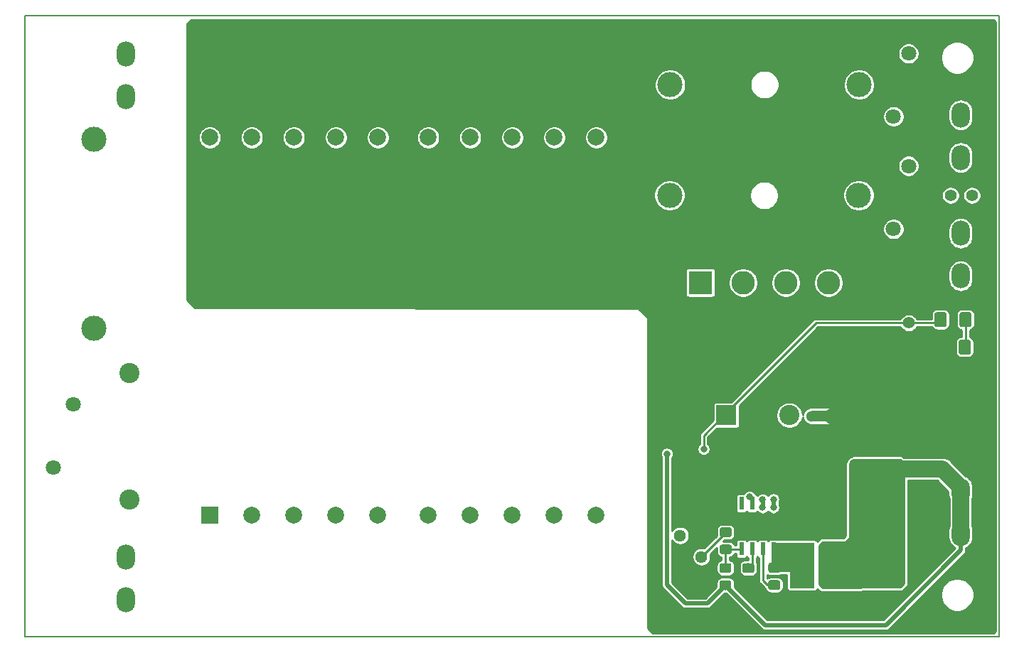
<source format=gtl>
G04 #@! TF.GenerationSoftware,KiCad,Pcbnew,(5.0.1-3-g963ef8bb5)*
G04 #@! TF.CreationDate,2018-12-29T16:31:47+01:00*
G04 #@! TF.ProjectId,c64-psu,6336342D7073752E6B696361645F7063,rev?*
G04 #@! TF.SameCoordinates,Original*
G04 #@! TF.FileFunction,Copper,L1,Top,Signal*
G04 #@! TF.FilePolarity,Positive*
%FSLAX46Y46*%
G04 Gerber Fmt 4.6, Leading zero omitted, Abs format (unit mm)*
G04 Created by KiCad (PCBNEW (5.0.1-3-g963ef8bb5)) date Saturday, 29 December 2018 at 16:31:47*
%MOMM*%
%LPD*%
G01*
G04 APERTURE LIST*
G04 #@! TA.AperFunction,NonConductor*
%ADD10C,0.150000*%
G04 #@! TD*
G04 #@! TA.AperFunction,EtchedComponent*
%ADD11C,0.100000*%
G04 #@! TD*
G04 #@! TA.AperFunction,ComponentPad*
%ADD12C,1.800000*%
G04 #@! TD*
G04 #@! TA.AperFunction,ComponentPad*
%ADD13O,2.200000X3.000000*%
G04 #@! TD*
G04 #@! TA.AperFunction,ViaPad*
%ADD14C,0.600000*%
G04 #@! TD*
G04 #@! TA.AperFunction,SMDPad,CuDef*
%ADD15R,0.600000X1.550000*%
G04 #@! TD*
G04 #@! TA.AperFunction,Conductor*
%ADD16R,4.500000X2.950000*%
G04 #@! TD*
G04 #@! TA.AperFunction,SMDPad,CuDef*
%ADD17R,3.100000X2.600000*%
G04 #@! TD*
G04 #@! TA.AperFunction,ComponentPad*
%ADD18C,1.440000*%
G04 #@! TD*
G04 #@! TA.AperFunction,Conductor*
%ADD19C,0.100000*%
G04 #@! TD*
G04 #@! TA.AperFunction,SMDPad,CuDef*
%ADD20C,1.425000*%
G04 #@! TD*
G04 #@! TA.AperFunction,ComponentPad*
%ADD21C,1.400000*%
G04 #@! TD*
G04 #@! TA.AperFunction,SMDPad,CuDef*
%ADD22C,1.150000*%
G04 #@! TD*
G04 #@! TA.AperFunction,ComponentPad*
%ADD23C,2.400000*%
G04 #@! TD*
G04 #@! TA.AperFunction,ComponentPad*
%ADD24R,2.400000X2.400000*%
G04 #@! TD*
G04 #@! TA.AperFunction,ComponentPad*
%ADD25C,3.000000*%
G04 #@! TD*
G04 #@! TA.AperFunction,ViaPad*
%ADD26C,1.300000*%
G04 #@! TD*
G04 #@! TA.AperFunction,ComponentPad*
%ADD27C,2.000000*%
G04 #@! TD*
G04 #@! TA.AperFunction,ComponentPad*
%ADD28R,2.000000X2.000000*%
G04 #@! TD*
G04 #@! TA.AperFunction,ComponentPad*
%ADD29R,2.800000X2.800000*%
G04 #@! TD*
G04 #@! TA.AperFunction,ComponentPad*
%ADD30C,2.800000*%
G04 #@! TD*
G04 #@! TA.AperFunction,SMDPad,CuDef*
%ADD31R,2.900000X5.400000*%
G04 #@! TD*
G04 #@! TA.AperFunction,ViaPad*
%ADD32C,0.800000*%
G04 #@! TD*
G04 #@! TA.AperFunction,Conductor*
%ADD33C,2.000000*%
G04 #@! TD*
G04 #@! TA.AperFunction,Conductor*
%ADD34C,0.250000*%
G04 #@! TD*
G04 #@! TA.AperFunction,Conductor*
%ADD35C,0.500000*%
G04 #@! TD*
G04 #@! TA.AperFunction,Conductor*
%ADD36C,0.254000*%
G04 #@! TD*
G04 APERTURE END LIST*
D10*
X89000000Y-136000000D02*
X89000000Y-62000000D01*
X205000000Y-136000000D02*
X89000000Y-136000000D01*
X205000000Y-62000000D02*
X205000000Y-136000000D01*
X89000000Y-62000000D02*
X205000000Y-62000000D01*
D11*
G04 #@! TO.C,NT1*
G36*
X182600000Y-109050000D02*
X185200000Y-109050000D01*
X185200000Y-110350000D01*
X182600000Y-110350000D01*
X182600000Y-109050000D01*
G37*
G04 #@! TD*
D12*
G04 #@! TO.P,RV2,1*
G04 #@! TO.N,/SEC1B*
X192400000Y-74000000D03*
G04 #@! TO.P,RV2,2*
G04 #@! TO.N,Net-(J4-Pad1)*
X194200000Y-66500000D03*
G04 #@! TD*
G04 #@! TO.P,RV1,1*
G04 #@! TO.N,/PRI1A*
X94700000Y-108300000D03*
G04 #@! TO.P,RV1,2*
G04 #@! TO.N,/PRI2A*
X92400000Y-115800000D03*
G04 #@! TD*
D13*
G04 #@! TO.P,J3,1*
G04 #@! TO.N,/PRI2A*
X101000000Y-131580000D03*
X101000000Y-126500000D03*
G04 #@! TD*
D14*
G04 #@! TO.N,GND*
G04 #@! TO.C,U1*
X174400000Y-123400000D03*
X175500000Y-123400000D03*
X175500000Y-122200000D03*
X174400000Y-122200000D03*
X178000000Y-123400000D03*
X176800000Y-123400000D03*
X176800000Y-122200000D03*
X178000000Y-122200000D03*
D15*
G04 #@! TD*
G04 #@! TO.P,U1,8*
G04 #@! TO.N,/SW*
X178105000Y-125500000D03*
G04 #@! TO.P,U1,7*
G04 #@! TO.N,Net-(Cboot1-Pad1)*
X176835000Y-125500000D03*
G04 #@! TO.P,U1,6*
G04 #@! TO.N,Net-(Cvcc1-Pad1)*
X175565000Y-125500000D03*
G04 #@! TO.P,U1,5*
G04 #@! TO.N,Net-(Rfbb1-Pad1)*
X174295000Y-125500000D03*
G04 #@! TO.P,U1,4*
G04 #@! TO.N,Net-(U1-Pad4)*
X174295000Y-120100000D03*
G04 #@! TO.P,U1,3*
G04 #@! TO.N,Net-(Ren1-Pad1)*
X175565000Y-120100000D03*
G04 #@! TO.P,U1,2*
G04 #@! TO.N,/VIN*
X176835000Y-120100000D03*
G04 #@! TO.P,U1,1*
G04 #@! TO.N,GNDPWR*
X178105000Y-120100000D03*
D16*
G04 #@! TD*
G04 #@! TO.N,GND*
G04 #@! TO.C,U1*
X176200000Y-122800000D03*
D17*
G04 #@! TO.P,U1,9*
G04 #@! TO.N,GND*
X176200000Y-122800000D03*
G04 #@! TD*
D18*
G04 #@! TO.P,TRIM1,3*
G04 #@! TO.N,GND*
X167000000Y-129000000D03*
G04 #@! TO.P,TRIM1,2*
G04 #@! TO.N,Net-(Rfbb1-Pad2)*
X169540000Y-126460000D03*
G04 #@! TO.P,TRIM1,1*
G04 #@! TO.N,Net-(TRIM1-Pad1)*
X167000000Y-123920000D03*
G04 #@! TD*
D19*
G04 #@! TO.N,GND*
G04 #@! TO.C,R1*
G36*
X198399504Y-100613704D02*
X198423773Y-100617304D01*
X198447571Y-100623265D01*
X198470671Y-100631530D01*
X198492849Y-100642020D01*
X198513893Y-100654633D01*
X198533598Y-100669247D01*
X198551777Y-100685723D01*
X198568253Y-100703902D01*
X198582867Y-100723607D01*
X198595480Y-100744651D01*
X198605970Y-100766829D01*
X198614235Y-100789929D01*
X198620196Y-100813727D01*
X198623796Y-100837996D01*
X198625000Y-100862500D01*
X198625000Y-102112500D01*
X198623796Y-102137004D01*
X198620196Y-102161273D01*
X198614235Y-102185071D01*
X198605970Y-102208171D01*
X198595480Y-102230349D01*
X198582867Y-102251393D01*
X198568253Y-102271098D01*
X198551777Y-102289277D01*
X198533598Y-102305753D01*
X198513893Y-102320367D01*
X198492849Y-102332980D01*
X198470671Y-102343470D01*
X198447571Y-102351735D01*
X198423773Y-102357696D01*
X198399504Y-102361296D01*
X198375000Y-102362500D01*
X197450000Y-102362500D01*
X197425496Y-102361296D01*
X197401227Y-102357696D01*
X197377429Y-102351735D01*
X197354329Y-102343470D01*
X197332151Y-102332980D01*
X197311107Y-102320367D01*
X197291402Y-102305753D01*
X197273223Y-102289277D01*
X197256747Y-102271098D01*
X197242133Y-102251393D01*
X197229520Y-102230349D01*
X197219030Y-102208171D01*
X197210765Y-102185071D01*
X197204804Y-102161273D01*
X197201204Y-102137004D01*
X197200000Y-102112500D01*
X197200000Y-100862500D01*
X197201204Y-100837996D01*
X197204804Y-100813727D01*
X197210765Y-100789929D01*
X197219030Y-100766829D01*
X197229520Y-100744651D01*
X197242133Y-100723607D01*
X197256747Y-100703902D01*
X197273223Y-100685723D01*
X197291402Y-100669247D01*
X197311107Y-100654633D01*
X197332151Y-100642020D01*
X197354329Y-100631530D01*
X197377429Y-100623265D01*
X197401227Y-100617304D01*
X197425496Y-100613704D01*
X197450000Y-100612500D01*
X198375000Y-100612500D01*
X198399504Y-100613704D01*
X198399504Y-100613704D01*
G37*
D20*
G04 #@! TD*
G04 #@! TO.P,R1,2*
G04 #@! TO.N,GND*
X197912500Y-101487500D03*
D19*
G04 #@! TO.N,Net-(D2-Pad1)*
G04 #@! TO.C,R1*
G36*
X201374504Y-100613704D02*
X201398773Y-100617304D01*
X201422571Y-100623265D01*
X201445671Y-100631530D01*
X201467849Y-100642020D01*
X201488893Y-100654633D01*
X201508598Y-100669247D01*
X201526777Y-100685723D01*
X201543253Y-100703902D01*
X201557867Y-100723607D01*
X201570480Y-100744651D01*
X201580970Y-100766829D01*
X201589235Y-100789929D01*
X201595196Y-100813727D01*
X201598796Y-100837996D01*
X201600000Y-100862500D01*
X201600000Y-102112500D01*
X201598796Y-102137004D01*
X201595196Y-102161273D01*
X201589235Y-102185071D01*
X201580970Y-102208171D01*
X201570480Y-102230349D01*
X201557867Y-102251393D01*
X201543253Y-102271098D01*
X201526777Y-102289277D01*
X201508598Y-102305753D01*
X201488893Y-102320367D01*
X201467849Y-102332980D01*
X201445671Y-102343470D01*
X201422571Y-102351735D01*
X201398773Y-102357696D01*
X201374504Y-102361296D01*
X201350000Y-102362500D01*
X200425000Y-102362500D01*
X200400496Y-102361296D01*
X200376227Y-102357696D01*
X200352429Y-102351735D01*
X200329329Y-102343470D01*
X200307151Y-102332980D01*
X200286107Y-102320367D01*
X200266402Y-102305753D01*
X200248223Y-102289277D01*
X200231747Y-102271098D01*
X200217133Y-102251393D01*
X200204520Y-102230349D01*
X200194030Y-102208171D01*
X200185765Y-102185071D01*
X200179804Y-102161273D01*
X200176204Y-102137004D01*
X200175000Y-102112500D01*
X200175000Y-100862500D01*
X200176204Y-100837996D01*
X200179804Y-100813727D01*
X200185765Y-100789929D01*
X200194030Y-100766829D01*
X200204520Y-100744651D01*
X200217133Y-100723607D01*
X200231747Y-100703902D01*
X200248223Y-100685723D01*
X200266402Y-100669247D01*
X200286107Y-100654633D01*
X200307151Y-100642020D01*
X200329329Y-100631530D01*
X200352429Y-100623265D01*
X200376227Y-100617304D01*
X200400496Y-100613704D01*
X200425000Y-100612500D01*
X201350000Y-100612500D01*
X201374504Y-100613704D01*
X201374504Y-100613704D01*
G37*
D20*
G04 #@! TD*
G04 #@! TO.P,R1,1*
G04 #@! TO.N,Net-(D2-Pad1)*
X200887500Y-101487500D03*
D21*
G04 #@! TO.P,TP1,2*
G04 #@! TO.N,Net-(J4-Pad1)*
X201740000Y-83400000D03*
G04 #@! TO.P,TP1,1*
G04 #@! TO.N,/SEC1B*
X199200000Y-83400000D03*
G04 #@! TD*
G04 #@! TO.P,TP3,2*
G04 #@! TO.N,GND*
X195800000Y-113460000D03*
G04 #@! TO.P,TP3,1*
G04 #@! TO.N,/VOUT*
X195800000Y-116000000D03*
G04 #@! TD*
D12*
G04 #@! TO.P,RV3,2*
G04 #@! TO.N,Net-(D1-Pad3)*
X192400000Y-87400000D03*
G04 #@! TO.P,RV3,1*
G04 #@! TO.N,/SEC2B*
X194200000Y-79900000D03*
G04 #@! TD*
D13*
G04 #@! TO.P,J5,1*
G04 #@! TO.N,/VOUT*
X200400000Y-118600000D03*
X200400000Y-123680000D03*
G04 #@! TD*
G04 #@! TO.P,J2,1*
G04 #@! TO.N,Net-(J2-Pad1)*
X101000000Y-66520000D03*
X101000000Y-71600000D03*
G04 #@! TD*
G04 #@! TO.P,J1,1*
G04 #@! TO.N,/SEC1B*
X200400000Y-87920000D03*
X200400000Y-93000000D03*
G04 #@! TD*
G04 #@! TO.P,J6,1*
G04 #@! TO.N,GND*
X200400000Y-106600000D03*
X200400000Y-111680000D03*
G04 #@! TD*
G04 #@! TO.P,J4,1*
G04 #@! TO.N,Net-(J4-Pad1)*
X200400000Y-73800000D03*
X200400000Y-78880000D03*
G04 #@! TD*
D19*
G04 #@! TO.N,GND*
G04 #@! TO.C,Coutx2*
G36*
X190674910Y-113026202D02*
X190699135Y-113029795D01*
X190722891Y-113035746D01*
X190745949Y-113043996D01*
X190768087Y-113054467D01*
X190789093Y-113067057D01*
X190808763Y-113081645D01*
X190826908Y-113098092D01*
X190843355Y-113116237D01*
X190857943Y-113135907D01*
X190870533Y-113156913D01*
X190881004Y-113179051D01*
X190889254Y-113202109D01*
X190895205Y-113225865D01*
X190898798Y-113250090D01*
X190900000Y-113274550D01*
X190900000Y-113925450D01*
X190898798Y-113949910D01*
X190895205Y-113974135D01*
X190889254Y-113997891D01*
X190881004Y-114020949D01*
X190870533Y-114043087D01*
X190857943Y-114064093D01*
X190843355Y-114083763D01*
X190826908Y-114101908D01*
X190808763Y-114118355D01*
X190789093Y-114132943D01*
X190768087Y-114145533D01*
X190745949Y-114156004D01*
X190722891Y-114164254D01*
X190699135Y-114170205D01*
X190674910Y-114173798D01*
X190650450Y-114175000D01*
X189749550Y-114175000D01*
X189725090Y-114173798D01*
X189700865Y-114170205D01*
X189677109Y-114164254D01*
X189654051Y-114156004D01*
X189631913Y-114145533D01*
X189610907Y-114132943D01*
X189591237Y-114118355D01*
X189573092Y-114101908D01*
X189556645Y-114083763D01*
X189542057Y-114064093D01*
X189529467Y-114043087D01*
X189518996Y-114020949D01*
X189510746Y-113997891D01*
X189504795Y-113974135D01*
X189501202Y-113949910D01*
X189500000Y-113925450D01*
X189500000Y-113274550D01*
X189501202Y-113250090D01*
X189504795Y-113225865D01*
X189510746Y-113202109D01*
X189518996Y-113179051D01*
X189529467Y-113156913D01*
X189542057Y-113135907D01*
X189556645Y-113116237D01*
X189573092Y-113098092D01*
X189591237Y-113081645D01*
X189610907Y-113067057D01*
X189631913Y-113054467D01*
X189654051Y-113043996D01*
X189677109Y-113035746D01*
X189700865Y-113029795D01*
X189725090Y-113026202D01*
X189749550Y-113025000D01*
X190650450Y-113025000D01*
X190674910Y-113026202D01*
X190674910Y-113026202D01*
G37*
D22*
G04 #@! TD*
G04 #@! TO.P,Coutx2,2*
G04 #@! TO.N,GND*
X190200000Y-113600000D03*
D19*
G04 #@! TO.N,/VOUT*
G04 #@! TO.C,Coutx2*
G36*
X190674505Y-115076204D02*
X190698773Y-115079804D01*
X190722572Y-115085765D01*
X190745671Y-115094030D01*
X190767850Y-115104520D01*
X190788893Y-115117132D01*
X190808599Y-115131747D01*
X190826777Y-115148223D01*
X190843253Y-115166401D01*
X190857868Y-115186107D01*
X190870480Y-115207150D01*
X190880970Y-115229329D01*
X190889235Y-115252428D01*
X190895196Y-115276227D01*
X190898796Y-115300495D01*
X190900000Y-115324999D01*
X190900000Y-115975001D01*
X190898796Y-115999505D01*
X190895196Y-116023773D01*
X190889235Y-116047572D01*
X190880970Y-116070671D01*
X190870480Y-116092850D01*
X190857868Y-116113893D01*
X190843253Y-116133599D01*
X190826777Y-116151777D01*
X190808599Y-116168253D01*
X190788893Y-116182868D01*
X190767850Y-116195480D01*
X190745671Y-116205970D01*
X190722572Y-116214235D01*
X190698773Y-116220196D01*
X190674505Y-116223796D01*
X190650001Y-116225000D01*
X189749999Y-116225000D01*
X189725495Y-116223796D01*
X189701227Y-116220196D01*
X189677428Y-116214235D01*
X189654329Y-116205970D01*
X189632150Y-116195480D01*
X189611107Y-116182868D01*
X189591401Y-116168253D01*
X189573223Y-116151777D01*
X189556747Y-116133599D01*
X189542132Y-116113893D01*
X189529520Y-116092850D01*
X189519030Y-116070671D01*
X189510765Y-116047572D01*
X189504804Y-116023773D01*
X189501204Y-115999505D01*
X189500000Y-115975001D01*
X189500000Y-115324999D01*
X189501204Y-115300495D01*
X189504804Y-115276227D01*
X189510765Y-115252428D01*
X189519030Y-115229329D01*
X189529520Y-115207150D01*
X189542132Y-115186107D01*
X189556747Y-115166401D01*
X189573223Y-115148223D01*
X189591401Y-115131747D01*
X189611107Y-115117132D01*
X189632150Y-115104520D01*
X189654329Y-115094030D01*
X189677428Y-115085765D01*
X189701227Y-115079804D01*
X189725495Y-115076204D01*
X189749999Y-115075000D01*
X190650001Y-115075000D01*
X190674505Y-115076204D01*
X190674505Y-115076204D01*
G37*
D22*
G04 #@! TD*
G04 #@! TO.P,Coutx2,1*
G04 #@! TO.N,/VOUT*
X190200000Y-115650000D03*
D19*
G04 #@! TO.N,GND*
G04 #@! TO.C,Coutx3*
G36*
X193274910Y-113026202D02*
X193299135Y-113029795D01*
X193322891Y-113035746D01*
X193345949Y-113043996D01*
X193368087Y-113054467D01*
X193389093Y-113067057D01*
X193408763Y-113081645D01*
X193426908Y-113098092D01*
X193443355Y-113116237D01*
X193457943Y-113135907D01*
X193470533Y-113156913D01*
X193481004Y-113179051D01*
X193489254Y-113202109D01*
X193495205Y-113225865D01*
X193498798Y-113250090D01*
X193500000Y-113274550D01*
X193500000Y-113925450D01*
X193498798Y-113949910D01*
X193495205Y-113974135D01*
X193489254Y-113997891D01*
X193481004Y-114020949D01*
X193470533Y-114043087D01*
X193457943Y-114064093D01*
X193443355Y-114083763D01*
X193426908Y-114101908D01*
X193408763Y-114118355D01*
X193389093Y-114132943D01*
X193368087Y-114145533D01*
X193345949Y-114156004D01*
X193322891Y-114164254D01*
X193299135Y-114170205D01*
X193274910Y-114173798D01*
X193250450Y-114175000D01*
X192349550Y-114175000D01*
X192325090Y-114173798D01*
X192300865Y-114170205D01*
X192277109Y-114164254D01*
X192254051Y-114156004D01*
X192231913Y-114145533D01*
X192210907Y-114132943D01*
X192191237Y-114118355D01*
X192173092Y-114101908D01*
X192156645Y-114083763D01*
X192142057Y-114064093D01*
X192129467Y-114043087D01*
X192118996Y-114020949D01*
X192110746Y-113997891D01*
X192104795Y-113974135D01*
X192101202Y-113949910D01*
X192100000Y-113925450D01*
X192100000Y-113274550D01*
X192101202Y-113250090D01*
X192104795Y-113225865D01*
X192110746Y-113202109D01*
X192118996Y-113179051D01*
X192129467Y-113156913D01*
X192142057Y-113135907D01*
X192156645Y-113116237D01*
X192173092Y-113098092D01*
X192191237Y-113081645D01*
X192210907Y-113067057D01*
X192231913Y-113054467D01*
X192254051Y-113043996D01*
X192277109Y-113035746D01*
X192300865Y-113029795D01*
X192325090Y-113026202D01*
X192349550Y-113025000D01*
X193250450Y-113025000D01*
X193274910Y-113026202D01*
X193274910Y-113026202D01*
G37*
D22*
G04 #@! TD*
G04 #@! TO.P,Coutx3,2*
G04 #@! TO.N,GND*
X192800000Y-113600000D03*
D19*
G04 #@! TO.N,/VOUT*
G04 #@! TO.C,Coutx3*
G36*
X193274505Y-115076204D02*
X193298773Y-115079804D01*
X193322572Y-115085765D01*
X193345671Y-115094030D01*
X193367850Y-115104520D01*
X193388893Y-115117132D01*
X193408599Y-115131747D01*
X193426777Y-115148223D01*
X193443253Y-115166401D01*
X193457868Y-115186107D01*
X193470480Y-115207150D01*
X193480970Y-115229329D01*
X193489235Y-115252428D01*
X193495196Y-115276227D01*
X193498796Y-115300495D01*
X193500000Y-115324999D01*
X193500000Y-115975001D01*
X193498796Y-115999505D01*
X193495196Y-116023773D01*
X193489235Y-116047572D01*
X193480970Y-116070671D01*
X193470480Y-116092850D01*
X193457868Y-116113893D01*
X193443253Y-116133599D01*
X193426777Y-116151777D01*
X193408599Y-116168253D01*
X193388893Y-116182868D01*
X193367850Y-116195480D01*
X193345671Y-116205970D01*
X193322572Y-116214235D01*
X193298773Y-116220196D01*
X193274505Y-116223796D01*
X193250001Y-116225000D01*
X192349999Y-116225000D01*
X192325495Y-116223796D01*
X192301227Y-116220196D01*
X192277428Y-116214235D01*
X192254329Y-116205970D01*
X192232150Y-116195480D01*
X192211107Y-116182868D01*
X192191401Y-116168253D01*
X192173223Y-116151777D01*
X192156747Y-116133599D01*
X192142132Y-116113893D01*
X192129520Y-116092850D01*
X192119030Y-116070671D01*
X192110765Y-116047572D01*
X192104804Y-116023773D01*
X192101204Y-115999505D01*
X192100000Y-115975001D01*
X192100000Y-115324999D01*
X192101204Y-115300495D01*
X192104804Y-115276227D01*
X192110765Y-115252428D01*
X192119030Y-115229329D01*
X192129520Y-115207150D01*
X192142132Y-115186107D01*
X192156747Y-115166401D01*
X192173223Y-115148223D01*
X192191401Y-115131747D01*
X192211107Y-115117132D01*
X192232150Y-115104520D01*
X192254329Y-115094030D01*
X192277428Y-115085765D01*
X192301227Y-115079804D01*
X192325495Y-115076204D01*
X192349999Y-115075000D01*
X193250001Y-115075000D01*
X193274505Y-115076204D01*
X193274505Y-115076204D01*
G37*
D22*
G04 #@! TD*
G04 #@! TO.P,Coutx3,1*
G04 #@! TO.N,/VOUT*
X192800000Y-115650000D03*
D21*
G04 #@! TO.P,TP2,2*
G04 #@! TO.N,GND*
X194200000Y-101140000D03*
G04 #@! TO.P,TP2,1*
G04 #@! TO.N,/Vd*
X194200000Y-98600000D03*
G04 #@! TD*
D23*
G04 #@! TO.P,C2,2*
G04 #@! TO.N,GNDPWR*
X180000000Y-109600000D03*
D24*
G04 #@! TO.P,C2,1*
G04 #@! TO.N,/Vd*
X172500000Y-109600000D03*
G04 #@! TD*
D25*
G04 #@! TO.P,XF2,2*
G04 #@! TO.N,/SEC1A*
X165800000Y-70200000D03*
G04 #@! TO.P,XF2,1*
G04 #@! TO.N,Net-(J4-Pad1)*
X188300000Y-70200000D03*
G04 #@! TD*
G04 #@! TO.P,XF1,2*
G04 #@! TO.N,/PRI1A*
X97200000Y-99200000D03*
G04 #@! TO.P,XF1,1*
G04 #@! TO.N,Net-(J2-Pad1)*
X97200000Y-76700000D03*
G04 #@! TD*
G04 #@! TO.P,XF3,2*
G04 #@! TO.N,/SEC2A*
X165750000Y-83400000D03*
G04 #@! TO.P,XF3,1*
G04 #@! TO.N,Net-(D1-Pad3)*
X188250000Y-83400000D03*
G04 #@! TD*
D26*
G04 #@! TO.N,GND*
G04 #@! TO.C,NT1*
X185200000Y-109700000D03*
G04 #@! TO.N,GNDPWR*
X182600000Y-109700000D03*
G04 #@! TD*
D27*
G04 #@! TO.P,TR1,20*
G04 #@! TO.N,N/C*
X111000000Y-76500000D03*
G04 #@! TO.P,TR1,19*
G04 #@! TO.N,/SEC1A*
X116000000Y-76500000D03*
G04 #@! TO.P,TR1,18*
G04 #@! TO.N,N/C*
X121000000Y-76500000D03*
G04 #@! TO.P,TR1,17*
G04 #@! TO.N,/SEC1B*
X126000000Y-76500000D03*
G04 #@! TO.P,TR1,16*
G04 #@! TO.N,N/C*
X131000000Y-76500000D03*
G04 #@! TO.P,TR1,15*
X137000000Y-76500000D03*
G04 #@! TO.P,TR1,14*
G04 #@! TO.N,/SEC2A*
X142000000Y-76500000D03*
G04 #@! TO.P,TR1,13*
G04 #@! TO.N,N/C*
X147000000Y-76500000D03*
G04 #@! TO.P,TR1,12*
G04 #@! TO.N,/SEC2B*
X152000000Y-76500000D03*
G04 #@! TO.P,TR1,11*
G04 #@! TO.N,N/C*
X157000000Y-76500000D03*
G04 #@! TO.P,TR1,10*
X157000000Y-121500000D03*
G04 #@! TO.P,TR1,9*
G04 #@! TO.N,/PRI1B*
X152000000Y-121500000D03*
G04 #@! TO.P,TR1,8*
G04 #@! TO.N,N/C*
X147000000Y-121500000D03*
G04 #@! TO.P,TR1,7*
X142000000Y-121500000D03*
G04 #@! TO.P,TR1,6*
G04 #@! TO.N,/PRI2A*
X137000000Y-121500000D03*
G04 #@! TO.P,TR1,5*
G04 #@! TO.N,N/C*
X131000000Y-121500000D03*
G04 #@! TO.P,TR1,4*
G04 #@! TO.N,/PRI1B*
X126000000Y-121500000D03*
G04 #@! TO.P,TR1,3*
G04 #@! TO.N,N/C*
X121000000Y-121500000D03*
G04 #@! TO.P,TR1,2*
X116000000Y-121500000D03*
D28*
G04 #@! TO.P,TR1,1*
G04 #@! TO.N,/PRI1A*
X111000000Y-121500000D03*
G04 #@! TD*
D29*
G04 #@! TO.P,D1,1*
G04 #@! TO.N,/Vd*
X169420000Y-93800000D03*
D30*
G04 #@! TO.P,D1,2*
G04 #@! TO.N,/SEC2B*
X174500000Y-93800000D03*
G04 #@! TO.P,D1,3*
G04 #@! TO.N,Net-(D1-Pad3)*
X179580000Y-93800000D03*
G04 #@! TO.P,D1,4*
G04 #@! TO.N,GNDPWR*
X184660000Y-93800000D03*
G04 #@! TD*
D19*
G04 #@! TO.N,/Vd*
G04 #@! TO.C,D2*
G36*
X198487004Y-97326204D02*
X198511273Y-97329804D01*
X198535071Y-97335765D01*
X198558171Y-97344030D01*
X198580349Y-97354520D01*
X198601393Y-97367133D01*
X198621098Y-97381747D01*
X198639277Y-97398223D01*
X198655753Y-97416402D01*
X198670367Y-97436107D01*
X198682980Y-97457151D01*
X198693470Y-97479329D01*
X198701735Y-97502429D01*
X198707696Y-97526227D01*
X198711296Y-97550496D01*
X198712500Y-97575000D01*
X198712500Y-98825000D01*
X198711296Y-98849504D01*
X198707696Y-98873773D01*
X198701735Y-98897571D01*
X198693470Y-98920671D01*
X198682980Y-98942849D01*
X198670367Y-98963893D01*
X198655753Y-98983598D01*
X198639277Y-99001777D01*
X198621098Y-99018253D01*
X198601393Y-99032867D01*
X198580349Y-99045480D01*
X198558171Y-99055970D01*
X198535071Y-99064235D01*
X198511273Y-99070196D01*
X198487004Y-99073796D01*
X198462500Y-99075000D01*
X197537500Y-99075000D01*
X197512996Y-99073796D01*
X197488727Y-99070196D01*
X197464929Y-99064235D01*
X197441829Y-99055970D01*
X197419651Y-99045480D01*
X197398607Y-99032867D01*
X197378902Y-99018253D01*
X197360723Y-99001777D01*
X197344247Y-98983598D01*
X197329633Y-98963893D01*
X197317020Y-98942849D01*
X197306530Y-98920671D01*
X197298265Y-98897571D01*
X197292304Y-98873773D01*
X197288704Y-98849504D01*
X197287500Y-98825000D01*
X197287500Y-97575000D01*
X197288704Y-97550496D01*
X197292304Y-97526227D01*
X197298265Y-97502429D01*
X197306530Y-97479329D01*
X197317020Y-97457151D01*
X197329633Y-97436107D01*
X197344247Y-97416402D01*
X197360723Y-97398223D01*
X197378902Y-97381747D01*
X197398607Y-97367133D01*
X197419651Y-97354520D01*
X197441829Y-97344030D01*
X197464929Y-97335765D01*
X197488727Y-97329804D01*
X197512996Y-97326204D01*
X197537500Y-97325000D01*
X198462500Y-97325000D01*
X198487004Y-97326204D01*
X198487004Y-97326204D01*
G37*
D20*
G04 #@! TD*
G04 #@! TO.P,D2,2*
G04 #@! TO.N,/Vd*
X198000000Y-98200000D03*
D19*
G04 #@! TO.N,Net-(D2-Pad1)*
G04 #@! TO.C,D2*
G36*
X201462004Y-97326204D02*
X201486273Y-97329804D01*
X201510071Y-97335765D01*
X201533171Y-97344030D01*
X201555349Y-97354520D01*
X201576393Y-97367133D01*
X201596098Y-97381747D01*
X201614277Y-97398223D01*
X201630753Y-97416402D01*
X201645367Y-97436107D01*
X201657980Y-97457151D01*
X201668470Y-97479329D01*
X201676735Y-97502429D01*
X201682696Y-97526227D01*
X201686296Y-97550496D01*
X201687500Y-97575000D01*
X201687500Y-98825000D01*
X201686296Y-98849504D01*
X201682696Y-98873773D01*
X201676735Y-98897571D01*
X201668470Y-98920671D01*
X201657980Y-98942849D01*
X201645367Y-98963893D01*
X201630753Y-98983598D01*
X201614277Y-99001777D01*
X201596098Y-99018253D01*
X201576393Y-99032867D01*
X201555349Y-99045480D01*
X201533171Y-99055970D01*
X201510071Y-99064235D01*
X201486273Y-99070196D01*
X201462004Y-99073796D01*
X201437500Y-99075000D01*
X200512500Y-99075000D01*
X200487996Y-99073796D01*
X200463727Y-99070196D01*
X200439929Y-99064235D01*
X200416829Y-99055970D01*
X200394651Y-99045480D01*
X200373607Y-99032867D01*
X200353902Y-99018253D01*
X200335723Y-99001777D01*
X200319247Y-98983598D01*
X200304633Y-98963893D01*
X200292020Y-98942849D01*
X200281530Y-98920671D01*
X200273265Y-98897571D01*
X200267304Y-98873773D01*
X200263704Y-98849504D01*
X200262500Y-98825000D01*
X200262500Y-97575000D01*
X200263704Y-97550496D01*
X200267304Y-97526227D01*
X200273265Y-97502429D01*
X200281530Y-97479329D01*
X200292020Y-97457151D01*
X200304633Y-97436107D01*
X200319247Y-97416402D01*
X200335723Y-97398223D01*
X200353902Y-97381747D01*
X200373607Y-97367133D01*
X200394651Y-97354520D01*
X200416829Y-97344030D01*
X200439929Y-97335765D01*
X200463727Y-97329804D01*
X200487996Y-97326204D01*
X200512500Y-97325000D01*
X201437500Y-97325000D01*
X201462004Y-97326204D01*
X201462004Y-97326204D01*
G37*
D20*
G04 #@! TD*
G04 #@! TO.P,D2,1*
G04 #@! TO.N,Net-(D2-Pad1)*
X200975000Y-98200000D03*
D19*
G04 #@! TO.N,/SW*
G04 #@! TO.C,Cboot1*
G36*
X178674505Y-127201204D02*
X178698773Y-127204804D01*
X178722572Y-127210765D01*
X178745671Y-127219030D01*
X178767850Y-127229520D01*
X178788893Y-127242132D01*
X178808599Y-127256747D01*
X178826777Y-127273223D01*
X178843253Y-127291401D01*
X178857868Y-127311107D01*
X178870480Y-127332150D01*
X178880970Y-127354329D01*
X178889235Y-127377428D01*
X178895196Y-127401227D01*
X178898796Y-127425495D01*
X178900000Y-127449999D01*
X178900000Y-128100001D01*
X178898796Y-128124505D01*
X178895196Y-128148773D01*
X178889235Y-128172572D01*
X178880970Y-128195671D01*
X178870480Y-128217850D01*
X178857868Y-128238893D01*
X178843253Y-128258599D01*
X178826777Y-128276777D01*
X178808599Y-128293253D01*
X178788893Y-128307868D01*
X178767850Y-128320480D01*
X178745671Y-128330970D01*
X178722572Y-128339235D01*
X178698773Y-128345196D01*
X178674505Y-128348796D01*
X178650001Y-128350000D01*
X177749999Y-128350000D01*
X177725495Y-128348796D01*
X177701227Y-128345196D01*
X177677428Y-128339235D01*
X177654329Y-128330970D01*
X177632150Y-128320480D01*
X177611107Y-128307868D01*
X177591401Y-128293253D01*
X177573223Y-128276777D01*
X177556747Y-128258599D01*
X177542132Y-128238893D01*
X177529520Y-128217850D01*
X177519030Y-128195671D01*
X177510765Y-128172572D01*
X177504804Y-128148773D01*
X177501204Y-128124505D01*
X177500000Y-128100001D01*
X177500000Y-127449999D01*
X177501204Y-127425495D01*
X177504804Y-127401227D01*
X177510765Y-127377428D01*
X177519030Y-127354329D01*
X177529520Y-127332150D01*
X177542132Y-127311107D01*
X177556747Y-127291401D01*
X177573223Y-127273223D01*
X177591401Y-127256747D01*
X177611107Y-127242132D01*
X177632150Y-127229520D01*
X177654329Y-127219030D01*
X177677428Y-127210765D01*
X177701227Y-127204804D01*
X177725495Y-127201204D01*
X177749999Y-127200000D01*
X178650001Y-127200000D01*
X178674505Y-127201204D01*
X178674505Y-127201204D01*
G37*
D22*
G04 #@! TD*
G04 #@! TO.P,Cboot1,2*
G04 #@! TO.N,/SW*
X178200000Y-127775000D03*
D19*
G04 #@! TO.N,Net-(Cboot1-Pad1)*
G04 #@! TO.C,Cboot1*
G36*
X178674505Y-129251204D02*
X178698773Y-129254804D01*
X178722572Y-129260765D01*
X178745671Y-129269030D01*
X178767850Y-129279520D01*
X178788893Y-129292132D01*
X178808599Y-129306747D01*
X178826777Y-129323223D01*
X178843253Y-129341401D01*
X178857868Y-129361107D01*
X178870480Y-129382150D01*
X178880970Y-129404329D01*
X178889235Y-129427428D01*
X178895196Y-129451227D01*
X178898796Y-129475495D01*
X178900000Y-129499999D01*
X178900000Y-130150001D01*
X178898796Y-130174505D01*
X178895196Y-130198773D01*
X178889235Y-130222572D01*
X178880970Y-130245671D01*
X178870480Y-130267850D01*
X178857868Y-130288893D01*
X178843253Y-130308599D01*
X178826777Y-130326777D01*
X178808599Y-130343253D01*
X178788893Y-130357868D01*
X178767850Y-130370480D01*
X178745671Y-130380970D01*
X178722572Y-130389235D01*
X178698773Y-130395196D01*
X178674505Y-130398796D01*
X178650001Y-130400000D01*
X177749999Y-130400000D01*
X177725495Y-130398796D01*
X177701227Y-130395196D01*
X177677428Y-130389235D01*
X177654329Y-130380970D01*
X177632150Y-130370480D01*
X177611107Y-130357868D01*
X177591401Y-130343253D01*
X177573223Y-130326777D01*
X177556747Y-130308599D01*
X177542132Y-130288893D01*
X177529520Y-130267850D01*
X177519030Y-130245671D01*
X177510765Y-130222572D01*
X177504804Y-130198773D01*
X177501204Y-130174505D01*
X177500000Y-130150001D01*
X177500000Y-129499999D01*
X177501204Y-129475495D01*
X177504804Y-129451227D01*
X177510765Y-129427428D01*
X177519030Y-129404329D01*
X177529520Y-129382150D01*
X177542132Y-129361107D01*
X177556747Y-129341401D01*
X177573223Y-129323223D01*
X177591401Y-129306747D01*
X177611107Y-129292132D01*
X177632150Y-129279520D01*
X177654329Y-129269030D01*
X177677428Y-129260765D01*
X177701227Y-129254804D01*
X177725495Y-129251204D01*
X177749999Y-129250000D01*
X178650001Y-129250000D01*
X178674505Y-129251204D01*
X178674505Y-129251204D01*
G37*
D22*
G04 #@! TD*
G04 #@! TO.P,Cboot1,1*
G04 #@! TO.N,Net-(Cboot1-Pad1)*
X178200000Y-129825000D03*
D19*
G04 #@! TO.N,GND*
G04 #@! TO.C,Coutx1*
G36*
X186099910Y-114901202D02*
X186124135Y-114904795D01*
X186147891Y-114910746D01*
X186170949Y-114918996D01*
X186193087Y-114929467D01*
X186214093Y-114942057D01*
X186233763Y-114956645D01*
X186251908Y-114973092D01*
X186268355Y-114991237D01*
X186282943Y-115010907D01*
X186295533Y-115031913D01*
X186306004Y-115054051D01*
X186314254Y-115077109D01*
X186320205Y-115100865D01*
X186323798Y-115125090D01*
X186325000Y-115149550D01*
X186325000Y-116050450D01*
X186323798Y-116074910D01*
X186320205Y-116099135D01*
X186314254Y-116122891D01*
X186306004Y-116145949D01*
X186295533Y-116168087D01*
X186282943Y-116189093D01*
X186268355Y-116208763D01*
X186251908Y-116226908D01*
X186233763Y-116243355D01*
X186214093Y-116257943D01*
X186193087Y-116270533D01*
X186170949Y-116281004D01*
X186147891Y-116289254D01*
X186124135Y-116295205D01*
X186099910Y-116298798D01*
X186075450Y-116300000D01*
X185424550Y-116300000D01*
X185400090Y-116298798D01*
X185375865Y-116295205D01*
X185352109Y-116289254D01*
X185329051Y-116281004D01*
X185306913Y-116270533D01*
X185285907Y-116257943D01*
X185266237Y-116243355D01*
X185248092Y-116226908D01*
X185231645Y-116208763D01*
X185217057Y-116189093D01*
X185204467Y-116168087D01*
X185193996Y-116145949D01*
X185185746Y-116122891D01*
X185179795Y-116099135D01*
X185176202Y-116074910D01*
X185175000Y-116050450D01*
X185175000Y-115149550D01*
X185176202Y-115125090D01*
X185179795Y-115100865D01*
X185185746Y-115077109D01*
X185193996Y-115054051D01*
X185204467Y-115031913D01*
X185217057Y-115010907D01*
X185231645Y-114991237D01*
X185248092Y-114973092D01*
X185266237Y-114956645D01*
X185285907Y-114942057D01*
X185306913Y-114929467D01*
X185329051Y-114918996D01*
X185352109Y-114910746D01*
X185375865Y-114904795D01*
X185400090Y-114901202D01*
X185424550Y-114900000D01*
X186075450Y-114900000D01*
X186099910Y-114901202D01*
X186099910Y-114901202D01*
G37*
D22*
G04 #@! TD*
G04 #@! TO.P,Coutx1,2*
G04 #@! TO.N,GND*
X185750000Y-115600000D03*
D19*
G04 #@! TO.N,/VOUT*
G04 #@! TO.C,Coutx1*
G36*
X188149505Y-114901204D02*
X188173773Y-114904804D01*
X188197572Y-114910765D01*
X188220671Y-114919030D01*
X188242850Y-114929520D01*
X188263893Y-114942132D01*
X188283599Y-114956747D01*
X188301777Y-114973223D01*
X188318253Y-114991401D01*
X188332868Y-115011107D01*
X188345480Y-115032150D01*
X188355970Y-115054329D01*
X188364235Y-115077428D01*
X188370196Y-115101227D01*
X188373796Y-115125495D01*
X188375000Y-115149999D01*
X188375000Y-116050001D01*
X188373796Y-116074505D01*
X188370196Y-116098773D01*
X188364235Y-116122572D01*
X188355970Y-116145671D01*
X188345480Y-116167850D01*
X188332868Y-116188893D01*
X188318253Y-116208599D01*
X188301777Y-116226777D01*
X188283599Y-116243253D01*
X188263893Y-116257868D01*
X188242850Y-116270480D01*
X188220671Y-116280970D01*
X188197572Y-116289235D01*
X188173773Y-116295196D01*
X188149505Y-116298796D01*
X188125001Y-116300000D01*
X187474999Y-116300000D01*
X187450495Y-116298796D01*
X187426227Y-116295196D01*
X187402428Y-116289235D01*
X187379329Y-116280970D01*
X187357150Y-116270480D01*
X187336107Y-116257868D01*
X187316401Y-116243253D01*
X187298223Y-116226777D01*
X187281747Y-116208599D01*
X187267132Y-116188893D01*
X187254520Y-116167850D01*
X187244030Y-116145671D01*
X187235765Y-116122572D01*
X187229804Y-116098773D01*
X187226204Y-116074505D01*
X187225000Y-116050001D01*
X187225000Y-115149999D01*
X187226204Y-115125495D01*
X187229804Y-115101227D01*
X187235765Y-115077428D01*
X187244030Y-115054329D01*
X187254520Y-115032150D01*
X187267132Y-115011107D01*
X187281747Y-114991401D01*
X187298223Y-114973223D01*
X187316401Y-114956747D01*
X187336107Y-114942132D01*
X187357150Y-114929520D01*
X187379329Y-114919030D01*
X187402428Y-114910765D01*
X187426227Y-114904804D01*
X187450495Y-114901204D01*
X187474999Y-114900000D01*
X188125001Y-114900000D01*
X188149505Y-114901204D01*
X188149505Y-114901204D01*
G37*
D22*
G04 #@! TD*
G04 #@! TO.P,Coutx1,1*
G04 #@! TO.N,/VOUT*
X187800000Y-115600000D03*
D19*
G04 #@! TO.N,GND*
G04 #@! TO.C,Cvcc1*
G36*
X175595722Y-129276204D02*
X175619990Y-129279804D01*
X175643789Y-129285765D01*
X175666888Y-129294030D01*
X175689067Y-129304520D01*
X175710110Y-129317132D01*
X175729816Y-129331747D01*
X175747994Y-129348223D01*
X175764470Y-129366401D01*
X175779085Y-129386107D01*
X175791697Y-129407150D01*
X175802187Y-129429329D01*
X175810452Y-129452428D01*
X175816413Y-129476227D01*
X175820013Y-129500495D01*
X175821217Y-129524999D01*
X175821217Y-130175001D01*
X175820013Y-130199505D01*
X175816413Y-130223773D01*
X175810452Y-130247572D01*
X175802187Y-130270671D01*
X175791697Y-130292850D01*
X175779085Y-130313893D01*
X175764470Y-130333599D01*
X175747994Y-130351777D01*
X175729816Y-130368253D01*
X175710110Y-130382868D01*
X175689067Y-130395480D01*
X175666888Y-130405970D01*
X175643789Y-130414235D01*
X175619990Y-130420196D01*
X175595722Y-130423796D01*
X175571218Y-130425000D01*
X174671216Y-130425000D01*
X174646712Y-130423796D01*
X174622444Y-130420196D01*
X174598645Y-130414235D01*
X174575546Y-130405970D01*
X174553367Y-130395480D01*
X174532324Y-130382868D01*
X174512618Y-130368253D01*
X174494440Y-130351777D01*
X174477964Y-130333599D01*
X174463349Y-130313893D01*
X174450737Y-130292850D01*
X174440247Y-130270671D01*
X174431982Y-130247572D01*
X174426021Y-130223773D01*
X174422421Y-130199505D01*
X174421217Y-130175001D01*
X174421217Y-129524999D01*
X174422421Y-129500495D01*
X174426021Y-129476227D01*
X174431982Y-129452428D01*
X174440247Y-129429329D01*
X174450737Y-129407150D01*
X174463349Y-129386107D01*
X174477964Y-129366401D01*
X174494440Y-129348223D01*
X174512618Y-129331747D01*
X174532324Y-129317132D01*
X174553367Y-129304520D01*
X174575546Y-129294030D01*
X174598645Y-129285765D01*
X174622444Y-129279804D01*
X174646712Y-129276204D01*
X174671216Y-129275000D01*
X175571218Y-129275000D01*
X175595722Y-129276204D01*
X175595722Y-129276204D01*
G37*
D22*
G04 #@! TD*
G04 #@! TO.P,Cvcc1,2*
G04 #@! TO.N,GND*
X175121217Y-129850000D03*
D19*
G04 #@! TO.N,Net-(Cvcc1-Pad1)*
G04 #@! TO.C,Cvcc1*
G36*
X175595722Y-127226204D02*
X175619990Y-127229804D01*
X175643789Y-127235765D01*
X175666888Y-127244030D01*
X175689067Y-127254520D01*
X175710110Y-127267132D01*
X175729816Y-127281747D01*
X175747994Y-127298223D01*
X175764470Y-127316401D01*
X175779085Y-127336107D01*
X175791697Y-127357150D01*
X175802187Y-127379329D01*
X175810452Y-127402428D01*
X175816413Y-127426227D01*
X175820013Y-127450495D01*
X175821217Y-127474999D01*
X175821217Y-128125001D01*
X175820013Y-128149505D01*
X175816413Y-128173773D01*
X175810452Y-128197572D01*
X175802187Y-128220671D01*
X175791697Y-128242850D01*
X175779085Y-128263893D01*
X175764470Y-128283599D01*
X175747994Y-128301777D01*
X175729816Y-128318253D01*
X175710110Y-128332868D01*
X175689067Y-128345480D01*
X175666888Y-128355970D01*
X175643789Y-128364235D01*
X175619990Y-128370196D01*
X175595722Y-128373796D01*
X175571218Y-128375000D01*
X174671216Y-128375000D01*
X174646712Y-128373796D01*
X174622444Y-128370196D01*
X174598645Y-128364235D01*
X174575546Y-128355970D01*
X174553367Y-128345480D01*
X174532324Y-128332868D01*
X174512618Y-128318253D01*
X174494440Y-128301777D01*
X174477964Y-128283599D01*
X174463349Y-128263893D01*
X174450737Y-128242850D01*
X174440247Y-128220671D01*
X174431982Y-128197572D01*
X174426021Y-128173773D01*
X174422421Y-128149505D01*
X174421217Y-128125001D01*
X174421217Y-127474999D01*
X174422421Y-127450495D01*
X174426021Y-127426227D01*
X174431982Y-127402428D01*
X174440247Y-127379329D01*
X174450737Y-127357150D01*
X174463349Y-127336107D01*
X174477964Y-127316401D01*
X174494440Y-127298223D01*
X174512618Y-127281747D01*
X174532324Y-127267132D01*
X174553367Y-127254520D01*
X174575546Y-127244030D01*
X174598645Y-127235765D01*
X174622444Y-127229804D01*
X174646712Y-127226204D01*
X174671216Y-127225000D01*
X175571218Y-127225000D01*
X175595722Y-127226204D01*
X175595722Y-127226204D01*
G37*
D22*
G04 #@! TD*
G04 #@! TO.P,Cvcc1,1*
G04 #@! TO.N,Net-(Cvcc1-Pad1)*
X175121217Y-127800000D03*
D19*
G04 #@! TO.N,GND*
G04 #@! TO.C,Cout1*
G36*
X185312569Y-117676201D02*
X185336776Y-117679792D01*
X185360515Y-117685738D01*
X185383557Y-117693982D01*
X185405680Y-117704446D01*
X185426671Y-117717027D01*
X185446327Y-117731605D01*
X185464460Y-117748040D01*
X185480895Y-117766173D01*
X185495473Y-117785829D01*
X185508054Y-117806820D01*
X185518518Y-117828943D01*
X185526762Y-117851985D01*
X185532708Y-117875724D01*
X185536299Y-117899931D01*
X185537500Y-117924374D01*
X185537500Y-120075626D01*
X185536299Y-120100069D01*
X185532708Y-120124276D01*
X185526762Y-120148015D01*
X185518518Y-120171057D01*
X185508054Y-120193180D01*
X185495473Y-120214171D01*
X185480895Y-120233827D01*
X185464460Y-120251960D01*
X185446327Y-120268395D01*
X185426671Y-120282973D01*
X185405680Y-120295554D01*
X185383557Y-120306018D01*
X185360515Y-120314262D01*
X185336776Y-120320208D01*
X185312569Y-120323799D01*
X185288126Y-120325000D01*
X184361874Y-120325000D01*
X184337431Y-120323799D01*
X184313224Y-120320208D01*
X184289485Y-120314262D01*
X184266443Y-120306018D01*
X184244320Y-120295554D01*
X184223329Y-120282973D01*
X184203673Y-120268395D01*
X184185540Y-120251960D01*
X184169105Y-120233827D01*
X184154527Y-120214171D01*
X184141946Y-120193180D01*
X184131482Y-120171057D01*
X184123238Y-120148015D01*
X184117292Y-120124276D01*
X184113701Y-120100069D01*
X184112500Y-120075626D01*
X184112500Y-117924374D01*
X184113701Y-117899931D01*
X184117292Y-117875724D01*
X184123238Y-117851985D01*
X184131482Y-117828943D01*
X184141946Y-117806820D01*
X184154527Y-117785829D01*
X184169105Y-117766173D01*
X184185540Y-117748040D01*
X184203673Y-117731605D01*
X184223329Y-117717027D01*
X184244320Y-117704446D01*
X184266443Y-117693982D01*
X184289485Y-117685738D01*
X184313224Y-117679792D01*
X184337431Y-117676201D01*
X184361874Y-117675000D01*
X185288126Y-117675000D01*
X185312569Y-117676201D01*
X185312569Y-117676201D01*
G37*
D20*
G04 #@! TD*
G04 #@! TO.P,Cout1,2*
G04 #@! TO.N,GND*
X184825000Y-119000000D03*
D19*
G04 #@! TO.N,/VOUT*
G04 #@! TO.C,Cout1*
G36*
X188287004Y-117676204D02*
X188311273Y-117679804D01*
X188335071Y-117685765D01*
X188358171Y-117694030D01*
X188380349Y-117704520D01*
X188401393Y-117717133D01*
X188421098Y-117731747D01*
X188439277Y-117748223D01*
X188455753Y-117766402D01*
X188470367Y-117786107D01*
X188482980Y-117807151D01*
X188493470Y-117829329D01*
X188501735Y-117852429D01*
X188507696Y-117876227D01*
X188511296Y-117900496D01*
X188512500Y-117925000D01*
X188512500Y-120075000D01*
X188511296Y-120099504D01*
X188507696Y-120123773D01*
X188501735Y-120147571D01*
X188493470Y-120170671D01*
X188482980Y-120192849D01*
X188470367Y-120213893D01*
X188455753Y-120233598D01*
X188439277Y-120251777D01*
X188421098Y-120268253D01*
X188401393Y-120282867D01*
X188380349Y-120295480D01*
X188358171Y-120305970D01*
X188335071Y-120314235D01*
X188311273Y-120320196D01*
X188287004Y-120323796D01*
X188262500Y-120325000D01*
X187337500Y-120325000D01*
X187312996Y-120323796D01*
X187288727Y-120320196D01*
X187264929Y-120314235D01*
X187241829Y-120305970D01*
X187219651Y-120295480D01*
X187198607Y-120282867D01*
X187178902Y-120268253D01*
X187160723Y-120251777D01*
X187144247Y-120233598D01*
X187129633Y-120213893D01*
X187117020Y-120192849D01*
X187106530Y-120170671D01*
X187098265Y-120147571D01*
X187092304Y-120123773D01*
X187088704Y-120099504D01*
X187087500Y-120075000D01*
X187087500Y-117925000D01*
X187088704Y-117900496D01*
X187092304Y-117876227D01*
X187098265Y-117852429D01*
X187106530Y-117829329D01*
X187117020Y-117807151D01*
X187129633Y-117786107D01*
X187144247Y-117766402D01*
X187160723Y-117748223D01*
X187178902Y-117731747D01*
X187198607Y-117717133D01*
X187219651Y-117704520D01*
X187241829Y-117694030D01*
X187264929Y-117685765D01*
X187288727Y-117679804D01*
X187312996Y-117676204D01*
X187337500Y-117675000D01*
X188262500Y-117675000D01*
X188287004Y-117676204D01*
X188287004Y-117676204D01*
G37*
D20*
G04 #@! TD*
G04 #@! TO.P,Cout1,1*
G04 #@! TO.N,/VOUT*
X187800000Y-119000000D03*
D19*
G04 #@! TO.N,Net-(Rfbb1-Pad2)*
G04 #@! TO.C,Rfbb1*
G36*
X172895722Y-122961318D02*
X172919990Y-122964918D01*
X172943789Y-122970879D01*
X172966888Y-122979144D01*
X172989067Y-122989634D01*
X173010110Y-123002246D01*
X173029816Y-123016861D01*
X173047994Y-123033337D01*
X173064470Y-123051515D01*
X173079085Y-123071221D01*
X173091697Y-123092264D01*
X173102187Y-123114443D01*
X173110452Y-123137542D01*
X173116413Y-123161341D01*
X173120013Y-123185609D01*
X173121217Y-123210113D01*
X173121217Y-123860115D01*
X173120013Y-123884619D01*
X173116413Y-123908887D01*
X173110452Y-123932686D01*
X173102187Y-123955785D01*
X173091697Y-123977964D01*
X173079085Y-123999007D01*
X173064470Y-124018713D01*
X173047994Y-124036891D01*
X173029816Y-124053367D01*
X173010110Y-124067982D01*
X172989067Y-124080594D01*
X172966888Y-124091084D01*
X172943789Y-124099349D01*
X172919990Y-124105310D01*
X172895722Y-124108910D01*
X172871218Y-124110114D01*
X171971216Y-124110114D01*
X171946712Y-124108910D01*
X171922444Y-124105310D01*
X171898645Y-124099349D01*
X171875546Y-124091084D01*
X171853367Y-124080594D01*
X171832324Y-124067982D01*
X171812618Y-124053367D01*
X171794440Y-124036891D01*
X171777964Y-124018713D01*
X171763349Y-123999007D01*
X171750737Y-123977964D01*
X171740247Y-123955785D01*
X171731982Y-123932686D01*
X171726021Y-123908887D01*
X171722421Y-123884619D01*
X171721217Y-123860115D01*
X171721217Y-123210113D01*
X171722421Y-123185609D01*
X171726021Y-123161341D01*
X171731982Y-123137542D01*
X171740247Y-123114443D01*
X171750737Y-123092264D01*
X171763349Y-123071221D01*
X171777964Y-123051515D01*
X171794440Y-123033337D01*
X171812618Y-123016861D01*
X171832324Y-123002246D01*
X171853367Y-122989634D01*
X171875546Y-122979144D01*
X171898645Y-122970879D01*
X171922444Y-122964918D01*
X171946712Y-122961318D01*
X171971216Y-122960114D01*
X172871218Y-122960114D01*
X172895722Y-122961318D01*
X172895722Y-122961318D01*
G37*
D22*
G04 #@! TD*
G04 #@! TO.P,Rfbb1,2*
G04 #@! TO.N,Net-(Rfbb1-Pad2)*
X172421217Y-123535114D03*
D19*
G04 #@! TO.N,Net-(Rfbb1-Pad1)*
G04 #@! TO.C,Rfbb1*
G36*
X172895722Y-125011318D02*
X172919990Y-125014918D01*
X172943789Y-125020879D01*
X172966888Y-125029144D01*
X172989067Y-125039634D01*
X173010110Y-125052246D01*
X173029816Y-125066861D01*
X173047994Y-125083337D01*
X173064470Y-125101515D01*
X173079085Y-125121221D01*
X173091697Y-125142264D01*
X173102187Y-125164443D01*
X173110452Y-125187542D01*
X173116413Y-125211341D01*
X173120013Y-125235609D01*
X173121217Y-125260113D01*
X173121217Y-125910115D01*
X173120013Y-125934619D01*
X173116413Y-125958887D01*
X173110452Y-125982686D01*
X173102187Y-126005785D01*
X173091697Y-126027964D01*
X173079085Y-126049007D01*
X173064470Y-126068713D01*
X173047994Y-126086891D01*
X173029816Y-126103367D01*
X173010110Y-126117982D01*
X172989067Y-126130594D01*
X172966888Y-126141084D01*
X172943789Y-126149349D01*
X172919990Y-126155310D01*
X172895722Y-126158910D01*
X172871218Y-126160114D01*
X171971216Y-126160114D01*
X171946712Y-126158910D01*
X171922444Y-126155310D01*
X171898645Y-126149349D01*
X171875546Y-126141084D01*
X171853367Y-126130594D01*
X171832324Y-126117982D01*
X171812618Y-126103367D01*
X171794440Y-126086891D01*
X171777964Y-126068713D01*
X171763349Y-126049007D01*
X171750737Y-126027964D01*
X171740247Y-126005785D01*
X171731982Y-125982686D01*
X171726021Y-125958887D01*
X171722421Y-125934619D01*
X171721217Y-125910115D01*
X171721217Y-125260113D01*
X171722421Y-125235609D01*
X171726021Y-125211341D01*
X171731982Y-125187542D01*
X171740247Y-125164443D01*
X171750737Y-125142264D01*
X171763349Y-125121221D01*
X171777964Y-125101515D01*
X171794440Y-125083337D01*
X171812618Y-125066861D01*
X171832324Y-125052246D01*
X171853367Y-125039634D01*
X171875546Y-125029144D01*
X171898645Y-125020879D01*
X171922444Y-125014918D01*
X171946712Y-125011318D01*
X171971216Y-125010114D01*
X172871218Y-125010114D01*
X172895722Y-125011318D01*
X172895722Y-125011318D01*
G37*
D22*
G04 #@! TD*
G04 #@! TO.P,Rfbb1,1*
G04 #@! TO.N,Net-(Rfbb1-Pad1)*
X172421217Y-125585114D03*
D19*
G04 #@! TO.N,Net-(Rfbb1-Pad1)*
G04 #@! TO.C,Rfbt1*
G36*
X172874505Y-127226204D02*
X172898773Y-127229804D01*
X172922572Y-127235765D01*
X172945671Y-127244030D01*
X172967850Y-127254520D01*
X172988893Y-127267132D01*
X173008599Y-127281747D01*
X173026777Y-127298223D01*
X173043253Y-127316401D01*
X173057868Y-127336107D01*
X173070480Y-127357150D01*
X173080970Y-127379329D01*
X173089235Y-127402428D01*
X173095196Y-127426227D01*
X173098796Y-127450495D01*
X173100000Y-127474999D01*
X173100000Y-128125001D01*
X173098796Y-128149505D01*
X173095196Y-128173773D01*
X173089235Y-128197572D01*
X173080970Y-128220671D01*
X173070480Y-128242850D01*
X173057868Y-128263893D01*
X173043253Y-128283599D01*
X173026777Y-128301777D01*
X173008599Y-128318253D01*
X172988893Y-128332868D01*
X172967850Y-128345480D01*
X172945671Y-128355970D01*
X172922572Y-128364235D01*
X172898773Y-128370196D01*
X172874505Y-128373796D01*
X172850001Y-128375000D01*
X171949999Y-128375000D01*
X171925495Y-128373796D01*
X171901227Y-128370196D01*
X171877428Y-128364235D01*
X171854329Y-128355970D01*
X171832150Y-128345480D01*
X171811107Y-128332868D01*
X171791401Y-128318253D01*
X171773223Y-128301777D01*
X171756747Y-128283599D01*
X171742132Y-128263893D01*
X171729520Y-128242850D01*
X171719030Y-128220671D01*
X171710765Y-128197572D01*
X171704804Y-128173773D01*
X171701204Y-128149505D01*
X171700000Y-128125001D01*
X171700000Y-127474999D01*
X171701204Y-127450495D01*
X171704804Y-127426227D01*
X171710765Y-127402428D01*
X171719030Y-127379329D01*
X171729520Y-127357150D01*
X171742132Y-127336107D01*
X171756747Y-127316401D01*
X171773223Y-127298223D01*
X171791401Y-127281747D01*
X171811107Y-127267132D01*
X171832150Y-127254520D01*
X171854329Y-127244030D01*
X171877428Y-127235765D01*
X171901227Y-127229804D01*
X171925495Y-127226204D01*
X171949999Y-127225000D01*
X172850001Y-127225000D01*
X172874505Y-127226204D01*
X172874505Y-127226204D01*
G37*
D22*
G04 #@! TD*
G04 #@! TO.P,Rfbt1,2*
G04 #@! TO.N,Net-(Rfbb1-Pad1)*
X172400000Y-127800000D03*
D19*
G04 #@! TO.N,/VOUT*
G04 #@! TO.C,Rfbt1*
G36*
X172874505Y-129276204D02*
X172898773Y-129279804D01*
X172922572Y-129285765D01*
X172945671Y-129294030D01*
X172967850Y-129304520D01*
X172988893Y-129317132D01*
X173008599Y-129331747D01*
X173026777Y-129348223D01*
X173043253Y-129366401D01*
X173057868Y-129386107D01*
X173070480Y-129407150D01*
X173080970Y-129429329D01*
X173089235Y-129452428D01*
X173095196Y-129476227D01*
X173098796Y-129500495D01*
X173100000Y-129524999D01*
X173100000Y-130175001D01*
X173098796Y-130199505D01*
X173095196Y-130223773D01*
X173089235Y-130247572D01*
X173080970Y-130270671D01*
X173070480Y-130292850D01*
X173057868Y-130313893D01*
X173043253Y-130333599D01*
X173026777Y-130351777D01*
X173008599Y-130368253D01*
X172988893Y-130382868D01*
X172967850Y-130395480D01*
X172945671Y-130405970D01*
X172922572Y-130414235D01*
X172898773Y-130420196D01*
X172874505Y-130423796D01*
X172850001Y-130425000D01*
X171949999Y-130425000D01*
X171925495Y-130423796D01*
X171901227Y-130420196D01*
X171877428Y-130414235D01*
X171854329Y-130405970D01*
X171832150Y-130395480D01*
X171811107Y-130382868D01*
X171791401Y-130368253D01*
X171773223Y-130351777D01*
X171756747Y-130333599D01*
X171742132Y-130313893D01*
X171729520Y-130292850D01*
X171719030Y-130270671D01*
X171710765Y-130247572D01*
X171704804Y-130223773D01*
X171701204Y-130199505D01*
X171700000Y-130175001D01*
X171700000Y-129524999D01*
X171701204Y-129500495D01*
X171704804Y-129476227D01*
X171710765Y-129452428D01*
X171719030Y-129429329D01*
X171729520Y-129407150D01*
X171742132Y-129386107D01*
X171756747Y-129366401D01*
X171773223Y-129348223D01*
X171791401Y-129331747D01*
X171811107Y-129317132D01*
X171832150Y-129304520D01*
X171854329Y-129294030D01*
X171877428Y-129285765D01*
X171901227Y-129279804D01*
X171925495Y-129276204D01*
X171949999Y-129275000D01*
X172850001Y-129275000D01*
X172874505Y-129276204D01*
X172874505Y-129276204D01*
G37*
D22*
G04 #@! TD*
G04 #@! TO.P,Rfbt1,1*
G04 #@! TO.N,/VOUT*
X172400000Y-129850000D03*
D31*
G04 #@! TO.P,L1,1*
G04 #@! TO.N,/SW*
X181521217Y-127485114D03*
G04 #@! TO.P,L1,2*
G04 #@! TO.N,/VOUT*
X191221217Y-127485114D03*
G04 #@! TD*
D23*
G04 #@! TO.P,C1,2*
G04 #@! TO.N,/PRI2A*
X101400000Y-119600000D03*
G04 #@! TO.P,C1,1*
G04 #@! TO.N,/PRI1A*
X101400000Y-104600000D03*
G04 #@! TD*
D32*
G04 #@! TO.N,GND*
X171800000Y-113900000D03*
X193400000Y-114000000D03*
X192400000Y-114000000D03*
X190800000Y-114000000D03*
X189600000Y-114000000D03*
X186200000Y-116200000D03*
X186200000Y-115100000D03*
X185400000Y-119800000D03*
X185400000Y-118200000D03*
X168000000Y-113400000D03*
X168400000Y-115800000D03*
X176000000Y-129200000D03*
X171800000Y-112150000D03*
G04 #@! TO.N,/VOUT*
X165418566Y-114181434D03*
G04 #@! TO.N,/VIN*
X176800000Y-119634000D03*
X176800000Y-120600000D03*
G04 #@! TO.N,Net-(Ren1-Pad1)*
X175250000Y-119300000D03*
G04 #@! TO.N,/Vd*
X169800000Y-113600000D03*
G04 #@! TO.N,GNDPWR*
X178100000Y-119600000D03*
X178100000Y-120600000D03*
G04 #@! TD*
D33*
G04 #@! TO.N,GND*
X198100000Y-109700000D02*
X200400000Y-112000000D01*
D34*
X200400000Y-112000000D02*
X200400000Y-112400000D01*
D33*
X185200000Y-109700000D02*
X198100000Y-109700000D01*
D34*
X175350000Y-129850000D02*
X176000000Y-129200000D01*
X175121217Y-129850000D02*
X175350000Y-129850000D01*
X197740000Y-101140000D02*
X198000000Y-101400000D01*
X194200000Y-101140000D02*
X197740000Y-101140000D01*
D35*
G04 #@! TO.N,/VOUT*
X195450000Y-115650000D02*
X195800000Y-116000000D01*
X200400000Y-118200000D02*
X200400000Y-118600000D01*
D33*
X198200000Y-116000000D02*
X200400000Y-118200000D01*
X195800000Y-116000000D02*
X198200000Y-116000000D01*
X200400000Y-123680000D02*
X200400000Y-118600000D01*
D35*
X193150000Y-116000000D02*
X192800000Y-115650000D01*
D33*
X195800000Y-116000000D02*
X193150000Y-116000000D01*
D35*
X165418566Y-114747119D02*
X165418566Y-114181434D01*
X170250000Y-132000000D02*
X167600000Y-132000000D01*
X165418566Y-129818566D02*
X165418566Y-114747119D01*
X167600000Y-132000000D02*
X165418566Y-129818566D01*
X172400000Y-129850000D02*
X170250000Y-132000000D01*
X200400000Y-125680000D02*
X191480000Y-134600000D01*
X200400000Y-123680000D02*
X200400000Y-125680000D01*
X191480000Y-134600000D02*
X177150000Y-134600000D01*
X177150000Y-134600000D02*
X172400000Y-129850000D01*
D34*
G04 #@! TO.N,Net-(Rfbb1-Pad1)*
X172400000Y-125606331D02*
X172421217Y-125585114D01*
X172400000Y-127800000D02*
X172400000Y-125606331D01*
X174209886Y-125585114D02*
X174295000Y-125500000D01*
X172421217Y-125585114D02*
X174209886Y-125585114D01*
G04 #@! TO.N,Net-(Ren1-Pad1)*
X175565000Y-120100000D02*
X175565000Y-120065000D01*
X175565000Y-120065000D02*
X175565000Y-120065000D01*
X175565000Y-119615000D02*
X175250000Y-119300000D01*
X175565000Y-120100000D02*
X175565000Y-119615000D01*
G04 #@! TO.N,Net-(Rfbb1-Pad2)*
X172421217Y-123578783D02*
X172421217Y-123535114D01*
X169540000Y-126460000D02*
X172421217Y-123578783D01*
G04 #@! TO.N,Net-(Cboot1-Pad1)*
X176835000Y-126525000D02*
X176835000Y-125500000D01*
X176835000Y-129260000D02*
X176835000Y-126525000D01*
X177400000Y-129825000D02*
X176835000Y-129260000D01*
X178200000Y-129825000D02*
X177400000Y-129825000D01*
G04 #@! TO.N,Net-(Cvcc1-Pad1)*
X175565000Y-127356217D02*
X175121217Y-127800000D01*
X175565000Y-125500000D02*
X175565000Y-127356217D01*
G04 #@! TO.N,/Vd*
X172200000Y-109600000D02*
X172500000Y-109600000D01*
X169800000Y-112000000D02*
X172200000Y-109600000D01*
X169800000Y-113600000D02*
X169800000Y-112000000D01*
X197600000Y-98600000D02*
X198000000Y-98200000D01*
X194200000Y-98600000D02*
X197600000Y-98600000D01*
X193210051Y-98600000D02*
X194200000Y-98600000D01*
X183200000Y-98600000D02*
X193210051Y-98600000D01*
X172500000Y-109300000D02*
X183200000Y-98600000D01*
X172500000Y-109600000D02*
X172500000Y-109300000D01*
G04 #@! TO.N,Net-(D2-Pad1)*
X200975000Y-99175000D02*
X200975000Y-101400000D01*
X200975000Y-98200000D02*
X200975000Y-99175000D01*
G04 #@! TD*
D36*
G04 #@! TO.N,GND*
G36*
X204544000Y-62723227D02*
X204544001Y-135276393D01*
X204276394Y-135544000D01*
X163723606Y-135544000D01*
X163127000Y-134947394D01*
X163127000Y-114104512D01*
X164637566Y-114104512D01*
X164637566Y-114258356D01*
X164667579Y-114409243D01*
X164726453Y-114551376D01*
X164787566Y-114642839D01*
X164787566Y-114778116D01*
X164787567Y-114778126D01*
X164787566Y-129787576D01*
X164784514Y-129818566D01*
X164787566Y-129849556D01*
X164787566Y-129849563D01*
X164796696Y-129942263D01*
X164832777Y-130061207D01*
X164891370Y-130170826D01*
X164970223Y-130266909D01*
X164994303Y-130286671D01*
X167131899Y-132424268D01*
X167151657Y-132448343D01*
X167175732Y-132468101D01*
X167175734Y-132468103D01*
X167247739Y-132527196D01*
X167357358Y-132585789D01*
X167476302Y-132621870D01*
X167600000Y-132634053D01*
X167630998Y-132631000D01*
X170219010Y-132631000D01*
X170250000Y-132634052D01*
X170280990Y-132631000D01*
X170280998Y-132631000D01*
X170373698Y-132621870D01*
X170492642Y-132585789D01*
X170602261Y-132527196D01*
X170698343Y-132448343D01*
X170718105Y-132424263D01*
X172334526Y-130807843D01*
X172465475Y-130807843D01*
X176681895Y-135024263D01*
X176701657Y-135048343D01*
X176797739Y-135127196D01*
X176907358Y-135185789D01*
X177026302Y-135221870D01*
X177119002Y-135231000D01*
X177119011Y-135231000D01*
X177149999Y-135234052D01*
X177180987Y-135231000D01*
X191449010Y-135231000D01*
X191480000Y-135234052D01*
X191510990Y-135231000D01*
X191510998Y-135231000D01*
X191603698Y-135221870D01*
X191722642Y-135185789D01*
X191832261Y-135127196D01*
X191928343Y-135048343D01*
X191948105Y-135024263D01*
X196167479Y-130804889D01*
X198019000Y-130804889D01*
X198019000Y-131195111D01*
X198095129Y-131577836D01*
X198244461Y-131938355D01*
X198461257Y-132262814D01*
X198737186Y-132538743D01*
X199061645Y-132755539D01*
X199422164Y-132904871D01*
X199804889Y-132981000D01*
X200195111Y-132981000D01*
X200577836Y-132904871D01*
X200938355Y-132755539D01*
X201262814Y-132538743D01*
X201538743Y-132262814D01*
X201755539Y-131938355D01*
X201904871Y-131577836D01*
X201981000Y-131195111D01*
X201981000Y-130804889D01*
X201904871Y-130422164D01*
X201755539Y-130061645D01*
X201538743Y-129737186D01*
X201262814Y-129461257D01*
X200938355Y-129244461D01*
X200577836Y-129095129D01*
X200195111Y-129019000D01*
X199804889Y-129019000D01*
X199422164Y-129095129D01*
X199061645Y-129244461D01*
X198737186Y-129461257D01*
X198461257Y-129737186D01*
X198244461Y-130061645D01*
X198095129Y-130422164D01*
X198019000Y-130804889D01*
X196167479Y-130804889D01*
X200824268Y-126148101D01*
X200848343Y-126128343D01*
X200878897Y-126091114D01*
X200927196Y-126032261D01*
X200985789Y-125922642D01*
X201021870Y-125803698D01*
X201023960Y-125782478D01*
X201031000Y-125710998D01*
X201031000Y-125710991D01*
X201034052Y-125680000D01*
X201031000Y-125649010D01*
X201031000Y-125422010D01*
X201226780Y-125317364D01*
X201452292Y-125132292D01*
X201637364Y-124906780D01*
X201774885Y-124649496D01*
X201859570Y-124370327D01*
X201881000Y-124152746D01*
X201881000Y-123207253D01*
X201859570Y-122989673D01*
X201781000Y-122730662D01*
X201781000Y-119549338D01*
X201859570Y-119290327D01*
X201881000Y-119072746D01*
X201881000Y-118127253D01*
X201859570Y-117909673D01*
X201774885Y-117630504D01*
X201637364Y-117373220D01*
X201452292Y-117147708D01*
X201226779Y-116962636D01*
X200988075Y-116835046D01*
X199224488Y-115071460D01*
X199181239Y-115018761D01*
X198970955Y-114846185D01*
X198731043Y-114717949D01*
X198470723Y-114638982D01*
X198267843Y-114619000D01*
X198267833Y-114619000D01*
X198200000Y-114612319D01*
X198132167Y-114619000D01*
X193657816Y-114619000D01*
X193569408Y-114530592D01*
X193445802Y-114448002D01*
X193300000Y-114419000D01*
X187600000Y-114419000D01*
X187454198Y-114448002D01*
X187330592Y-114530592D01*
X187323302Y-114537882D01*
X187232821Y-114565329D01*
X187123411Y-114623810D01*
X187027512Y-114702512D01*
X186948810Y-114798411D01*
X186890329Y-114907821D01*
X186862882Y-114998302D01*
X186830592Y-115030592D01*
X186748002Y-115154198D01*
X186719000Y-115300000D01*
X186719000Y-117794342D01*
X186716817Y-117801538D01*
X186704657Y-117925000D01*
X186704657Y-120075000D01*
X186716817Y-120198462D01*
X186719000Y-120205658D01*
X186719000Y-123942184D01*
X186442184Y-124219000D01*
X183900000Y-124219000D01*
X183754198Y-124248002D01*
X183630592Y-124330592D01*
X183324103Y-124637081D01*
X183289539Y-124572418D01*
X183241928Y-124514403D01*
X183183913Y-124466792D01*
X183117725Y-124431413D01*
X183045906Y-124409627D01*
X182971217Y-124402271D01*
X180071217Y-124402271D01*
X179996528Y-124409627D01*
X179965629Y-124419000D01*
X178632711Y-124419000D01*
X178617696Y-124406678D01*
X178551508Y-124371299D01*
X178479689Y-124349513D01*
X178405000Y-124342157D01*
X177805000Y-124342157D01*
X177730311Y-124349513D01*
X177658492Y-124371299D01*
X177592304Y-124406678D01*
X177534289Y-124454289D01*
X177486678Y-124512304D01*
X177470000Y-124543506D01*
X177453322Y-124512304D01*
X177405711Y-124454289D01*
X177347696Y-124406678D01*
X177281508Y-124371299D01*
X177209689Y-124349513D01*
X177135000Y-124342157D01*
X176535000Y-124342157D01*
X176460311Y-124349513D01*
X176388492Y-124371299D01*
X176322304Y-124406678D01*
X176264289Y-124454289D01*
X176216678Y-124512304D01*
X176200000Y-124543506D01*
X176183322Y-124512304D01*
X176135711Y-124454289D01*
X176077696Y-124406678D01*
X176011508Y-124371299D01*
X175939689Y-124349513D01*
X175865000Y-124342157D01*
X175265000Y-124342157D01*
X175190311Y-124349513D01*
X175118492Y-124371299D01*
X175052304Y-124406678D01*
X174994289Y-124454289D01*
X174946678Y-124512304D01*
X174930000Y-124543506D01*
X174913322Y-124512304D01*
X174865711Y-124454289D01*
X174807696Y-124406678D01*
X174741508Y-124371299D01*
X174669689Y-124349513D01*
X174595000Y-124342157D01*
X173995000Y-124342157D01*
X173920311Y-124349513D01*
X173848492Y-124371299D01*
X173782304Y-124406678D01*
X173724289Y-124454289D01*
X173676678Y-124512304D01*
X173641299Y-124578492D01*
X173619513Y-124650311D01*
X173612157Y-124725000D01*
X173612157Y-125079114D01*
X173474446Y-125079114D01*
X173455888Y-125017935D01*
X173397407Y-124908525D01*
X173318705Y-124812626D01*
X173222806Y-124733924D01*
X173113396Y-124675443D01*
X172994679Y-124639431D01*
X172871218Y-124627271D01*
X172088321Y-124627271D01*
X172222635Y-124492957D01*
X172871218Y-124492957D01*
X172994679Y-124480797D01*
X173113396Y-124444785D01*
X173222806Y-124386304D01*
X173318705Y-124307602D01*
X173397407Y-124211703D01*
X173455888Y-124102293D01*
X173491900Y-123983576D01*
X173504060Y-123860115D01*
X173504060Y-123210113D01*
X173491900Y-123086652D01*
X173455888Y-122967935D01*
X173397407Y-122858525D01*
X173318705Y-122762626D01*
X173222806Y-122683924D01*
X173113396Y-122625443D01*
X172994679Y-122589431D01*
X172871218Y-122577271D01*
X171971216Y-122577271D01*
X171847755Y-122589431D01*
X171729038Y-122625443D01*
X171619628Y-122683924D01*
X171523729Y-122762626D01*
X171445027Y-122858525D01*
X171386546Y-122967935D01*
X171350534Y-123086652D01*
X171338374Y-123210113D01*
X171338374Y-123860115D01*
X171346078Y-123938331D01*
X169876669Y-125407739D01*
X169861150Y-125401311D01*
X169648439Y-125359000D01*
X169431561Y-125359000D01*
X169218850Y-125401311D01*
X169018481Y-125484307D01*
X168838154Y-125604798D01*
X168684798Y-125758154D01*
X168564307Y-125938481D01*
X168481311Y-126138850D01*
X168439000Y-126351561D01*
X168439000Y-126568439D01*
X168481311Y-126781150D01*
X168564307Y-126981519D01*
X168684798Y-127161846D01*
X168838154Y-127315202D01*
X169018481Y-127435693D01*
X169218850Y-127518689D01*
X169431561Y-127561000D01*
X169648439Y-127561000D01*
X169861150Y-127518689D01*
X170061519Y-127435693D01*
X170241846Y-127315202D01*
X170395202Y-127161846D01*
X170515693Y-126981519D01*
X170598689Y-126781150D01*
X170641000Y-126568439D01*
X170641000Y-126351561D01*
X170598689Y-126138850D01*
X170592261Y-126123331D01*
X171338374Y-125377217D01*
X171338374Y-125910115D01*
X171350534Y-126033576D01*
X171386546Y-126152293D01*
X171445027Y-126261703D01*
X171523729Y-126357602D01*
X171619628Y-126436304D01*
X171729038Y-126494785D01*
X171847755Y-126530797D01*
X171894001Y-126535352D01*
X171894000Y-126847672D01*
X171826538Y-126854317D01*
X171707821Y-126890329D01*
X171598411Y-126948810D01*
X171502512Y-127027512D01*
X171423810Y-127123411D01*
X171365329Y-127232821D01*
X171329317Y-127351538D01*
X171317157Y-127474999D01*
X171317157Y-128125001D01*
X171329317Y-128248462D01*
X171365329Y-128367179D01*
X171423810Y-128476589D01*
X171502512Y-128572488D01*
X171598411Y-128651190D01*
X171707821Y-128709671D01*
X171826538Y-128745683D01*
X171949999Y-128757843D01*
X172850001Y-128757843D01*
X172973462Y-128745683D01*
X173092179Y-128709671D01*
X173201589Y-128651190D01*
X173297488Y-128572488D01*
X173376190Y-128476589D01*
X173434671Y-128367179D01*
X173470683Y-128248462D01*
X173482843Y-128125001D01*
X173482843Y-127474999D01*
X173470683Y-127351538D01*
X173434671Y-127232821D01*
X173376190Y-127123411D01*
X173297488Y-127027512D01*
X173201589Y-126948810D01*
X173092179Y-126890329D01*
X172973462Y-126854317D01*
X172906000Y-126847672D01*
X172906000Y-126539531D01*
X172994679Y-126530797D01*
X173113396Y-126494785D01*
X173222806Y-126436304D01*
X173318705Y-126357602D01*
X173397407Y-126261703D01*
X173455888Y-126152293D01*
X173474446Y-126091114D01*
X173612157Y-126091114D01*
X173612157Y-126275000D01*
X173619513Y-126349689D01*
X173641299Y-126421508D01*
X173676678Y-126487696D01*
X173724289Y-126545711D01*
X173782304Y-126593322D01*
X173848492Y-126628701D01*
X173920311Y-126650487D01*
X173995000Y-126657843D01*
X174595000Y-126657843D01*
X174669689Y-126650487D01*
X174741508Y-126628701D01*
X174807696Y-126593322D01*
X174865711Y-126545711D01*
X174913322Y-126487696D01*
X174930000Y-126456494D01*
X174946678Y-126487696D01*
X174994289Y-126545711D01*
X175052304Y-126593322D01*
X175059001Y-126596901D01*
X175059001Y-126842157D01*
X174671216Y-126842157D01*
X174547755Y-126854317D01*
X174429038Y-126890329D01*
X174319628Y-126948810D01*
X174223729Y-127027512D01*
X174145027Y-127123411D01*
X174086546Y-127232821D01*
X174050534Y-127351538D01*
X174038374Y-127474999D01*
X174038374Y-128125001D01*
X174050534Y-128248462D01*
X174086546Y-128367179D01*
X174145027Y-128476589D01*
X174223729Y-128572488D01*
X174319628Y-128651190D01*
X174429038Y-128709671D01*
X174547755Y-128745683D01*
X174671216Y-128757843D01*
X175571218Y-128757843D01*
X175694679Y-128745683D01*
X175813396Y-128709671D01*
X175922806Y-128651190D01*
X176018705Y-128572488D01*
X176097407Y-128476589D01*
X176155888Y-128367179D01*
X176191900Y-128248462D01*
X176204060Y-128125001D01*
X176204060Y-127474999D01*
X176191900Y-127351538D01*
X176155888Y-127232821D01*
X176097407Y-127123411D01*
X176071000Y-127091234D01*
X176071000Y-126596901D01*
X176077696Y-126593322D01*
X176135711Y-126545711D01*
X176183322Y-126487696D01*
X176200000Y-126456494D01*
X176216678Y-126487696D01*
X176264289Y-126545711D01*
X176322304Y-126593322D01*
X176329001Y-126596902D01*
X176329000Y-129235154D01*
X176326553Y-129260000D01*
X176329000Y-129284846D01*
X176329000Y-129284853D01*
X176336322Y-129359192D01*
X176365255Y-129454574D01*
X176412241Y-129542479D01*
X176475473Y-129619527D01*
X176494785Y-129635376D01*
X177024628Y-130165220D01*
X177040473Y-130184527D01*
X177117521Y-130247759D01*
X177127300Y-130252986D01*
X177129317Y-130273462D01*
X177165329Y-130392179D01*
X177223810Y-130501589D01*
X177302512Y-130597488D01*
X177398411Y-130676190D01*
X177507821Y-130734671D01*
X177626538Y-130770683D01*
X177749999Y-130782843D01*
X178650001Y-130782843D01*
X178773462Y-130770683D01*
X178892179Y-130734671D01*
X179001589Y-130676190D01*
X179097488Y-130597488D01*
X179176190Y-130501589D01*
X179234671Y-130392179D01*
X179270683Y-130273462D01*
X179282843Y-130150001D01*
X179282843Y-129499999D01*
X179270683Y-129376538D01*
X179234671Y-129257821D01*
X179176190Y-129148411D01*
X179097488Y-129052512D01*
X179001589Y-128973810D01*
X178892179Y-128915329D01*
X178773462Y-128879317D01*
X178650001Y-128867157D01*
X177749999Y-128867157D01*
X177626538Y-128879317D01*
X177507821Y-128915329D01*
X177398411Y-128973810D01*
X177341000Y-129020926D01*
X177341000Y-128579074D01*
X177398411Y-128626190D01*
X177507821Y-128684671D01*
X177626538Y-128720683D01*
X177749999Y-128732843D01*
X178650001Y-128732843D01*
X178773462Y-128720683D01*
X178892179Y-128684671D01*
X179001589Y-128626190D01*
X179056653Y-128581000D01*
X179688374Y-128581000D01*
X179688374Y-130185114D01*
X179695730Y-130259803D01*
X179717516Y-130331622D01*
X179752895Y-130397810D01*
X179800506Y-130455825D01*
X179858521Y-130503436D01*
X179924709Y-130538815D01*
X179996528Y-130560601D01*
X180071217Y-130567957D01*
X182971217Y-130567957D01*
X183045906Y-130560601D01*
X183117725Y-130538815D01*
X183183913Y-130503436D01*
X183241928Y-130455825D01*
X183289539Y-130397810D01*
X183324918Y-130331622D01*
X183341186Y-130277993D01*
X183631868Y-130565893D01*
X183757566Y-130648577D01*
X183903640Y-130676175D01*
X193303686Y-130585789D01*
X193447516Y-130556100D01*
X193570723Y-130472917D01*
X194070700Y-129968110D01*
X194151998Y-129845802D01*
X194181000Y-129700000D01*
X194181000Y-117381000D01*
X197627972Y-117381000D01*
X198919000Y-118672029D01*
X198919000Y-119072747D01*
X198940430Y-119290327D01*
X199019001Y-119549340D01*
X199019000Y-122730663D01*
X198940430Y-122989674D01*
X198919000Y-123207254D01*
X198919000Y-124152747D01*
X198940430Y-124370327D01*
X199025115Y-124649496D01*
X199162636Y-124906780D01*
X199347708Y-125132292D01*
X199573221Y-125317364D01*
X199766798Y-125420833D01*
X191218632Y-133969000D01*
X177411368Y-133969000D01*
X173482843Y-130040475D01*
X173482843Y-129524999D01*
X173470683Y-129401538D01*
X173434671Y-129282821D01*
X173376190Y-129173411D01*
X173297488Y-129077512D01*
X173201589Y-128998810D01*
X173092179Y-128940329D01*
X172973462Y-128904317D01*
X172850001Y-128892157D01*
X171949999Y-128892157D01*
X171826538Y-128904317D01*
X171707821Y-128940329D01*
X171598411Y-128998810D01*
X171502512Y-129077512D01*
X171423810Y-129173411D01*
X171365329Y-129282821D01*
X171329317Y-129401538D01*
X171317157Y-129524999D01*
X171317157Y-130040474D01*
X169988632Y-131369000D01*
X167861369Y-131369000D01*
X166049566Y-129557198D01*
X166049566Y-124479322D01*
X166144798Y-124621846D01*
X166298154Y-124775202D01*
X166478481Y-124895693D01*
X166678850Y-124978689D01*
X166891561Y-125021000D01*
X167108439Y-125021000D01*
X167321150Y-124978689D01*
X167521519Y-124895693D01*
X167701846Y-124775202D01*
X167855202Y-124621846D01*
X167975693Y-124441519D01*
X168058689Y-124241150D01*
X168101000Y-124028439D01*
X168101000Y-123811561D01*
X168058689Y-123598850D01*
X167975693Y-123398481D01*
X167855202Y-123218154D01*
X167701846Y-123064798D01*
X167521519Y-122944307D01*
X167321150Y-122861311D01*
X167108439Y-122819000D01*
X166891561Y-122819000D01*
X166678850Y-122861311D01*
X166478481Y-122944307D01*
X166298154Y-123064798D01*
X166144798Y-123218154D01*
X166049566Y-123360678D01*
X166049566Y-119325000D01*
X173612157Y-119325000D01*
X173612157Y-120875000D01*
X173619513Y-120949689D01*
X173641299Y-121021508D01*
X173676678Y-121087696D01*
X173724289Y-121145711D01*
X173782304Y-121193322D01*
X173848492Y-121228701D01*
X173920311Y-121250487D01*
X173995000Y-121257843D01*
X174595000Y-121257843D01*
X174669689Y-121250487D01*
X174741508Y-121228701D01*
X174807696Y-121193322D01*
X174865711Y-121145711D01*
X174913322Y-121087696D01*
X174930000Y-121056494D01*
X174946678Y-121087696D01*
X174994289Y-121145711D01*
X175052304Y-121193322D01*
X175118492Y-121228701D01*
X175190311Y-121250487D01*
X175265000Y-121257843D01*
X175865000Y-121257843D01*
X175939689Y-121250487D01*
X176011508Y-121228701D01*
X176077696Y-121193322D01*
X176135711Y-121145711D01*
X176183322Y-121087696D01*
X176184764Y-121084998D01*
X176193358Y-121097859D01*
X176302141Y-121206642D01*
X176430058Y-121292113D01*
X176572191Y-121350987D01*
X176723078Y-121381000D01*
X176876922Y-121381000D01*
X177027809Y-121350987D01*
X177169942Y-121292113D01*
X177250991Y-121237958D01*
X177281508Y-121228701D01*
X177347696Y-121193322D01*
X177405711Y-121145711D01*
X177453322Y-121087696D01*
X177468097Y-121060054D01*
X177493358Y-121097859D01*
X177502617Y-121107118D01*
X177534289Y-121145711D01*
X177572882Y-121177383D01*
X177602141Y-121206642D01*
X177730058Y-121292113D01*
X177872191Y-121350987D01*
X178023078Y-121381000D01*
X178176922Y-121381000D01*
X178327809Y-121350987D01*
X178469942Y-121292113D01*
X178597859Y-121206642D01*
X178603695Y-121200806D01*
X178617696Y-121193322D01*
X178675711Y-121145711D01*
X178723322Y-121087696D01*
X178758701Y-121021508D01*
X178759568Y-121018649D01*
X178792113Y-120969942D01*
X178850987Y-120827809D01*
X178881000Y-120676922D01*
X178881000Y-120523078D01*
X178850987Y-120372191D01*
X178792113Y-120230058D01*
X178787843Y-120223667D01*
X178787843Y-119976333D01*
X178792113Y-119969942D01*
X178850987Y-119827809D01*
X178881000Y-119676922D01*
X178881000Y-119523078D01*
X178850987Y-119372191D01*
X178792113Y-119230058D01*
X178759568Y-119181351D01*
X178758701Y-119178492D01*
X178723322Y-119112304D01*
X178675711Y-119054289D01*
X178617696Y-119006678D01*
X178603695Y-118999194D01*
X178597859Y-118993358D01*
X178469942Y-118907887D01*
X178327809Y-118849013D01*
X178176922Y-118819000D01*
X178023078Y-118819000D01*
X177872191Y-118849013D01*
X177730058Y-118907887D01*
X177602141Y-118993358D01*
X177572882Y-119022617D01*
X177534289Y-119054289D01*
X177502617Y-119092882D01*
X177493358Y-119102141D01*
X177468097Y-119139946D01*
X177453322Y-119112304D01*
X177405711Y-119054289D01*
X177347696Y-119006678D01*
X177281508Y-118971299D01*
X177209689Y-118949513D01*
X177176457Y-118946240D01*
X177169942Y-118941887D01*
X177027809Y-118883013D01*
X176876922Y-118853000D01*
X176723078Y-118853000D01*
X176572191Y-118883013D01*
X176430058Y-118941887D01*
X176376232Y-118977852D01*
X176322304Y-119006678D01*
X176264289Y-119054289D01*
X176216678Y-119112304D01*
X176216084Y-119113415D01*
X176195121Y-119134378D01*
X176183322Y-119112304D01*
X176135711Y-119054289D01*
X176077696Y-119006678D01*
X176011508Y-118971299D01*
X175951678Y-118953150D01*
X175942113Y-118930058D01*
X175856642Y-118802141D01*
X175747859Y-118693358D01*
X175619942Y-118607887D01*
X175477809Y-118549013D01*
X175326922Y-118519000D01*
X175173078Y-118519000D01*
X175022191Y-118549013D01*
X174880058Y-118607887D01*
X174752141Y-118693358D01*
X174643358Y-118802141D01*
X174557887Y-118930058D01*
X174552875Y-118942157D01*
X173995000Y-118942157D01*
X173920311Y-118949513D01*
X173848492Y-118971299D01*
X173782304Y-119006678D01*
X173724289Y-119054289D01*
X173676678Y-119112304D01*
X173641299Y-119178492D01*
X173619513Y-119250311D01*
X173612157Y-119325000D01*
X166049566Y-119325000D01*
X166049566Y-114642839D01*
X166110679Y-114551376D01*
X166169553Y-114409243D01*
X166199566Y-114258356D01*
X166199566Y-114104512D01*
X166169553Y-113953625D01*
X166110679Y-113811492D01*
X166025208Y-113683575D01*
X165916425Y-113574792D01*
X165839030Y-113523078D01*
X169019000Y-113523078D01*
X169019000Y-113676922D01*
X169049013Y-113827809D01*
X169107887Y-113969942D01*
X169193358Y-114097859D01*
X169302141Y-114206642D01*
X169430058Y-114292113D01*
X169572191Y-114350987D01*
X169723078Y-114381000D01*
X169876922Y-114381000D01*
X170027809Y-114350987D01*
X170169942Y-114292113D01*
X170297859Y-114206642D01*
X170406642Y-114097859D01*
X170492113Y-113969942D01*
X170550987Y-113827809D01*
X170581000Y-113676922D01*
X170581000Y-113523078D01*
X170550987Y-113372191D01*
X170492113Y-113230058D01*
X170406642Y-113102141D01*
X170306000Y-113001499D01*
X170306000Y-112209591D01*
X171332748Y-111182843D01*
X173700000Y-111182843D01*
X173774689Y-111175487D01*
X173846508Y-111153701D01*
X173912696Y-111118322D01*
X173970711Y-111070711D01*
X174018322Y-111012696D01*
X174053701Y-110946508D01*
X174075487Y-110874689D01*
X174082843Y-110800000D01*
X174082843Y-109444285D01*
X178419000Y-109444285D01*
X178419000Y-109755715D01*
X178479757Y-110061161D01*
X178598936Y-110348884D01*
X178771957Y-110607829D01*
X178992171Y-110828043D01*
X179251116Y-111001064D01*
X179538839Y-111120243D01*
X179844285Y-111181000D01*
X180155715Y-111181000D01*
X180461161Y-111120243D01*
X180748884Y-111001064D01*
X181007829Y-110828043D01*
X181228043Y-110607829D01*
X181401064Y-110348884D01*
X181520243Y-110061161D01*
X181570442Y-109808794D01*
X181608620Y-110000732D01*
X181686339Y-110188362D01*
X181799170Y-110357224D01*
X181942776Y-110500830D01*
X182111638Y-110613661D01*
X182299268Y-110691380D01*
X182498455Y-110731000D01*
X185200000Y-110731000D01*
X185235704Y-110727499D01*
X185271392Y-110724251D01*
X185272671Y-110723875D01*
X185274003Y-110723744D01*
X185308368Y-110713369D01*
X185342725Y-110703257D01*
X185343908Y-110702638D01*
X185345188Y-110702252D01*
X185376850Y-110685417D01*
X185408622Y-110668807D01*
X185409663Y-110667970D01*
X185410842Y-110667343D01*
X185438605Y-110644700D01*
X185466572Y-110622214D01*
X185467431Y-110621190D01*
X185468466Y-110620346D01*
X185491311Y-110592731D01*
X185514368Y-110565252D01*
X185515012Y-110564081D01*
X185515863Y-110563052D01*
X185532894Y-110531554D01*
X185550191Y-110500092D01*
X185550596Y-110498816D01*
X185551230Y-110497643D01*
X185561829Y-110463402D01*
X185572674Y-110429214D01*
X185572823Y-110427888D01*
X185573218Y-110426611D01*
X185576968Y-110390936D01*
X185580963Y-110355320D01*
X185580981Y-110352757D01*
X185580991Y-110352660D01*
X185580982Y-110352563D01*
X185581000Y-110350000D01*
X185581000Y-109050000D01*
X185577499Y-109014296D01*
X185574251Y-108978608D01*
X185573875Y-108977329D01*
X185573744Y-108975997D01*
X185563369Y-108941632D01*
X185553257Y-108907275D01*
X185552638Y-108906092D01*
X185552252Y-108904812D01*
X185535417Y-108873150D01*
X185518807Y-108841378D01*
X185517970Y-108840337D01*
X185517343Y-108839158D01*
X185494700Y-108811395D01*
X185472214Y-108783428D01*
X185471190Y-108782569D01*
X185470346Y-108781534D01*
X185442731Y-108758689D01*
X185415252Y-108735632D01*
X185414081Y-108734988D01*
X185413052Y-108734137D01*
X185381554Y-108717106D01*
X185350092Y-108699809D01*
X185348816Y-108699404D01*
X185347643Y-108698770D01*
X185313402Y-108688171D01*
X185279214Y-108677326D01*
X185277888Y-108677177D01*
X185276611Y-108676782D01*
X185240936Y-108673032D01*
X185205320Y-108669037D01*
X185202757Y-108669019D01*
X185202660Y-108669009D01*
X185202563Y-108669018D01*
X185200000Y-108669000D01*
X182498455Y-108669000D01*
X182299268Y-108708620D01*
X182111638Y-108786339D01*
X181942776Y-108899170D01*
X181799170Y-109042776D01*
X181686339Y-109211638D01*
X181608620Y-109399268D01*
X181581000Y-109538126D01*
X181581000Y-109444285D01*
X181520243Y-109138839D01*
X181401064Y-108851116D01*
X181228043Y-108592171D01*
X181007829Y-108371957D01*
X180748884Y-108198936D01*
X180461161Y-108079757D01*
X180155715Y-108019000D01*
X179844285Y-108019000D01*
X179538839Y-108079757D01*
X179251116Y-108198936D01*
X178992171Y-108371957D01*
X178771957Y-108592171D01*
X178598936Y-108851116D01*
X178479757Y-109138839D01*
X178419000Y-109444285D01*
X174082843Y-109444285D01*
X174082843Y-108432748D01*
X181653091Y-100862500D01*
X199792157Y-100862500D01*
X199792157Y-102112500D01*
X199804317Y-102235962D01*
X199840329Y-102354679D01*
X199898810Y-102464089D01*
X199977512Y-102559988D01*
X200073411Y-102638690D01*
X200182821Y-102697171D01*
X200301538Y-102733183D01*
X200425000Y-102745343D01*
X201350000Y-102745343D01*
X201473462Y-102733183D01*
X201592179Y-102697171D01*
X201701589Y-102638690D01*
X201797488Y-102559988D01*
X201876190Y-102464089D01*
X201934671Y-102354679D01*
X201970683Y-102235962D01*
X201982843Y-102112500D01*
X201982843Y-100862500D01*
X201970683Y-100739038D01*
X201934671Y-100620321D01*
X201876190Y-100510911D01*
X201797488Y-100415012D01*
X201701589Y-100336310D01*
X201592179Y-100277829D01*
X201481000Y-100244104D01*
X201481000Y-99453559D01*
X201560962Y-99445683D01*
X201679679Y-99409671D01*
X201789089Y-99351190D01*
X201884988Y-99272488D01*
X201963690Y-99176589D01*
X202022171Y-99067179D01*
X202058183Y-98948462D01*
X202070343Y-98825000D01*
X202070343Y-97575000D01*
X202058183Y-97451538D01*
X202022171Y-97332821D01*
X201963690Y-97223411D01*
X201884988Y-97127512D01*
X201789089Y-97048810D01*
X201679679Y-96990329D01*
X201560962Y-96954317D01*
X201437500Y-96942157D01*
X200512500Y-96942157D01*
X200389038Y-96954317D01*
X200270321Y-96990329D01*
X200160911Y-97048810D01*
X200065012Y-97127512D01*
X199986310Y-97223411D01*
X199927829Y-97332821D01*
X199891817Y-97451538D01*
X199879657Y-97575000D01*
X199879657Y-98825000D01*
X199891817Y-98948462D01*
X199927829Y-99067179D01*
X199986310Y-99176589D01*
X200065012Y-99272488D01*
X200160911Y-99351190D01*
X200270321Y-99409671D01*
X200389038Y-99445683D01*
X200469000Y-99453559D01*
X200469000Y-100229657D01*
X200425000Y-100229657D01*
X200301538Y-100241817D01*
X200182821Y-100277829D01*
X200073411Y-100336310D01*
X199977512Y-100415012D01*
X199898810Y-100510911D01*
X199840329Y-100620321D01*
X199804317Y-100739038D01*
X199792157Y-100862500D01*
X181653091Y-100862500D01*
X183409592Y-99106000D01*
X193239527Y-99106000D01*
X193242031Y-99112045D01*
X193360333Y-99289097D01*
X193510903Y-99439667D01*
X193687955Y-99557969D01*
X193884684Y-99639457D01*
X194093531Y-99681000D01*
X194306469Y-99681000D01*
X194515316Y-99639457D01*
X194712045Y-99557969D01*
X194889097Y-99439667D01*
X195039667Y-99289097D01*
X195157969Y-99112045D01*
X195160473Y-99106000D01*
X196973579Y-99106000D01*
X197011310Y-99176589D01*
X197090012Y-99272488D01*
X197185911Y-99351190D01*
X197295321Y-99409671D01*
X197414038Y-99445683D01*
X197537500Y-99457843D01*
X198462500Y-99457843D01*
X198585962Y-99445683D01*
X198704679Y-99409671D01*
X198814089Y-99351190D01*
X198909988Y-99272488D01*
X198988690Y-99176589D01*
X199047171Y-99067179D01*
X199083183Y-98948462D01*
X199095343Y-98825000D01*
X199095343Y-97575000D01*
X199083183Y-97451538D01*
X199047171Y-97332821D01*
X198988690Y-97223411D01*
X198909988Y-97127512D01*
X198814089Y-97048810D01*
X198704679Y-96990329D01*
X198585962Y-96954317D01*
X198462500Y-96942157D01*
X197537500Y-96942157D01*
X197414038Y-96954317D01*
X197295321Y-96990329D01*
X197185911Y-97048810D01*
X197090012Y-97127512D01*
X197011310Y-97223411D01*
X196952829Y-97332821D01*
X196916817Y-97451538D01*
X196904657Y-97575000D01*
X196904657Y-98094000D01*
X195160473Y-98094000D01*
X195157969Y-98087955D01*
X195039667Y-97910903D01*
X194889097Y-97760333D01*
X194712045Y-97642031D01*
X194515316Y-97560543D01*
X194306469Y-97519000D01*
X194093531Y-97519000D01*
X193884684Y-97560543D01*
X193687955Y-97642031D01*
X193510903Y-97760333D01*
X193360333Y-97910903D01*
X193242031Y-98087955D01*
X193239527Y-98094000D01*
X183224845Y-98094000D01*
X183199999Y-98091553D01*
X183175153Y-98094000D01*
X183175146Y-98094000D01*
X183110694Y-98100348D01*
X183100806Y-98101322D01*
X183005425Y-98130255D01*
X182917521Y-98177241D01*
X182840473Y-98240473D01*
X182824629Y-98259779D01*
X173067252Y-108017157D01*
X171300000Y-108017157D01*
X171225311Y-108024513D01*
X171153492Y-108046299D01*
X171087304Y-108081678D01*
X171029289Y-108129289D01*
X170981678Y-108187304D01*
X170946299Y-108253492D01*
X170924513Y-108325311D01*
X170917157Y-108400000D01*
X170917157Y-110167251D01*
X169459781Y-111624628D01*
X169440474Y-111640473D01*
X169377242Y-111717521D01*
X169352127Y-111764508D01*
X169330255Y-111805426D01*
X169301322Y-111900808D01*
X169291553Y-112000000D01*
X169294001Y-112024856D01*
X169294000Y-113001499D01*
X169193358Y-113102141D01*
X169107887Y-113230058D01*
X169049013Y-113372191D01*
X169019000Y-113523078D01*
X165839030Y-113523078D01*
X165788508Y-113489321D01*
X165646375Y-113430447D01*
X165495488Y-113400434D01*
X165341644Y-113400434D01*
X165190757Y-113430447D01*
X165048624Y-113489321D01*
X164920707Y-113574792D01*
X164811924Y-113683575D01*
X164726453Y-113811492D01*
X164667579Y-113953625D01*
X164637566Y-114104512D01*
X163127000Y-114104512D01*
X163127000Y-98000000D01*
X163124560Y-97975224D01*
X163117333Y-97951399D01*
X163105597Y-97929443D01*
X163089884Y-97910279D01*
X162089886Y-96908454D01*
X162070656Y-96892643D01*
X162048710Y-96880887D01*
X162024892Y-96873638D01*
X162000234Y-96871175D01*
X109252767Y-96774921D01*
X108327000Y-95847463D01*
X108327000Y-92400000D01*
X167637157Y-92400000D01*
X167637157Y-95200000D01*
X167644513Y-95274689D01*
X167666299Y-95346508D01*
X167701678Y-95412696D01*
X167749289Y-95470711D01*
X167807304Y-95518322D01*
X167873492Y-95553701D01*
X167945311Y-95575487D01*
X168020000Y-95582843D01*
X170820000Y-95582843D01*
X170894689Y-95575487D01*
X170966508Y-95553701D01*
X171032696Y-95518322D01*
X171090711Y-95470711D01*
X171138322Y-95412696D01*
X171173701Y-95346508D01*
X171195487Y-95274689D01*
X171202843Y-95200000D01*
X171202843Y-93624587D01*
X172719000Y-93624587D01*
X172719000Y-93975413D01*
X172787443Y-94319498D01*
X172921699Y-94643620D01*
X173116607Y-94935321D01*
X173364679Y-95183393D01*
X173656380Y-95378301D01*
X173980502Y-95512557D01*
X174324587Y-95581000D01*
X174675413Y-95581000D01*
X175019498Y-95512557D01*
X175343620Y-95378301D01*
X175635321Y-95183393D01*
X175883393Y-94935321D01*
X176078301Y-94643620D01*
X176212557Y-94319498D01*
X176281000Y-93975413D01*
X176281000Y-93624587D01*
X177799000Y-93624587D01*
X177799000Y-93975413D01*
X177867443Y-94319498D01*
X178001699Y-94643620D01*
X178196607Y-94935321D01*
X178444679Y-95183393D01*
X178736380Y-95378301D01*
X179060502Y-95512557D01*
X179404587Y-95581000D01*
X179755413Y-95581000D01*
X180099498Y-95512557D01*
X180423620Y-95378301D01*
X180715321Y-95183393D01*
X180963393Y-94935321D01*
X181158301Y-94643620D01*
X181292557Y-94319498D01*
X181361000Y-93975413D01*
X181361000Y-93624587D01*
X182879000Y-93624587D01*
X182879000Y-93975413D01*
X182947443Y-94319498D01*
X183081699Y-94643620D01*
X183276607Y-94935321D01*
X183524679Y-95183393D01*
X183816380Y-95378301D01*
X184140502Y-95512557D01*
X184484587Y-95581000D01*
X184835413Y-95581000D01*
X185179498Y-95512557D01*
X185503620Y-95378301D01*
X185795321Y-95183393D01*
X186043393Y-94935321D01*
X186238301Y-94643620D01*
X186372557Y-94319498D01*
X186441000Y-93975413D01*
X186441000Y-93624587D01*
X186372557Y-93280502D01*
X186238301Y-92956380D01*
X186043393Y-92664679D01*
X185905968Y-92527254D01*
X198919000Y-92527254D01*
X198919000Y-93472747D01*
X198940430Y-93690327D01*
X199025115Y-93969496D01*
X199162636Y-94226780D01*
X199347708Y-94452292D01*
X199573221Y-94637364D01*
X199830505Y-94774885D01*
X200109674Y-94859570D01*
X200400000Y-94888165D01*
X200690327Y-94859570D01*
X200969496Y-94774885D01*
X201226780Y-94637364D01*
X201452292Y-94452292D01*
X201637364Y-94226780D01*
X201774885Y-93969496D01*
X201859570Y-93690327D01*
X201881000Y-93472746D01*
X201881000Y-92527253D01*
X201859570Y-92309673D01*
X201774885Y-92030504D01*
X201637364Y-91773220D01*
X201452292Y-91547708D01*
X201226779Y-91362636D01*
X200969495Y-91225115D01*
X200690326Y-91140430D01*
X200400000Y-91111835D01*
X200109673Y-91140430D01*
X199830504Y-91225115D01*
X199573220Y-91362636D01*
X199347708Y-91547708D01*
X199162636Y-91773221D01*
X199025115Y-92030505D01*
X198940430Y-92309674D01*
X198919000Y-92527254D01*
X185905968Y-92527254D01*
X185795321Y-92416607D01*
X185503620Y-92221699D01*
X185179498Y-92087443D01*
X184835413Y-92019000D01*
X184484587Y-92019000D01*
X184140502Y-92087443D01*
X183816380Y-92221699D01*
X183524679Y-92416607D01*
X183276607Y-92664679D01*
X183081699Y-92956380D01*
X182947443Y-93280502D01*
X182879000Y-93624587D01*
X181361000Y-93624587D01*
X181292557Y-93280502D01*
X181158301Y-92956380D01*
X180963393Y-92664679D01*
X180715321Y-92416607D01*
X180423620Y-92221699D01*
X180099498Y-92087443D01*
X179755413Y-92019000D01*
X179404587Y-92019000D01*
X179060502Y-92087443D01*
X178736380Y-92221699D01*
X178444679Y-92416607D01*
X178196607Y-92664679D01*
X178001699Y-92956380D01*
X177867443Y-93280502D01*
X177799000Y-93624587D01*
X176281000Y-93624587D01*
X176212557Y-93280502D01*
X176078301Y-92956380D01*
X175883393Y-92664679D01*
X175635321Y-92416607D01*
X175343620Y-92221699D01*
X175019498Y-92087443D01*
X174675413Y-92019000D01*
X174324587Y-92019000D01*
X173980502Y-92087443D01*
X173656380Y-92221699D01*
X173364679Y-92416607D01*
X173116607Y-92664679D01*
X172921699Y-92956380D01*
X172787443Y-93280502D01*
X172719000Y-93624587D01*
X171202843Y-93624587D01*
X171202843Y-92400000D01*
X171195487Y-92325311D01*
X171173701Y-92253492D01*
X171138322Y-92187304D01*
X171090711Y-92129289D01*
X171032696Y-92081678D01*
X170966508Y-92046299D01*
X170894689Y-92024513D01*
X170820000Y-92017157D01*
X168020000Y-92017157D01*
X167945311Y-92024513D01*
X167873492Y-92046299D01*
X167807304Y-92081678D01*
X167749289Y-92129289D01*
X167701678Y-92187304D01*
X167666299Y-92253492D01*
X167644513Y-92325311D01*
X167637157Y-92400000D01*
X108327000Y-92400000D01*
X108327000Y-87273833D01*
X191119000Y-87273833D01*
X191119000Y-87526167D01*
X191168228Y-87773654D01*
X191264793Y-88006781D01*
X191404982Y-88216590D01*
X191583410Y-88395018D01*
X191793219Y-88535207D01*
X192026346Y-88631772D01*
X192273833Y-88681000D01*
X192526167Y-88681000D01*
X192773654Y-88631772D01*
X193006781Y-88535207D01*
X193216590Y-88395018D01*
X193395018Y-88216590D01*
X193535207Y-88006781D01*
X193631772Y-87773654D01*
X193681000Y-87526167D01*
X193681000Y-87447254D01*
X198919000Y-87447254D01*
X198919000Y-88392747D01*
X198940430Y-88610327D01*
X199025115Y-88889496D01*
X199162636Y-89146780D01*
X199347708Y-89372292D01*
X199573221Y-89557364D01*
X199830505Y-89694885D01*
X200109674Y-89779570D01*
X200400000Y-89808165D01*
X200690327Y-89779570D01*
X200969496Y-89694885D01*
X201226780Y-89557364D01*
X201452292Y-89372292D01*
X201637364Y-89146780D01*
X201774885Y-88889496D01*
X201859570Y-88610327D01*
X201881000Y-88392746D01*
X201881000Y-87447253D01*
X201859570Y-87229673D01*
X201774885Y-86950504D01*
X201637364Y-86693220D01*
X201452292Y-86467708D01*
X201226779Y-86282636D01*
X200969495Y-86145115D01*
X200690326Y-86060430D01*
X200400000Y-86031835D01*
X200109673Y-86060430D01*
X199830504Y-86145115D01*
X199573220Y-86282636D01*
X199347708Y-86467708D01*
X199162636Y-86693221D01*
X199025115Y-86950505D01*
X198940430Y-87229674D01*
X198919000Y-87447254D01*
X193681000Y-87447254D01*
X193681000Y-87273833D01*
X193631772Y-87026346D01*
X193535207Y-86793219D01*
X193395018Y-86583410D01*
X193216590Y-86404982D01*
X193006781Y-86264793D01*
X192773654Y-86168228D01*
X192526167Y-86119000D01*
X192273833Y-86119000D01*
X192026346Y-86168228D01*
X191793219Y-86264793D01*
X191583410Y-86404982D01*
X191404982Y-86583410D01*
X191264793Y-86793219D01*
X191168228Y-87026346D01*
X191119000Y-87273833D01*
X108327000Y-87273833D01*
X108327000Y-83214738D01*
X163869000Y-83214738D01*
X163869000Y-83585262D01*
X163941286Y-83948667D01*
X164083080Y-84290987D01*
X164288932Y-84599067D01*
X164550933Y-84861068D01*
X164859013Y-85066920D01*
X165201333Y-85208714D01*
X165564738Y-85281000D01*
X165935262Y-85281000D01*
X166298667Y-85208714D01*
X166640987Y-85066920D01*
X166949067Y-84861068D01*
X167211068Y-84599067D01*
X167416920Y-84290987D01*
X167558714Y-83948667D01*
X167631000Y-83585262D01*
X167631000Y-83229511D01*
X175269000Y-83229511D01*
X175269000Y-83570489D01*
X175335521Y-83904914D01*
X175466007Y-84219936D01*
X175655444Y-84503448D01*
X175896552Y-84744556D01*
X176180064Y-84933993D01*
X176495086Y-85064479D01*
X176829511Y-85131000D01*
X177170489Y-85131000D01*
X177504914Y-85064479D01*
X177819936Y-84933993D01*
X178103448Y-84744556D01*
X178344556Y-84503448D01*
X178533993Y-84219936D01*
X178664479Y-83904914D01*
X178731000Y-83570489D01*
X178731000Y-83229511D01*
X178728062Y-83214738D01*
X186369000Y-83214738D01*
X186369000Y-83585262D01*
X186441286Y-83948667D01*
X186583080Y-84290987D01*
X186788932Y-84599067D01*
X187050933Y-84861068D01*
X187359013Y-85066920D01*
X187701333Y-85208714D01*
X188064738Y-85281000D01*
X188435262Y-85281000D01*
X188798667Y-85208714D01*
X189140987Y-85066920D01*
X189449067Y-84861068D01*
X189711068Y-84599067D01*
X189916920Y-84290987D01*
X190058714Y-83948667D01*
X190131000Y-83585262D01*
X190131000Y-83293531D01*
X198119000Y-83293531D01*
X198119000Y-83506469D01*
X198160543Y-83715316D01*
X198242031Y-83912045D01*
X198360333Y-84089097D01*
X198510903Y-84239667D01*
X198687955Y-84357969D01*
X198884684Y-84439457D01*
X199093531Y-84481000D01*
X199306469Y-84481000D01*
X199515316Y-84439457D01*
X199712045Y-84357969D01*
X199889097Y-84239667D01*
X200039667Y-84089097D01*
X200157969Y-83912045D01*
X200239457Y-83715316D01*
X200281000Y-83506469D01*
X200281000Y-83293531D01*
X200659000Y-83293531D01*
X200659000Y-83506469D01*
X200700543Y-83715316D01*
X200782031Y-83912045D01*
X200900333Y-84089097D01*
X201050903Y-84239667D01*
X201227955Y-84357969D01*
X201424684Y-84439457D01*
X201633531Y-84481000D01*
X201846469Y-84481000D01*
X202055316Y-84439457D01*
X202252045Y-84357969D01*
X202429097Y-84239667D01*
X202579667Y-84089097D01*
X202697969Y-83912045D01*
X202779457Y-83715316D01*
X202821000Y-83506469D01*
X202821000Y-83293531D01*
X202779457Y-83084684D01*
X202697969Y-82887955D01*
X202579667Y-82710903D01*
X202429097Y-82560333D01*
X202252045Y-82442031D01*
X202055316Y-82360543D01*
X201846469Y-82319000D01*
X201633531Y-82319000D01*
X201424684Y-82360543D01*
X201227955Y-82442031D01*
X201050903Y-82560333D01*
X200900333Y-82710903D01*
X200782031Y-82887955D01*
X200700543Y-83084684D01*
X200659000Y-83293531D01*
X200281000Y-83293531D01*
X200239457Y-83084684D01*
X200157969Y-82887955D01*
X200039667Y-82710903D01*
X199889097Y-82560333D01*
X199712045Y-82442031D01*
X199515316Y-82360543D01*
X199306469Y-82319000D01*
X199093531Y-82319000D01*
X198884684Y-82360543D01*
X198687955Y-82442031D01*
X198510903Y-82560333D01*
X198360333Y-82710903D01*
X198242031Y-82887955D01*
X198160543Y-83084684D01*
X198119000Y-83293531D01*
X190131000Y-83293531D01*
X190131000Y-83214738D01*
X190058714Y-82851333D01*
X189916920Y-82509013D01*
X189711068Y-82200933D01*
X189449067Y-81938932D01*
X189140987Y-81733080D01*
X188798667Y-81591286D01*
X188435262Y-81519000D01*
X188064738Y-81519000D01*
X187701333Y-81591286D01*
X187359013Y-81733080D01*
X187050933Y-81938932D01*
X186788932Y-82200933D01*
X186583080Y-82509013D01*
X186441286Y-82851333D01*
X186369000Y-83214738D01*
X178728062Y-83214738D01*
X178664479Y-82895086D01*
X178533993Y-82580064D01*
X178344556Y-82296552D01*
X178103448Y-82055444D01*
X177819936Y-81866007D01*
X177504914Y-81735521D01*
X177170489Y-81669000D01*
X176829511Y-81669000D01*
X176495086Y-81735521D01*
X176180064Y-81866007D01*
X175896552Y-82055444D01*
X175655444Y-82296552D01*
X175466007Y-82580064D01*
X175335521Y-82895086D01*
X175269000Y-83229511D01*
X167631000Y-83229511D01*
X167631000Y-83214738D01*
X167558714Y-82851333D01*
X167416920Y-82509013D01*
X167211068Y-82200933D01*
X166949067Y-81938932D01*
X166640987Y-81733080D01*
X166298667Y-81591286D01*
X165935262Y-81519000D01*
X165564738Y-81519000D01*
X165201333Y-81591286D01*
X164859013Y-81733080D01*
X164550933Y-81938932D01*
X164288932Y-82200933D01*
X164083080Y-82509013D01*
X163941286Y-82851333D01*
X163869000Y-83214738D01*
X108327000Y-83214738D01*
X108327000Y-79773833D01*
X192919000Y-79773833D01*
X192919000Y-80026167D01*
X192968228Y-80273654D01*
X193064793Y-80506781D01*
X193204982Y-80716590D01*
X193383410Y-80895018D01*
X193593219Y-81035207D01*
X193826346Y-81131772D01*
X194073833Y-81181000D01*
X194326167Y-81181000D01*
X194573654Y-81131772D01*
X194806781Y-81035207D01*
X195016590Y-80895018D01*
X195195018Y-80716590D01*
X195335207Y-80506781D01*
X195431772Y-80273654D01*
X195481000Y-80026167D01*
X195481000Y-79773833D01*
X195431772Y-79526346D01*
X195335207Y-79293219D01*
X195195018Y-79083410D01*
X195016590Y-78904982D01*
X194806781Y-78764793D01*
X194573654Y-78668228D01*
X194326167Y-78619000D01*
X194073833Y-78619000D01*
X193826346Y-78668228D01*
X193593219Y-78764793D01*
X193383410Y-78904982D01*
X193204982Y-79083410D01*
X193064793Y-79293219D01*
X192968228Y-79526346D01*
X192919000Y-79773833D01*
X108327000Y-79773833D01*
X108327000Y-78407254D01*
X198919000Y-78407254D01*
X198919000Y-79352747D01*
X198940430Y-79570327D01*
X199025115Y-79849496D01*
X199162636Y-80106780D01*
X199347708Y-80332292D01*
X199573221Y-80517364D01*
X199830505Y-80654885D01*
X200109674Y-80739570D01*
X200400000Y-80768165D01*
X200690327Y-80739570D01*
X200969496Y-80654885D01*
X201226780Y-80517364D01*
X201452292Y-80332292D01*
X201637364Y-80106780D01*
X201774885Y-79849496D01*
X201859570Y-79570327D01*
X201881000Y-79352746D01*
X201881000Y-78407253D01*
X201859570Y-78189673D01*
X201774885Y-77910504D01*
X201637364Y-77653220D01*
X201452292Y-77427708D01*
X201226779Y-77242636D01*
X200969495Y-77105115D01*
X200690326Y-77020430D01*
X200400000Y-76991835D01*
X200109673Y-77020430D01*
X199830504Y-77105115D01*
X199573220Y-77242636D01*
X199347708Y-77427708D01*
X199162636Y-77653221D01*
X199025115Y-77910505D01*
X198940430Y-78189674D01*
X198919000Y-78407254D01*
X108327000Y-78407254D01*
X108327000Y-76363983D01*
X109619000Y-76363983D01*
X109619000Y-76636017D01*
X109672071Y-76902823D01*
X109776174Y-77154149D01*
X109927307Y-77380336D01*
X110119664Y-77572693D01*
X110345851Y-77723826D01*
X110597177Y-77827929D01*
X110863983Y-77881000D01*
X111136017Y-77881000D01*
X111402823Y-77827929D01*
X111654149Y-77723826D01*
X111880336Y-77572693D01*
X112072693Y-77380336D01*
X112223826Y-77154149D01*
X112327929Y-76902823D01*
X112381000Y-76636017D01*
X112381000Y-76363983D01*
X114619000Y-76363983D01*
X114619000Y-76636017D01*
X114672071Y-76902823D01*
X114776174Y-77154149D01*
X114927307Y-77380336D01*
X115119664Y-77572693D01*
X115345851Y-77723826D01*
X115597177Y-77827929D01*
X115863983Y-77881000D01*
X116136017Y-77881000D01*
X116402823Y-77827929D01*
X116654149Y-77723826D01*
X116880336Y-77572693D01*
X117072693Y-77380336D01*
X117223826Y-77154149D01*
X117327929Y-76902823D01*
X117381000Y-76636017D01*
X117381000Y-76363983D01*
X119619000Y-76363983D01*
X119619000Y-76636017D01*
X119672071Y-76902823D01*
X119776174Y-77154149D01*
X119927307Y-77380336D01*
X120119664Y-77572693D01*
X120345851Y-77723826D01*
X120597177Y-77827929D01*
X120863983Y-77881000D01*
X121136017Y-77881000D01*
X121402823Y-77827929D01*
X121654149Y-77723826D01*
X121880336Y-77572693D01*
X122072693Y-77380336D01*
X122223826Y-77154149D01*
X122327929Y-76902823D01*
X122381000Y-76636017D01*
X122381000Y-76363983D01*
X124619000Y-76363983D01*
X124619000Y-76636017D01*
X124672071Y-76902823D01*
X124776174Y-77154149D01*
X124927307Y-77380336D01*
X125119664Y-77572693D01*
X125345851Y-77723826D01*
X125597177Y-77827929D01*
X125863983Y-77881000D01*
X126136017Y-77881000D01*
X126402823Y-77827929D01*
X126654149Y-77723826D01*
X126880336Y-77572693D01*
X127072693Y-77380336D01*
X127223826Y-77154149D01*
X127327929Y-76902823D01*
X127381000Y-76636017D01*
X127381000Y-76363983D01*
X129619000Y-76363983D01*
X129619000Y-76636017D01*
X129672071Y-76902823D01*
X129776174Y-77154149D01*
X129927307Y-77380336D01*
X130119664Y-77572693D01*
X130345851Y-77723826D01*
X130597177Y-77827929D01*
X130863983Y-77881000D01*
X131136017Y-77881000D01*
X131402823Y-77827929D01*
X131654149Y-77723826D01*
X131880336Y-77572693D01*
X132072693Y-77380336D01*
X132223826Y-77154149D01*
X132327929Y-76902823D01*
X132381000Y-76636017D01*
X132381000Y-76363983D01*
X135619000Y-76363983D01*
X135619000Y-76636017D01*
X135672071Y-76902823D01*
X135776174Y-77154149D01*
X135927307Y-77380336D01*
X136119664Y-77572693D01*
X136345851Y-77723826D01*
X136597177Y-77827929D01*
X136863983Y-77881000D01*
X137136017Y-77881000D01*
X137402823Y-77827929D01*
X137654149Y-77723826D01*
X137880336Y-77572693D01*
X138072693Y-77380336D01*
X138223826Y-77154149D01*
X138327929Y-76902823D01*
X138381000Y-76636017D01*
X138381000Y-76363983D01*
X140619000Y-76363983D01*
X140619000Y-76636017D01*
X140672071Y-76902823D01*
X140776174Y-77154149D01*
X140927307Y-77380336D01*
X141119664Y-77572693D01*
X141345851Y-77723826D01*
X141597177Y-77827929D01*
X141863983Y-77881000D01*
X142136017Y-77881000D01*
X142402823Y-77827929D01*
X142654149Y-77723826D01*
X142880336Y-77572693D01*
X143072693Y-77380336D01*
X143223826Y-77154149D01*
X143327929Y-76902823D01*
X143381000Y-76636017D01*
X143381000Y-76363983D01*
X145619000Y-76363983D01*
X145619000Y-76636017D01*
X145672071Y-76902823D01*
X145776174Y-77154149D01*
X145927307Y-77380336D01*
X146119664Y-77572693D01*
X146345851Y-77723826D01*
X146597177Y-77827929D01*
X146863983Y-77881000D01*
X147136017Y-77881000D01*
X147402823Y-77827929D01*
X147654149Y-77723826D01*
X147880336Y-77572693D01*
X148072693Y-77380336D01*
X148223826Y-77154149D01*
X148327929Y-76902823D01*
X148381000Y-76636017D01*
X148381000Y-76363983D01*
X150619000Y-76363983D01*
X150619000Y-76636017D01*
X150672071Y-76902823D01*
X150776174Y-77154149D01*
X150927307Y-77380336D01*
X151119664Y-77572693D01*
X151345851Y-77723826D01*
X151597177Y-77827929D01*
X151863983Y-77881000D01*
X152136017Y-77881000D01*
X152402823Y-77827929D01*
X152654149Y-77723826D01*
X152880336Y-77572693D01*
X153072693Y-77380336D01*
X153223826Y-77154149D01*
X153327929Y-76902823D01*
X153381000Y-76636017D01*
X153381000Y-76363983D01*
X155619000Y-76363983D01*
X155619000Y-76636017D01*
X155672071Y-76902823D01*
X155776174Y-77154149D01*
X155927307Y-77380336D01*
X156119664Y-77572693D01*
X156345851Y-77723826D01*
X156597177Y-77827929D01*
X156863983Y-77881000D01*
X157136017Y-77881000D01*
X157402823Y-77827929D01*
X157654149Y-77723826D01*
X157880336Y-77572693D01*
X158072693Y-77380336D01*
X158223826Y-77154149D01*
X158327929Y-76902823D01*
X158381000Y-76636017D01*
X158381000Y-76363983D01*
X158327929Y-76097177D01*
X158223826Y-75845851D01*
X158072693Y-75619664D01*
X157880336Y-75427307D01*
X157654149Y-75276174D01*
X157402823Y-75172071D01*
X157136017Y-75119000D01*
X156863983Y-75119000D01*
X156597177Y-75172071D01*
X156345851Y-75276174D01*
X156119664Y-75427307D01*
X155927307Y-75619664D01*
X155776174Y-75845851D01*
X155672071Y-76097177D01*
X155619000Y-76363983D01*
X153381000Y-76363983D01*
X153327929Y-76097177D01*
X153223826Y-75845851D01*
X153072693Y-75619664D01*
X152880336Y-75427307D01*
X152654149Y-75276174D01*
X152402823Y-75172071D01*
X152136017Y-75119000D01*
X151863983Y-75119000D01*
X151597177Y-75172071D01*
X151345851Y-75276174D01*
X151119664Y-75427307D01*
X150927307Y-75619664D01*
X150776174Y-75845851D01*
X150672071Y-76097177D01*
X150619000Y-76363983D01*
X148381000Y-76363983D01*
X148327929Y-76097177D01*
X148223826Y-75845851D01*
X148072693Y-75619664D01*
X147880336Y-75427307D01*
X147654149Y-75276174D01*
X147402823Y-75172071D01*
X147136017Y-75119000D01*
X146863983Y-75119000D01*
X146597177Y-75172071D01*
X146345851Y-75276174D01*
X146119664Y-75427307D01*
X145927307Y-75619664D01*
X145776174Y-75845851D01*
X145672071Y-76097177D01*
X145619000Y-76363983D01*
X143381000Y-76363983D01*
X143327929Y-76097177D01*
X143223826Y-75845851D01*
X143072693Y-75619664D01*
X142880336Y-75427307D01*
X142654149Y-75276174D01*
X142402823Y-75172071D01*
X142136017Y-75119000D01*
X141863983Y-75119000D01*
X141597177Y-75172071D01*
X141345851Y-75276174D01*
X141119664Y-75427307D01*
X140927307Y-75619664D01*
X140776174Y-75845851D01*
X140672071Y-76097177D01*
X140619000Y-76363983D01*
X138381000Y-76363983D01*
X138327929Y-76097177D01*
X138223826Y-75845851D01*
X138072693Y-75619664D01*
X137880336Y-75427307D01*
X137654149Y-75276174D01*
X137402823Y-75172071D01*
X137136017Y-75119000D01*
X136863983Y-75119000D01*
X136597177Y-75172071D01*
X136345851Y-75276174D01*
X136119664Y-75427307D01*
X135927307Y-75619664D01*
X135776174Y-75845851D01*
X135672071Y-76097177D01*
X135619000Y-76363983D01*
X132381000Y-76363983D01*
X132327929Y-76097177D01*
X132223826Y-75845851D01*
X132072693Y-75619664D01*
X131880336Y-75427307D01*
X131654149Y-75276174D01*
X131402823Y-75172071D01*
X131136017Y-75119000D01*
X130863983Y-75119000D01*
X130597177Y-75172071D01*
X130345851Y-75276174D01*
X130119664Y-75427307D01*
X129927307Y-75619664D01*
X129776174Y-75845851D01*
X129672071Y-76097177D01*
X129619000Y-76363983D01*
X127381000Y-76363983D01*
X127327929Y-76097177D01*
X127223826Y-75845851D01*
X127072693Y-75619664D01*
X126880336Y-75427307D01*
X126654149Y-75276174D01*
X126402823Y-75172071D01*
X126136017Y-75119000D01*
X125863983Y-75119000D01*
X125597177Y-75172071D01*
X125345851Y-75276174D01*
X125119664Y-75427307D01*
X124927307Y-75619664D01*
X124776174Y-75845851D01*
X124672071Y-76097177D01*
X124619000Y-76363983D01*
X122381000Y-76363983D01*
X122327929Y-76097177D01*
X122223826Y-75845851D01*
X122072693Y-75619664D01*
X121880336Y-75427307D01*
X121654149Y-75276174D01*
X121402823Y-75172071D01*
X121136017Y-75119000D01*
X120863983Y-75119000D01*
X120597177Y-75172071D01*
X120345851Y-75276174D01*
X120119664Y-75427307D01*
X119927307Y-75619664D01*
X119776174Y-75845851D01*
X119672071Y-76097177D01*
X119619000Y-76363983D01*
X117381000Y-76363983D01*
X117327929Y-76097177D01*
X117223826Y-75845851D01*
X117072693Y-75619664D01*
X116880336Y-75427307D01*
X116654149Y-75276174D01*
X116402823Y-75172071D01*
X116136017Y-75119000D01*
X115863983Y-75119000D01*
X115597177Y-75172071D01*
X115345851Y-75276174D01*
X115119664Y-75427307D01*
X114927307Y-75619664D01*
X114776174Y-75845851D01*
X114672071Y-76097177D01*
X114619000Y-76363983D01*
X112381000Y-76363983D01*
X112327929Y-76097177D01*
X112223826Y-75845851D01*
X112072693Y-75619664D01*
X111880336Y-75427307D01*
X111654149Y-75276174D01*
X111402823Y-75172071D01*
X111136017Y-75119000D01*
X110863983Y-75119000D01*
X110597177Y-75172071D01*
X110345851Y-75276174D01*
X110119664Y-75427307D01*
X109927307Y-75619664D01*
X109776174Y-75845851D01*
X109672071Y-76097177D01*
X109619000Y-76363983D01*
X108327000Y-76363983D01*
X108327000Y-73873833D01*
X191119000Y-73873833D01*
X191119000Y-74126167D01*
X191168228Y-74373654D01*
X191264793Y-74606781D01*
X191404982Y-74816590D01*
X191583410Y-74995018D01*
X191793219Y-75135207D01*
X192026346Y-75231772D01*
X192273833Y-75281000D01*
X192526167Y-75281000D01*
X192773654Y-75231772D01*
X193006781Y-75135207D01*
X193216590Y-74995018D01*
X193395018Y-74816590D01*
X193535207Y-74606781D01*
X193631772Y-74373654D01*
X193681000Y-74126167D01*
X193681000Y-73873833D01*
X193631772Y-73626346D01*
X193535207Y-73393219D01*
X193491131Y-73327254D01*
X198919000Y-73327254D01*
X198919000Y-74272747D01*
X198940430Y-74490327D01*
X199025115Y-74769496D01*
X199162636Y-75026780D01*
X199347708Y-75252292D01*
X199573221Y-75437364D01*
X199830505Y-75574885D01*
X200109674Y-75659570D01*
X200400000Y-75688165D01*
X200690327Y-75659570D01*
X200969496Y-75574885D01*
X201226780Y-75437364D01*
X201452292Y-75252292D01*
X201637364Y-75026780D01*
X201774885Y-74769496D01*
X201859570Y-74490327D01*
X201881000Y-74272746D01*
X201881000Y-73327253D01*
X201859570Y-73109673D01*
X201774885Y-72830504D01*
X201637364Y-72573220D01*
X201452292Y-72347708D01*
X201226779Y-72162636D01*
X200969495Y-72025115D01*
X200690326Y-71940430D01*
X200400000Y-71911835D01*
X200109673Y-71940430D01*
X199830504Y-72025115D01*
X199573220Y-72162636D01*
X199347708Y-72347708D01*
X199162636Y-72573221D01*
X199025115Y-72830505D01*
X198940430Y-73109674D01*
X198919000Y-73327254D01*
X193491131Y-73327254D01*
X193395018Y-73183410D01*
X193216590Y-73004982D01*
X193006781Y-72864793D01*
X192773654Y-72768228D01*
X192526167Y-72719000D01*
X192273833Y-72719000D01*
X192026346Y-72768228D01*
X191793219Y-72864793D01*
X191583410Y-73004982D01*
X191404982Y-73183410D01*
X191264793Y-73393219D01*
X191168228Y-73626346D01*
X191119000Y-73873833D01*
X108327000Y-73873833D01*
X108327000Y-70014738D01*
X163919000Y-70014738D01*
X163919000Y-70385262D01*
X163991286Y-70748667D01*
X164133080Y-71090987D01*
X164338932Y-71399067D01*
X164600933Y-71661068D01*
X164909013Y-71866920D01*
X165251333Y-72008714D01*
X165614738Y-72081000D01*
X165985262Y-72081000D01*
X166348667Y-72008714D01*
X166690987Y-71866920D01*
X166999067Y-71661068D01*
X167261068Y-71399067D01*
X167466920Y-71090987D01*
X167608714Y-70748667D01*
X167681000Y-70385262D01*
X167681000Y-70029511D01*
X175319000Y-70029511D01*
X175319000Y-70370489D01*
X175385521Y-70704914D01*
X175516007Y-71019936D01*
X175705444Y-71303448D01*
X175946552Y-71544556D01*
X176230064Y-71733993D01*
X176545086Y-71864479D01*
X176879511Y-71931000D01*
X177220489Y-71931000D01*
X177554914Y-71864479D01*
X177869936Y-71733993D01*
X178153448Y-71544556D01*
X178394556Y-71303448D01*
X178583993Y-71019936D01*
X178714479Y-70704914D01*
X178781000Y-70370489D01*
X178781000Y-70029511D01*
X178778062Y-70014738D01*
X186419000Y-70014738D01*
X186419000Y-70385262D01*
X186491286Y-70748667D01*
X186633080Y-71090987D01*
X186838932Y-71399067D01*
X187100933Y-71661068D01*
X187409013Y-71866920D01*
X187751333Y-72008714D01*
X188114738Y-72081000D01*
X188485262Y-72081000D01*
X188848667Y-72008714D01*
X189190987Y-71866920D01*
X189499067Y-71661068D01*
X189761068Y-71399067D01*
X189966920Y-71090987D01*
X190108714Y-70748667D01*
X190181000Y-70385262D01*
X190181000Y-70014738D01*
X190108714Y-69651333D01*
X189966920Y-69309013D01*
X189761068Y-69000933D01*
X189499067Y-68738932D01*
X189190987Y-68533080D01*
X188848667Y-68391286D01*
X188485262Y-68319000D01*
X188114738Y-68319000D01*
X187751333Y-68391286D01*
X187409013Y-68533080D01*
X187100933Y-68738932D01*
X186838932Y-69000933D01*
X186633080Y-69309013D01*
X186491286Y-69651333D01*
X186419000Y-70014738D01*
X178778062Y-70014738D01*
X178714479Y-69695086D01*
X178583993Y-69380064D01*
X178394556Y-69096552D01*
X178153448Y-68855444D01*
X177869936Y-68666007D01*
X177554914Y-68535521D01*
X177220489Y-68469000D01*
X176879511Y-68469000D01*
X176545086Y-68535521D01*
X176230064Y-68666007D01*
X175946552Y-68855444D01*
X175705444Y-69096552D01*
X175516007Y-69380064D01*
X175385521Y-69695086D01*
X175319000Y-70029511D01*
X167681000Y-70029511D01*
X167681000Y-70014738D01*
X167608714Y-69651333D01*
X167466920Y-69309013D01*
X167261068Y-69000933D01*
X166999067Y-68738932D01*
X166690987Y-68533080D01*
X166348667Y-68391286D01*
X165985262Y-68319000D01*
X165614738Y-68319000D01*
X165251333Y-68391286D01*
X164909013Y-68533080D01*
X164600933Y-68738932D01*
X164338932Y-69000933D01*
X164133080Y-69309013D01*
X163991286Y-69651333D01*
X163919000Y-70014738D01*
X108327000Y-70014738D01*
X108327000Y-66373833D01*
X192919000Y-66373833D01*
X192919000Y-66626167D01*
X192968228Y-66873654D01*
X193064793Y-67106781D01*
X193204982Y-67316590D01*
X193383410Y-67495018D01*
X193593219Y-67635207D01*
X193826346Y-67731772D01*
X194073833Y-67781000D01*
X194326167Y-67781000D01*
X194573654Y-67731772D01*
X194806781Y-67635207D01*
X195016590Y-67495018D01*
X195195018Y-67316590D01*
X195335207Y-67106781D01*
X195431772Y-66873654D01*
X195445450Y-66804889D01*
X198019000Y-66804889D01*
X198019000Y-67195111D01*
X198095129Y-67577836D01*
X198244461Y-67938355D01*
X198461257Y-68262814D01*
X198737186Y-68538743D01*
X199061645Y-68755539D01*
X199422164Y-68904871D01*
X199804889Y-68981000D01*
X200195111Y-68981000D01*
X200577836Y-68904871D01*
X200938355Y-68755539D01*
X201262814Y-68538743D01*
X201538743Y-68262814D01*
X201755539Y-67938355D01*
X201904871Y-67577836D01*
X201981000Y-67195111D01*
X201981000Y-66804889D01*
X201904871Y-66422164D01*
X201755539Y-66061645D01*
X201538743Y-65737186D01*
X201262814Y-65461257D01*
X200938355Y-65244461D01*
X200577836Y-65095129D01*
X200195111Y-65019000D01*
X199804889Y-65019000D01*
X199422164Y-65095129D01*
X199061645Y-65244461D01*
X198737186Y-65461257D01*
X198461257Y-65737186D01*
X198244461Y-66061645D01*
X198095129Y-66422164D01*
X198019000Y-66804889D01*
X195445450Y-66804889D01*
X195481000Y-66626167D01*
X195481000Y-66373833D01*
X195431772Y-66126346D01*
X195335207Y-65893219D01*
X195195018Y-65683410D01*
X195016590Y-65504982D01*
X194806781Y-65364793D01*
X194573654Y-65268228D01*
X194326167Y-65219000D01*
X194073833Y-65219000D01*
X193826346Y-65268228D01*
X193593219Y-65364793D01*
X193383410Y-65504982D01*
X193204982Y-65683410D01*
X193064793Y-65893219D01*
X192968228Y-66126346D01*
X192919000Y-66373833D01*
X108327000Y-66373833D01*
X108327000Y-62952643D01*
X108824156Y-62456000D01*
X204277049Y-62456000D01*
X204544000Y-62723227D01*
X204544000Y-62723227D01*
G37*
X204544000Y-62723227D02*
X204544001Y-135276393D01*
X204276394Y-135544000D01*
X163723606Y-135544000D01*
X163127000Y-134947394D01*
X163127000Y-114104512D01*
X164637566Y-114104512D01*
X164637566Y-114258356D01*
X164667579Y-114409243D01*
X164726453Y-114551376D01*
X164787566Y-114642839D01*
X164787566Y-114778116D01*
X164787567Y-114778126D01*
X164787566Y-129787576D01*
X164784514Y-129818566D01*
X164787566Y-129849556D01*
X164787566Y-129849563D01*
X164796696Y-129942263D01*
X164832777Y-130061207D01*
X164891370Y-130170826D01*
X164970223Y-130266909D01*
X164994303Y-130286671D01*
X167131899Y-132424268D01*
X167151657Y-132448343D01*
X167175732Y-132468101D01*
X167175734Y-132468103D01*
X167247739Y-132527196D01*
X167357358Y-132585789D01*
X167476302Y-132621870D01*
X167600000Y-132634053D01*
X167630998Y-132631000D01*
X170219010Y-132631000D01*
X170250000Y-132634052D01*
X170280990Y-132631000D01*
X170280998Y-132631000D01*
X170373698Y-132621870D01*
X170492642Y-132585789D01*
X170602261Y-132527196D01*
X170698343Y-132448343D01*
X170718105Y-132424263D01*
X172334526Y-130807843D01*
X172465475Y-130807843D01*
X176681895Y-135024263D01*
X176701657Y-135048343D01*
X176797739Y-135127196D01*
X176907358Y-135185789D01*
X177026302Y-135221870D01*
X177119002Y-135231000D01*
X177119011Y-135231000D01*
X177149999Y-135234052D01*
X177180987Y-135231000D01*
X191449010Y-135231000D01*
X191480000Y-135234052D01*
X191510990Y-135231000D01*
X191510998Y-135231000D01*
X191603698Y-135221870D01*
X191722642Y-135185789D01*
X191832261Y-135127196D01*
X191928343Y-135048343D01*
X191948105Y-135024263D01*
X196167479Y-130804889D01*
X198019000Y-130804889D01*
X198019000Y-131195111D01*
X198095129Y-131577836D01*
X198244461Y-131938355D01*
X198461257Y-132262814D01*
X198737186Y-132538743D01*
X199061645Y-132755539D01*
X199422164Y-132904871D01*
X199804889Y-132981000D01*
X200195111Y-132981000D01*
X200577836Y-132904871D01*
X200938355Y-132755539D01*
X201262814Y-132538743D01*
X201538743Y-132262814D01*
X201755539Y-131938355D01*
X201904871Y-131577836D01*
X201981000Y-131195111D01*
X201981000Y-130804889D01*
X201904871Y-130422164D01*
X201755539Y-130061645D01*
X201538743Y-129737186D01*
X201262814Y-129461257D01*
X200938355Y-129244461D01*
X200577836Y-129095129D01*
X200195111Y-129019000D01*
X199804889Y-129019000D01*
X199422164Y-129095129D01*
X199061645Y-129244461D01*
X198737186Y-129461257D01*
X198461257Y-129737186D01*
X198244461Y-130061645D01*
X198095129Y-130422164D01*
X198019000Y-130804889D01*
X196167479Y-130804889D01*
X200824268Y-126148101D01*
X200848343Y-126128343D01*
X200878897Y-126091114D01*
X200927196Y-126032261D01*
X200985789Y-125922642D01*
X201021870Y-125803698D01*
X201023960Y-125782478D01*
X201031000Y-125710998D01*
X201031000Y-125710991D01*
X201034052Y-125680000D01*
X201031000Y-125649010D01*
X201031000Y-125422010D01*
X201226780Y-125317364D01*
X201452292Y-125132292D01*
X201637364Y-124906780D01*
X201774885Y-124649496D01*
X201859570Y-124370327D01*
X201881000Y-124152746D01*
X201881000Y-123207253D01*
X201859570Y-122989673D01*
X201781000Y-122730662D01*
X201781000Y-119549338D01*
X201859570Y-119290327D01*
X201881000Y-119072746D01*
X201881000Y-118127253D01*
X201859570Y-117909673D01*
X201774885Y-117630504D01*
X201637364Y-117373220D01*
X201452292Y-117147708D01*
X201226779Y-116962636D01*
X200988075Y-116835046D01*
X199224488Y-115071460D01*
X199181239Y-115018761D01*
X198970955Y-114846185D01*
X198731043Y-114717949D01*
X198470723Y-114638982D01*
X198267843Y-114619000D01*
X198267833Y-114619000D01*
X198200000Y-114612319D01*
X198132167Y-114619000D01*
X193657816Y-114619000D01*
X193569408Y-114530592D01*
X193445802Y-114448002D01*
X193300000Y-114419000D01*
X187600000Y-114419000D01*
X187454198Y-114448002D01*
X187330592Y-114530592D01*
X187323302Y-114537882D01*
X187232821Y-114565329D01*
X187123411Y-114623810D01*
X187027512Y-114702512D01*
X186948810Y-114798411D01*
X186890329Y-114907821D01*
X186862882Y-114998302D01*
X186830592Y-115030592D01*
X186748002Y-115154198D01*
X186719000Y-115300000D01*
X186719000Y-117794342D01*
X186716817Y-117801538D01*
X186704657Y-117925000D01*
X186704657Y-120075000D01*
X186716817Y-120198462D01*
X186719000Y-120205658D01*
X186719000Y-123942184D01*
X186442184Y-124219000D01*
X183900000Y-124219000D01*
X183754198Y-124248002D01*
X183630592Y-124330592D01*
X183324103Y-124637081D01*
X183289539Y-124572418D01*
X183241928Y-124514403D01*
X183183913Y-124466792D01*
X183117725Y-124431413D01*
X183045906Y-124409627D01*
X182971217Y-124402271D01*
X180071217Y-124402271D01*
X179996528Y-124409627D01*
X179965629Y-124419000D01*
X178632711Y-124419000D01*
X178617696Y-124406678D01*
X178551508Y-124371299D01*
X178479689Y-124349513D01*
X178405000Y-124342157D01*
X177805000Y-124342157D01*
X177730311Y-124349513D01*
X177658492Y-124371299D01*
X177592304Y-124406678D01*
X177534289Y-124454289D01*
X177486678Y-124512304D01*
X177470000Y-124543506D01*
X177453322Y-124512304D01*
X177405711Y-124454289D01*
X177347696Y-124406678D01*
X177281508Y-124371299D01*
X177209689Y-124349513D01*
X177135000Y-124342157D01*
X176535000Y-124342157D01*
X176460311Y-124349513D01*
X176388492Y-124371299D01*
X176322304Y-124406678D01*
X176264289Y-124454289D01*
X176216678Y-124512304D01*
X176200000Y-124543506D01*
X176183322Y-124512304D01*
X176135711Y-124454289D01*
X176077696Y-124406678D01*
X176011508Y-124371299D01*
X175939689Y-124349513D01*
X175865000Y-124342157D01*
X175265000Y-124342157D01*
X175190311Y-124349513D01*
X175118492Y-124371299D01*
X175052304Y-124406678D01*
X174994289Y-124454289D01*
X174946678Y-124512304D01*
X174930000Y-124543506D01*
X174913322Y-124512304D01*
X174865711Y-124454289D01*
X174807696Y-124406678D01*
X174741508Y-124371299D01*
X174669689Y-124349513D01*
X174595000Y-124342157D01*
X173995000Y-124342157D01*
X173920311Y-124349513D01*
X173848492Y-124371299D01*
X173782304Y-124406678D01*
X173724289Y-124454289D01*
X173676678Y-124512304D01*
X173641299Y-124578492D01*
X173619513Y-124650311D01*
X173612157Y-124725000D01*
X173612157Y-125079114D01*
X173474446Y-125079114D01*
X173455888Y-125017935D01*
X173397407Y-124908525D01*
X173318705Y-124812626D01*
X173222806Y-124733924D01*
X173113396Y-124675443D01*
X172994679Y-124639431D01*
X172871218Y-124627271D01*
X172088321Y-124627271D01*
X172222635Y-124492957D01*
X172871218Y-124492957D01*
X172994679Y-124480797D01*
X173113396Y-124444785D01*
X173222806Y-124386304D01*
X173318705Y-124307602D01*
X173397407Y-124211703D01*
X173455888Y-124102293D01*
X173491900Y-123983576D01*
X173504060Y-123860115D01*
X173504060Y-123210113D01*
X173491900Y-123086652D01*
X173455888Y-122967935D01*
X173397407Y-122858525D01*
X173318705Y-122762626D01*
X173222806Y-122683924D01*
X173113396Y-122625443D01*
X172994679Y-122589431D01*
X172871218Y-122577271D01*
X171971216Y-122577271D01*
X171847755Y-122589431D01*
X171729038Y-122625443D01*
X171619628Y-122683924D01*
X171523729Y-122762626D01*
X171445027Y-122858525D01*
X171386546Y-122967935D01*
X171350534Y-123086652D01*
X171338374Y-123210113D01*
X171338374Y-123860115D01*
X171346078Y-123938331D01*
X169876669Y-125407739D01*
X169861150Y-125401311D01*
X169648439Y-125359000D01*
X169431561Y-125359000D01*
X169218850Y-125401311D01*
X169018481Y-125484307D01*
X168838154Y-125604798D01*
X168684798Y-125758154D01*
X168564307Y-125938481D01*
X168481311Y-126138850D01*
X168439000Y-126351561D01*
X168439000Y-126568439D01*
X168481311Y-126781150D01*
X168564307Y-126981519D01*
X168684798Y-127161846D01*
X168838154Y-127315202D01*
X169018481Y-127435693D01*
X169218850Y-127518689D01*
X169431561Y-127561000D01*
X169648439Y-127561000D01*
X169861150Y-127518689D01*
X170061519Y-127435693D01*
X170241846Y-127315202D01*
X170395202Y-127161846D01*
X170515693Y-126981519D01*
X170598689Y-126781150D01*
X170641000Y-126568439D01*
X170641000Y-126351561D01*
X170598689Y-126138850D01*
X170592261Y-126123331D01*
X171338374Y-125377217D01*
X171338374Y-125910115D01*
X171350534Y-126033576D01*
X171386546Y-126152293D01*
X171445027Y-126261703D01*
X171523729Y-126357602D01*
X171619628Y-126436304D01*
X171729038Y-126494785D01*
X171847755Y-126530797D01*
X171894001Y-126535352D01*
X171894000Y-126847672D01*
X171826538Y-126854317D01*
X171707821Y-126890329D01*
X171598411Y-126948810D01*
X171502512Y-127027512D01*
X171423810Y-127123411D01*
X171365329Y-127232821D01*
X171329317Y-127351538D01*
X171317157Y-127474999D01*
X171317157Y-128125001D01*
X171329317Y-128248462D01*
X171365329Y-128367179D01*
X171423810Y-128476589D01*
X171502512Y-128572488D01*
X171598411Y-128651190D01*
X171707821Y-128709671D01*
X171826538Y-128745683D01*
X171949999Y-128757843D01*
X172850001Y-128757843D01*
X172973462Y-128745683D01*
X173092179Y-128709671D01*
X173201589Y-128651190D01*
X173297488Y-128572488D01*
X173376190Y-128476589D01*
X173434671Y-128367179D01*
X173470683Y-128248462D01*
X173482843Y-128125001D01*
X173482843Y-127474999D01*
X173470683Y-127351538D01*
X173434671Y-127232821D01*
X173376190Y-127123411D01*
X173297488Y-127027512D01*
X173201589Y-126948810D01*
X173092179Y-126890329D01*
X172973462Y-126854317D01*
X172906000Y-126847672D01*
X172906000Y-126539531D01*
X172994679Y-126530797D01*
X173113396Y-126494785D01*
X173222806Y-126436304D01*
X173318705Y-126357602D01*
X173397407Y-126261703D01*
X173455888Y-126152293D01*
X173474446Y-126091114D01*
X173612157Y-126091114D01*
X173612157Y-126275000D01*
X173619513Y-126349689D01*
X173641299Y-126421508D01*
X173676678Y-126487696D01*
X173724289Y-126545711D01*
X173782304Y-126593322D01*
X173848492Y-126628701D01*
X173920311Y-126650487D01*
X173995000Y-126657843D01*
X174595000Y-126657843D01*
X174669689Y-126650487D01*
X174741508Y-126628701D01*
X174807696Y-126593322D01*
X174865711Y-126545711D01*
X174913322Y-126487696D01*
X174930000Y-126456494D01*
X174946678Y-126487696D01*
X174994289Y-126545711D01*
X175052304Y-126593322D01*
X175059001Y-126596901D01*
X175059001Y-126842157D01*
X174671216Y-126842157D01*
X174547755Y-126854317D01*
X174429038Y-126890329D01*
X174319628Y-126948810D01*
X174223729Y-127027512D01*
X174145027Y-127123411D01*
X174086546Y-127232821D01*
X174050534Y-127351538D01*
X174038374Y-127474999D01*
X174038374Y-128125001D01*
X174050534Y-128248462D01*
X174086546Y-128367179D01*
X174145027Y-128476589D01*
X174223729Y-128572488D01*
X174319628Y-128651190D01*
X174429038Y-128709671D01*
X174547755Y-128745683D01*
X174671216Y-128757843D01*
X175571218Y-128757843D01*
X175694679Y-128745683D01*
X175813396Y-128709671D01*
X175922806Y-128651190D01*
X176018705Y-128572488D01*
X176097407Y-128476589D01*
X176155888Y-128367179D01*
X176191900Y-128248462D01*
X176204060Y-128125001D01*
X176204060Y-127474999D01*
X176191900Y-127351538D01*
X176155888Y-127232821D01*
X176097407Y-127123411D01*
X176071000Y-127091234D01*
X176071000Y-126596901D01*
X176077696Y-126593322D01*
X176135711Y-126545711D01*
X176183322Y-126487696D01*
X176200000Y-126456494D01*
X176216678Y-126487696D01*
X176264289Y-126545711D01*
X176322304Y-126593322D01*
X176329001Y-126596902D01*
X176329000Y-129235154D01*
X176326553Y-129260000D01*
X176329000Y-129284846D01*
X176329000Y-129284853D01*
X176336322Y-129359192D01*
X176365255Y-129454574D01*
X176412241Y-129542479D01*
X176475473Y-129619527D01*
X176494785Y-129635376D01*
X177024628Y-130165220D01*
X177040473Y-130184527D01*
X177117521Y-130247759D01*
X177127300Y-130252986D01*
X177129317Y-130273462D01*
X177165329Y-130392179D01*
X177223810Y-130501589D01*
X177302512Y-130597488D01*
X177398411Y-130676190D01*
X177507821Y-130734671D01*
X177626538Y-130770683D01*
X177749999Y-130782843D01*
X178650001Y-130782843D01*
X178773462Y-130770683D01*
X178892179Y-130734671D01*
X179001589Y-130676190D01*
X179097488Y-130597488D01*
X179176190Y-130501589D01*
X179234671Y-130392179D01*
X179270683Y-130273462D01*
X179282843Y-130150001D01*
X179282843Y-129499999D01*
X179270683Y-129376538D01*
X179234671Y-129257821D01*
X179176190Y-129148411D01*
X179097488Y-129052512D01*
X179001589Y-128973810D01*
X178892179Y-128915329D01*
X178773462Y-128879317D01*
X178650001Y-128867157D01*
X177749999Y-128867157D01*
X177626538Y-128879317D01*
X177507821Y-128915329D01*
X177398411Y-128973810D01*
X177341000Y-129020926D01*
X177341000Y-128579074D01*
X177398411Y-128626190D01*
X177507821Y-128684671D01*
X177626538Y-128720683D01*
X177749999Y-128732843D01*
X178650001Y-128732843D01*
X178773462Y-128720683D01*
X178892179Y-128684671D01*
X179001589Y-128626190D01*
X179056653Y-128581000D01*
X179688374Y-128581000D01*
X179688374Y-130185114D01*
X179695730Y-130259803D01*
X179717516Y-130331622D01*
X179752895Y-130397810D01*
X179800506Y-130455825D01*
X179858521Y-130503436D01*
X179924709Y-130538815D01*
X179996528Y-130560601D01*
X180071217Y-130567957D01*
X182971217Y-130567957D01*
X183045906Y-130560601D01*
X183117725Y-130538815D01*
X183183913Y-130503436D01*
X183241928Y-130455825D01*
X183289539Y-130397810D01*
X183324918Y-130331622D01*
X183341186Y-130277993D01*
X183631868Y-130565893D01*
X183757566Y-130648577D01*
X183903640Y-130676175D01*
X193303686Y-130585789D01*
X193447516Y-130556100D01*
X193570723Y-130472917D01*
X194070700Y-129968110D01*
X194151998Y-129845802D01*
X194181000Y-129700000D01*
X194181000Y-117381000D01*
X197627972Y-117381000D01*
X198919000Y-118672029D01*
X198919000Y-119072747D01*
X198940430Y-119290327D01*
X199019001Y-119549340D01*
X199019000Y-122730663D01*
X198940430Y-122989674D01*
X198919000Y-123207254D01*
X198919000Y-124152747D01*
X198940430Y-124370327D01*
X199025115Y-124649496D01*
X199162636Y-124906780D01*
X199347708Y-125132292D01*
X199573221Y-125317364D01*
X199766798Y-125420833D01*
X191218632Y-133969000D01*
X177411368Y-133969000D01*
X173482843Y-130040475D01*
X173482843Y-129524999D01*
X173470683Y-129401538D01*
X173434671Y-129282821D01*
X173376190Y-129173411D01*
X173297488Y-129077512D01*
X173201589Y-128998810D01*
X173092179Y-128940329D01*
X172973462Y-128904317D01*
X172850001Y-128892157D01*
X171949999Y-128892157D01*
X171826538Y-128904317D01*
X171707821Y-128940329D01*
X171598411Y-128998810D01*
X171502512Y-129077512D01*
X171423810Y-129173411D01*
X171365329Y-129282821D01*
X171329317Y-129401538D01*
X171317157Y-129524999D01*
X171317157Y-130040474D01*
X169988632Y-131369000D01*
X167861369Y-131369000D01*
X166049566Y-129557198D01*
X166049566Y-124479322D01*
X166144798Y-124621846D01*
X166298154Y-124775202D01*
X166478481Y-124895693D01*
X166678850Y-124978689D01*
X166891561Y-125021000D01*
X167108439Y-125021000D01*
X167321150Y-124978689D01*
X167521519Y-124895693D01*
X167701846Y-124775202D01*
X167855202Y-124621846D01*
X167975693Y-124441519D01*
X168058689Y-124241150D01*
X168101000Y-124028439D01*
X168101000Y-123811561D01*
X168058689Y-123598850D01*
X167975693Y-123398481D01*
X167855202Y-123218154D01*
X167701846Y-123064798D01*
X167521519Y-122944307D01*
X167321150Y-122861311D01*
X167108439Y-122819000D01*
X166891561Y-122819000D01*
X166678850Y-122861311D01*
X166478481Y-122944307D01*
X166298154Y-123064798D01*
X166144798Y-123218154D01*
X166049566Y-123360678D01*
X166049566Y-119325000D01*
X173612157Y-119325000D01*
X173612157Y-120875000D01*
X173619513Y-120949689D01*
X173641299Y-121021508D01*
X173676678Y-121087696D01*
X173724289Y-121145711D01*
X173782304Y-121193322D01*
X173848492Y-121228701D01*
X173920311Y-121250487D01*
X173995000Y-121257843D01*
X174595000Y-121257843D01*
X174669689Y-121250487D01*
X174741508Y-121228701D01*
X174807696Y-121193322D01*
X174865711Y-121145711D01*
X174913322Y-121087696D01*
X174930000Y-121056494D01*
X174946678Y-121087696D01*
X174994289Y-121145711D01*
X175052304Y-121193322D01*
X175118492Y-121228701D01*
X175190311Y-121250487D01*
X175265000Y-121257843D01*
X175865000Y-121257843D01*
X175939689Y-121250487D01*
X176011508Y-121228701D01*
X176077696Y-121193322D01*
X176135711Y-121145711D01*
X176183322Y-121087696D01*
X176184764Y-121084998D01*
X176193358Y-121097859D01*
X176302141Y-121206642D01*
X176430058Y-121292113D01*
X176572191Y-121350987D01*
X176723078Y-121381000D01*
X176876922Y-121381000D01*
X177027809Y-121350987D01*
X177169942Y-121292113D01*
X177250991Y-121237958D01*
X177281508Y-121228701D01*
X177347696Y-121193322D01*
X177405711Y-121145711D01*
X177453322Y-121087696D01*
X177468097Y-121060054D01*
X177493358Y-121097859D01*
X177502617Y-121107118D01*
X177534289Y-121145711D01*
X177572882Y-121177383D01*
X177602141Y-121206642D01*
X177730058Y-121292113D01*
X177872191Y-121350987D01*
X178023078Y-121381000D01*
X178176922Y-121381000D01*
X178327809Y-121350987D01*
X178469942Y-121292113D01*
X178597859Y-121206642D01*
X178603695Y-121200806D01*
X178617696Y-121193322D01*
X178675711Y-121145711D01*
X178723322Y-121087696D01*
X178758701Y-121021508D01*
X178759568Y-121018649D01*
X178792113Y-120969942D01*
X178850987Y-120827809D01*
X178881000Y-120676922D01*
X178881000Y-120523078D01*
X178850987Y-120372191D01*
X178792113Y-120230058D01*
X178787843Y-120223667D01*
X178787843Y-119976333D01*
X178792113Y-119969942D01*
X178850987Y-119827809D01*
X178881000Y-119676922D01*
X178881000Y-119523078D01*
X178850987Y-119372191D01*
X178792113Y-119230058D01*
X178759568Y-119181351D01*
X178758701Y-119178492D01*
X178723322Y-119112304D01*
X178675711Y-119054289D01*
X178617696Y-119006678D01*
X178603695Y-118999194D01*
X178597859Y-118993358D01*
X178469942Y-118907887D01*
X178327809Y-118849013D01*
X178176922Y-118819000D01*
X178023078Y-118819000D01*
X177872191Y-118849013D01*
X177730058Y-118907887D01*
X177602141Y-118993358D01*
X177572882Y-119022617D01*
X177534289Y-119054289D01*
X177502617Y-119092882D01*
X177493358Y-119102141D01*
X177468097Y-119139946D01*
X177453322Y-119112304D01*
X177405711Y-119054289D01*
X177347696Y-119006678D01*
X177281508Y-118971299D01*
X177209689Y-118949513D01*
X177176457Y-118946240D01*
X177169942Y-118941887D01*
X177027809Y-118883013D01*
X176876922Y-118853000D01*
X176723078Y-118853000D01*
X176572191Y-118883013D01*
X176430058Y-118941887D01*
X176376232Y-118977852D01*
X176322304Y-119006678D01*
X176264289Y-119054289D01*
X176216678Y-119112304D01*
X176216084Y-119113415D01*
X176195121Y-119134378D01*
X176183322Y-119112304D01*
X176135711Y-119054289D01*
X176077696Y-119006678D01*
X176011508Y-118971299D01*
X175951678Y-118953150D01*
X175942113Y-118930058D01*
X175856642Y-118802141D01*
X175747859Y-118693358D01*
X175619942Y-118607887D01*
X175477809Y-118549013D01*
X175326922Y-118519000D01*
X175173078Y-118519000D01*
X175022191Y-118549013D01*
X174880058Y-118607887D01*
X174752141Y-118693358D01*
X174643358Y-118802141D01*
X174557887Y-118930058D01*
X174552875Y-118942157D01*
X173995000Y-118942157D01*
X173920311Y-118949513D01*
X173848492Y-118971299D01*
X173782304Y-119006678D01*
X173724289Y-119054289D01*
X173676678Y-119112304D01*
X173641299Y-119178492D01*
X173619513Y-119250311D01*
X173612157Y-119325000D01*
X166049566Y-119325000D01*
X166049566Y-114642839D01*
X166110679Y-114551376D01*
X166169553Y-114409243D01*
X166199566Y-114258356D01*
X166199566Y-114104512D01*
X166169553Y-113953625D01*
X166110679Y-113811492D01*
X166025208Y-113683575D01*
X165916425Y-113574792D01*
X165839030Y-113523078D01*
X169019000Y-113523078D01*
X169019000Y-113676922D01*
X169049013Y-113827809D01*
X169107887Y-113969942D01*
X169193358Y-114097859D01*
X169302141Y-114206642D01*
X169430058Y-114292113D01*
X169572191Y-114350987D01*
X169723078Y-114381000D01*
X169876922Y-114381000D01*
X170027809Y-114350987D01*
X170169942Y-114292113D01*
X170297859Y-114206642D01*
X170406642Y-114097859D01*
X170492113Y-113969942D01*
X170550987Y-113827809D01*
X170581000Y-113676922D01*
X170581000Y-113523078D01*
X170550987Y-113372191D01*
X170492113Y-113230058D01*
X170406642Y-113102141D01*
X170306000Y-113001499D01*
X170306000Y-112209591D01*
X171332748Y-111182843D01*
X173700000Y-111182843D01*
X173774689Y-111175487D01*
X173846508Y-111153701D01*
X173912696Y-111118322D01*
X173970711Y-111070711D01*
X174018322Y-111012696D01*
X174053701Y-110946508D01*
X174075487Y-110874689D01*
X174082843Y-110800000D01*
X174082843Y-109444285D01*
X178419000Y-109444285D01*
X178419000Y-109755715D01*
X178479757Y-110061161D01*
X178598936Y-110348884D01*
X178771957Y-110607829D01*
X178992171Y-110828043D01*
X179251116Y-111001064D01*
X179538839Y-111120243D01*
X179844285Y-111181000D01*
X180155715Y-111181000D01*
X180461161Y-111120243D01*
X180748884Y-111001064D01*
X181007829Y-110828043D01*
X181228043Y-110607829D01*
X181401064Y-110348884D01*
X181520243Y-110061161D01*
X181570442Y-109808794D01*
X181608620Y-110000732D01*
X181686339Y-110188362D01*
X181799170Y-110357224D01*
X181942776Y-110500830D01*
X182111638Y-110613661D01*
X182299268Y-110691380D01*
X182498455Y-110731000D01*
X185200000Y-110731000D01*
X185235704Y-110727499D01*
X185271392Y-110724251D01*
X185272671Y-110723875D01*
X185274003Y-110723744D01*
X185308368Y-110713369D01*
X185342725Y-110703257D01*
X185343908Y-110702638D01*
X185345188Y-110702252D01*
X185376850Y-110685417D01*
X185408622Y-110668807D01*
X185409663Y-110667970D01*
X185410842Y-110667343D01*
X185438605Y-110644700D01*
X185466572Y-110622214D01*
X185467431Y-110621190D01*
X185468466Y-110620346D01*
X185491311Y-110592731D01*
X185514368Y-110565252D01*
X185515012Y-110564081D01*
X185515863Y-110563052D01*
X185532894Y-110531554D01*
X185550191Y-110500092D01*
X185550596Y-110498816D01*
X185551230Y-110497643D01*
X185561829Y-110463402D01*
X185572674Y-110429214D01*
X185572823Y-110427888D01*
X185573218Y-110426611D01*
X185576968Y-110390936D01*
X185580963Y-110355320D01*
X185580981Y-110352757D01*
X185580991Y-110352660D01*
X185580982Y-110352563D01*
X185581000Y-110350000D01*
X185581000Y-109050000D01*
X185577499Y-109014296D01*
X185574251Y-108978608D01*
X185573875Y-108977329D01*
X185573744Y-108975997D01*
X185563369Y-108941632D01*
X185553257Y-108907275D01*
X185552638Y-108906092D01*
X185552252Y-108904812D01*
X185535417Y-108873150D01*
X185518807Y-108841378D01*
X185517970Y-108840337D01*
X185517343Y-108839158D01*
X185494700Y-108811395D01*
X185472214Y-108783428D01*
X185471190Y-108782569D01*
X185470346Y-108781534D01*
X185442731Y-108758689D01*
X185415252Y-108735632D01*
X185414081Y-108734988D01*
X185413052Y-108734137D01*
X185381554Y-108717106D01*
X185350092Y-108699809D01*
X185348816Y-108699404D01*
X185347643Y-108698770D01*
X185313402Y-108688171D01*
X185279214Y-108677326D01*
X185277888Y-108677177D01*
X185276611Y-108676782D01*
X185240936Y-108673032D01*
X185205320Y-108669037D01*
X185202757Y-108669019D01*
X185202660Y-108669009D01*
X185202563Y-108669018D01*
X185200000Y-108669000D01*
X182498455Y-108669000D01*
X182299268Y-108708620D01*
X182111638Y-108786339D01*
X181942776Y-108899170D01*
X181799170Y-109042776D01*
X181686339Y-109211638D01*
X181608620Y-109399268D01*
X181581000Y-109538126D01*
X181581000Y-109444285D01*
X181520243Y-109138839D01*
X181401064Y-108851116D01*
X181228043Y-108592171D01*
X181007829Y-108371957D01*
X180748884Y-108198936D01*
X180461161Y-108079757D01*
X180155715Y-108019000D01*
X179844285Y-108019000D01*
X179538839Y-108079757D01*
X179251116Y-108198936D01*
X178992171Y-108371957D01*
X178771957Y-108592171D01*
X178598936Y-108851116D01*
X178479757Y-109138839D01*
X178419000Y-109444285D01*
X174082843Y-109444285D01*
X174082843Y-108432748D01*
X181653091Y-100862500D01*
X199792157Y-100862500D01*
X199792157Y-102112500D01*
X199804317Y-102235962D01*
X199840329Y-102354679D01*
X199898810Y-102464089D01*
X199977512Y-102559988D01*
X200073411Y-102638690D01*
X200182821Y-102697171D01*
X200301538Y-102733183D01*
X200425000Y-102745343D01*
X201350000Y-102745343D01*
X201473462Y-102733183D01*
X201592179Y-102697171D01*
X201701589Y-102638690D01*
X201797488Y-102559988D01*
X201876190Y-102464089D01*
X201934671Y-102354679D01*
X201970683Y-102235962D01*
X201982843Y-102112500D01*
X201982843Y-100862500D01*
X201970683Y-100739038D01*
X201934671Y-100620321D01*
X201876190Y-100510911D01*
X201797488Y-100415012D01*
X201701589Y-100336310D01*
X201592179Y-100277829D01*
X201481000Y-100244104D01*
X201481000Y-99453559D01*
X201560962Y-99445683D01*
X201679679Y-99409671D01*
X201789089Y-99351190D01*
X201884988Y-99272488D01*
X201963690Y-99176589D01*
X202022171Y-99067179D01*
X202058183Y-98948462D01*
X202070343Y-98825000D01*
X202070343Y-97575000D01*
X202058183Y-97451538D01*
X202022171Y-97332821D01*
X201963690Y-97223411D01*
X201884988Y-97127512D01*
X201789089Y-97048810D01*
X201679679Y-96990329D01*
X201560962Y-96954317D01*
X201437500Y-96942157D01*
X200512500Y-96942157D01*
X200389038Y-96954317D01*
X200270321Y-96990329D01*
X200160911Y-97048810D01*
X200065012Y-97127512D01*
X199986310Y-97223411D01*
X199927829Y-97332821D01*
X199891817Y-97451538D01*
X199879657Y-97575000D01*
X199879657Y-98825000D01*
X199891817Y-98948462D01*
X199927829Y-99067179D01*
X199986310Y-99176589D01*
X200065012Y-99272488D01*
X200160911Y-99351190D01*
X200270321Y-99409671D01*
X200389038Y-99445683D01*
X200469000Y-99453559D01*
X200469000Y-100229657D01*
X200425000Y-100229657D01*
X200301538Y-100241817D01*
X200182821Y-100277829D01*
X200073411Y-100336310D01*
X199977512Y-100415012D01*
X199898810Y-100510911D01*
X199840329Y-100620321D01*
X199804317Y-100739038D01*
X199792157Y-100862500D01*
X181653091Y-100862500D01*
X183409592Y-99106000D01*
X193239527Y-99106000D01*
X193242031Y-99112045D01*
X193360333Y-99289097D01*
X193510903Y-99439667D01*
X193687955Y-99557969D01*
X193884684Y-99639457D01*
X194093531Y-99681000D01*
X194306469Y-99681000D01*
X194515316Y-99639457D01*
X194712045Y-99557969D01*
X194889097Y-99439667D01*
X195039667Y-99289097D01*
X195157969Y-99112045D01*
X195160473Y-99106000D01*
X196973579Y-99106000D01*
X197011310Y-99176589D01*
X197090012Y-99272488D01*
X197185911Y-99351190D01*
X197295321Y-99409671D01*
X197414038Y-99445683D01*
X197537500Y-99457843D01*
X198462500Y-99457843D01*
X198585962Y-99445683D01*
X198704679Y-99409671D01*
X198814089Y-99351190D01*
X198909988Y-99272488D01*
X198988690Y-99176589D01*
X199047171Y-99067179D01*
X199083183Y-98948462D01*
X199095343Y-98825000D01*
X199095343Y-97575000D01*
X199083183Y-97451538D01*
X199047171Y-97332821D01*
X198988690Y-97223411D01*
X198909988Y-97127512D01*
X198814089Y-97048810D01*
X198704679Y-96990329D01*
X198585962Y-96954317D01*
X198462500Y-96942157D01*
X197537500Y-96942157D01*
X197414038Y-96954317D01*
X197295321Y-96990329D01*
X197185911Y-97048810D01*
X197090012Y-97127512D01*
X197011310Y-97223411D01*
X196952829Y-97332821D01*
X196916817Y-97451538D01*
X196904657Y-97575000D01*
X196904657Y-98094000D01*
X195160473Y-98094000D01*
X195157969Y-98087955D01*
X195039667Y-97910903D01*
X194889097Y-97760333D01*
X194712045Y-97642031D01*
X194515316Y-97560543D01*
X194306469Y-97519000D01*
X194093531Y-97519000D01*
X193884684Y-97560543D01*
X193687955Y-97642031D01*
X193510903Y-97760333D01*
X193360333Y-97910903D01*
X193242031Y-98087955D01*
X193239527Y-98094000D01*
X183224845Y-98094000D01*
X183199999Y-98091553D01*
X183175153Y-98094000D01*
X183175146Y-98094000D01*
X183110694Y-98100348D01*
X183100806Y-98101322D01*
X183005425Y-98130255D01*
X182917521Y-98177241D01*
X182840473Y-98240473D01*
X182824629Y-98259779D01*
X173067252Y-108017157D01*
X171300000Y-108017157D01*
X171225311Y-108024513D01*
X171153492Y-108046299D01*
X171087304Y-108081678D01*
X171029289Y-108129289D01*
X170981678Y-108187304D01*
X170946299Y-108253492D01*
X170924513Y-108325311D01*
X170917157Y-108400000D01*
X170917157Y-110167251D01*
X169459781Y-111624628D01*
X169440474Y-111640473D01*
X169377242Y-111717521D01*
X169352127Y-111764508D01*
X169330255Y-111805426D01*
X169301322Y-111900808D01*
X169291553Y-112000000D01*
X169294001Y-112024856D01*
X169294000Y-113001499D01*
X169193358Y-113102141D01*
X169107887Y-113230058D01*
X169049013Y-113372191D01*
X169019000Y-113523078D01*
X165839030Y-113523078D01*
X165788508Y-113489321D01*
X165646375Y-113430447D01*
X165495488Y-113400434D01*
X165341644Y-113400434D01*
X165190757Y-113430447D01*
X165048624Y-113489321D01*
X164920707Y-113574792D01*
X164811924Y-113683575D01*
X164726453Y-113811492D01*
X164667579Y-113953625D01*
X164637566Y-114104512D01*
X163127000Y-114104512D01*
X163127000Y-98000000D01*
X163124560Y-97975224D01*
X163117333Y-97951399D01*
X163105597Y-97929443D01*
X163089884Y-97910279D01*
X162089886Y-96908454D01*
X162070656Y-96892643D01*
X162048710Y-96880887D01*
X162024892Y-96873638D01*
X162000234Y-96871175D01*
X109252767Y-96774921D01*
X108327000Y-95847463D01*
X108327000Y-92400000D01*
X167637157Y-92400000D01*
X167637157Y-95200000D01*
X167644513Y-95274689D01*
X167666299Y-95346508D01*
X167701678Y-95412696D01*
X167749289Y-95470711D01*
X167807304Y-95518322D01*
X167873492Y-95553701D01*
X167945311Y-95575487D01*
X168020000Y-95582843D01*
X170820000Y-95582843D01*
X170894689Y-95575487D01*
X170966508Y-95553701D01*
X171032696Y-95518322D01*
X171090711Y-95470711D01*
X171138322Y-95412696D01*
X171173701Y-95346508D01*
X171195487Y-95274689D01*
X171202843Y-95200000D01*
X171202843Y-93624587D01*
X172719000Y-93624587D01*
X172719000Y-93975413D01*
X172787443Y-94319498D01*
X172921699Y-94643620D01*
X173116607Y-94935321D01*
X173364679Y-95183393D01*
X173656380Y-95378301D01*
X173980502Y-95512557D01*
X174324587Y-95581000D01*
X174675413Y-95581000D01*
X175019498Y-95512557D01*
X175343620Y-95378301D01*
X175635321Y-95183393D01*
X175883393Y-94935321D01*
X176078301Y-94643620D01*
X176212557Y-94319498D01*
X176281000Y-93975413D01*
X176281000Y-93624587D01*
X177799000Y-93624587D01*
X177799000Y-93975413D01*
X177867443Y-94319498D01*
X178001699Y-94643620D01*
X178196607Y-94935321D01*
X178444679Y-95183393D01*
X178736380Y-95378301D01*
X179060502Y-95512557D01*
X179404587Y-95581000D01*
X179755413Y-95581000D01*
X180099498Y-95512557D01*
X180423620Y-95378301D01*
X180715321Y-95183393D01*
X180963393Y-94935321D01*
X181158301Y-94643620D01*
X181292557Y-94319498D01*
X181361000Y-93975413D01*
X181361000Y-93624587D01*
X182879000Y-93624587D01*
X182879000Y-93975413D01*
X182947443Y-94319498D01*
X183081699Y-94643620D01*
X183276607Y-94935321D01*
X183524679Y-95183393D01*
X183816380Y-95378301D01*
X184140502Y-95512557D01*
X184484587Y-95581000D01*
X184835413Y-95581000D01*
X185179498Y-95512557D01*
X185503620Y-95378301D01*
X185795321Y-95183393D01*
X186043393Y-94935321D01*
X186238301Y-94643620D01*
X186372557Y-94319498D01*
X186441000Y-93975413D01*
X186441000Y-93624587D01*
X186372557Y-93280502D01*
X186238301Y-92956380D01*
X186043393Y-92664679D01*
X185905968Y-92527254D01*
X198919000Y-92527254D01*
X198919000Y-93472747D01*
X198940430Y-93690327D01*
X199025115Y-93969496D01*
X199162636Y-94226780D01*
X199347708Y-94452292D01*
X199573221Y-94637364D01*
X199830505Y-94774885D01*
X200109674Y-94859570D01*
X200400000Y-94888165D01*
X200690327Y-94859570D01*
X200969496Y-94774885D01*
X201226780Y-94637364D01*
X201452292Y-94452292D01*
X201637364Y-94226780D01*
X201774885Y-93969496D01*
X201859570Y-93690327D01*
X201881000Y-93472746D01*
X201881000Y-92527253D01*
X201859570Y-92309673D01*
X201774885Y-92030504D01*
X201637364Y-91773220D01*
X201452292Y-91547708D01*
X201226779Y-91362636D01*
X200969495Y-91225115D01*
X200690326Y-91140430D01*
X200400000Y-91111835D01*
X200109673Y-91140430D01*
X199830504Y-91225115D01*
X199573220Y-91362636D01*
X199347708Y-91547708D01*
X199162636Y-91773221D01*
X199025115Y-92030505D01*
X198940430Y-92309674D01*
X198919000Y-92527254D01*
X185905968Y-92527254D01*
X185795321Y-92416607D01*
X185503620Y-92221699D01*
X185179498Y-92087443D01*
X184835413Y-92019000D01*
X184484587Y-92019000D01*
X184140502Y-92087443D01*
X183816380Y-92221699D01*
X183524679Y-92416607D01*
X183276607Y-92664679D01*
X183081699Y-92956380D01*
X182947443Y-93280502D01*
X182879000Y-93624587D01*
X181361000Y-93624587D01*
X181292557Y-93280502D01*
X181158301Y-92956380D01*
X180963393Y-92664679D01*
X180715321Y-92416607D01*
X180423620Y-92221699D01*
X180099498Y-92087443D01*
X179755413Y-92019000D01*
X179404587Y-92019000D01*
X179060502Y-92087443D01*
X178736380Y-92221699D01*
X178444679Y-92416607D01*
X178196607Y-92664679D01*
X178001699Y-92956380D01*
X177867443Y-93280502D01*
X177799000Y-93624587D01*
X176281000Y-93624587D01*
X176212557Y-93280502D01*
X176078301Y-92956380D01*
X175883393Y-92664679D01*
X175635321Y-92416607D01*
X175343620Y-92221699D01*
X175019498Y-92087443D01*
X174675413Y-92019000D01*
X174324587Y-92019000D01*
X173980502Y-92087443D01*
X173656380Y-92221699D01*
X173364679Y-92416607D01*
X173116607Y-92664679D01*
X172921699Y-92956380D01*
X172787443Y-93280502D01*
X172719000Y-93624587D01*
X171202843Y-93624587D01*
X171202843Y-92400000D01*
X171195487Y-92325311D01*
X171173701Y-92253492D01*
X171138322Y-92187304D01*
X171090711Y-92129289D01*
X171032696Y-92081678D01*
X170966508Y-92046299D01*
X170894689Y-92024513D01*
X170820000Y-92017157D01*
X168020000Y-92017157D01*
X167945311Y-92024513D01*
X167873492Y-92046299D01*
X167807304Y-92081678D01*
X167749289Y-92129289D01*
X167701678Y-92187304D01*
X167666299Y-92253492D01*
X167644513Y-92325311D01*
X167637157Y-92400000D01*
X108327000Y-92400000D01*
X108327000Y-87273833D01*
X191119000Y-87273833D01*
X191119000Y-87526167D01*
X191168228Y-87773654D01*
X191264793Y-88006781D01*
X191404982Y-88216590D01*
X191583410Y-88395018D01*
X191793219Y-88535207D01*
X192026346Y-88631772D01*
X192273833Y-88681000D01*
X192526167Y-88681000D01*
X192773654Y-88631772D01*
X193006781Y-88535207D01*
X193216590Y-88395018D01*
X193395018Y-88216590D01*
X193535207Y-88006781D01*
X193631772Y-87773654D01*
X193681000Y-87526167D01*
X193681000Y-87447254D01*
X198919000Y-87447254D01*
X198919000Y-88392747D01*
X198940430Y-88610327D01*
X199025115Y-88889496D01*
X199162636Y-89146780D01*
X199347708Y-89372292D01*
X199573221Y-89557364D01*
X199830505Y-89694885D01*
X200109674Y-89779570D01*
X200400000Y-89808165D01*
X200690327Y-89779570D01*
X200969496Y-89694885D01*
X201226780Y-89557364D01*
X201452292Y-89372292D01*
X201637364Y-89146780D01*
X201774885Y-88889496D01*
X201859570Y-88610327D01*
X201881000Y-88392746D01*
X201881000Y-87447253D01*
X201859570Y-87229673D01*
X201774885Y-86950504D01*
X201637364Y-86693220D01*
X201452292Y-86467708D01*
X201226779Y-86282636D01*
X200969495Y-86145115D01*
X200690326Y-86060430D01*
X200400000Y-86031835D01*
X200109673Y-86060430D01*
X199830504Y-86145115D01*
X199573220Y-86282636D01*
X199347708Y-86467708D01*
X199162636Y-86693221D01*
X199025115Y-86950505D01*
X198940430Y-87229674D01*
X198919000Y-87447254D01*
X193681000Y-87447254D01*
X193681000Y-87273833D01*
X193631772Y-87026346D01*
X193535207Y-86793219D01*
X193395018Y-86583410D01*
X193216590Y-86404982D01*
X193006781Y-86264793D01*
X192773654Y-86168228D01*
X192526167Y-86119000D01*
X192273833Y-86119000D01*
X192026346Y-86168228D01*
X191793219Y-86264793D01*
X191583410Y-86404982D01*
X191404982Y-86583410D01*
X191264793Y-86793219D01*
X191168228Y-87026346D01*
X191119000Y-87273833D01*
X108327000Y-87273833D01*
X108327000Y-83214738D01*
X163869000Y-83214738D01*
X163869000Y-83585262D01*
X163941286Y-83948667D01*
X164083080Y-84290987D01*
X164288932Y-84599067D01*
X164550933Y-84861068D01*
X164859013Y-85066920D01*
X165201333Y-85208714D01*
X165564738Y-85281000D01*
X165935262Y-85281000D01*
X166298667Y-85208714D01*
X166640987Y-85066920D01*
X166949067Y-84861068D01*
X167211068Y-84599067D01*
X167416920Y-84290987D01*
X167558714Y-83948667D01*
X167631000Y-83585262D01*
X167631000Y-83229511D01*
X175269000Y-83229511D01*
X175269000Y-83570489D01*
X175335521Y-83904914D01*
X175466007Y-84219936D01*
X175655444Y-84503448D01*
X175896552Y-84744556D01*
X176180064Y-84933993D01*
X176495086Y-85064479D01*
X176829511Y-85131000D01*
X177170489Y-85131000D01*
X177504914Y-85064479D01*
X177819936Y-84933993D01*
X178103448Y-84744556D01*
X178344556Y-84503448D01*
X178533993Y-84219936D01*
X178664479Y-83904914D01*
X178731000Y-83570489D01*
X178731000Y-83229511D01*
X178728062Y-83214738D01*
X186369000Y-83214738D01*
X186369000Y-83585262D01*
X186441286Y-83948667D01*
X186583080Y-84290987D01*
X186788932Y-84599067D01*
X187050933Y-84861068D01*
X187359013Y-85066920D01*
X187701333Y-85208714D01*
X188064738Y-85281000D01*
X188435262Y-85281000D01*
X188798667Y-85208714D01*
X189140987Y-85066920D01*
X189449067Y-84861068D01*
X189711068Y-84599067D01*
X189916920Y-84290987D01*
X190058714Y-83948667D01*
X190131000Y-83585262D01*
X190131000Y-83293531D01*
X198119000Y-83293531D01*
X198119000Y-83506469D01*
X198160543Y-83715316D01*
X198242031Y-83912045D01*
X198360333Y-84089097D01*
X198510903Y-84239667D01*
X198687955Y-84357969D01*
X198884684Y-84439457D01*
X199093531Y-84481000D01*
X199306469Y-84481000D01*
X199515316Y-84439457D01*
X199712045Y-84357969D01*
X199889097Y-84239667D01*
X200039667Y-84089097D01*
X200157969Y-83912045D01*
X200239457Y-83715316D01*
X200281000Y-83506469D01*
X200281000Y-83293531D01*
X200659000Y-83293531D01*
X200659000Y-83506469D01*
X200700543Y-83715316D01*
X200782031Y-83912045D01*
X200900333Y-84089097D01*
X201050903Y-84239667D01*
X201227955Y-84357969D01*
X201424684Y-84439457D01*
X201633531Y-84481000D01*
X201846469Y-84481000D01*
X202055316Y-84439457D01*
X202252045Y-84357969D01*
X202429097Y-84239667D01*
X202579667Y-84089097D01*
X202697969Y-83912045D01*
X202779457Y-83715316D01*
X202821000Y-83506469D01*
X202821000Y-83293531D01*
X202779457Y-83084684D01*
X202697969Y-82887955D01*
X202579667Y-82710903D01*
X202429097Y-82560333D01*
X202252045Y-82442031D01*
X202055316Y-82360543D01*
X201846469Y-82319000D01*
X201633531Y-82319000D01*
X201424684Y-82360543D01*
X201227955Y-82442031D01*
X201050903Y-82560333D01*
X200900333Y-82710903D01*
X200782031Y-82887955D01*
X200700543Y-83084684D01*
X200659000Y-83293531D01*
X200281000Y-83293531D01*
X200239457Y-83084684D01*
X200157969Y-82887955D01*
X200039667Y-82710903D01*
X199889097Y-82560333D01*
X199712045Y-82442031D01*
X199515316Y-82360543D01*
X199306469Y-82319000D01*
X199093531Y-82319000D01*
X198884684Y-82360543D01*
X198687955Y-82442031D01*
X198510903Y-82560333D01*
X198360333Y-82710903D01*
X198242031Y-82887955D01*
X198160543Y-83084684D01*
X198119000Y-83293531D01*
X190131000Y-83293531D01*
X190131000Y-83214738D01*
X190058714Y-82851333D01*
X189916920Y-82509013D01*
X189711068Y-82200933D01*
X189449067Y-81938932D01*
X189140987Y-81733080D01*
X188798667Y-81591286D01*
X188435262Y-81519000D01*
X188064738Y-81519000D01*
X187701333Y-81591286D01*
X187359013Y-81733080D01*
X187050933Y-81938932D01*
X186788932Y-82200933D01*
X186583080Y-82509013D01*
X186441286Y-82851333D01*
X186369000Y-83214738D01*
X178728062Y-83214738D01*
X178664479Y-82895086D01*
X178533993Y-82580064D01*
X178344556Y-82296552D01*
X178103448Y-82055444D01*
X177819936Y-81866007D01*
X177504914Y-81735521D01*
X177170489Y-81669000D01*
X176829511Y-81669000D01*
X176495086Y-81735521D01*
X176180064Y-81866007D01*
X175896552Y-82055444D01*
X175655444Y-82296552D01*
X175466007Y-82580064D01*
X175335521Y-82895086D01*
X175269000Y-83229511D01*
X167631000Y-83229511D01*
X167631000Y-83214738D01*
X167558714Y-82851333D01*
X167416920Y-82509013D01*
X167211068Y-82200933D01*
X166949067Y-81938932D01*
X166640987Y-81733080D01*
X166298667Y-81591286D01*
X165935262Y-81519000D01*
X165564738Y-81519000D01*
X165201333Y-81591286D01*
X164859013Y-81733080D01*
X164550933Y-81938932D01*
X164288932Y-82200933D01*
X164083080Y-82509013D01*
X163941286Y-82851333D01*
X163869000Y-83214738D01*
X108327000Y-83214738D01*
X108327000Y-79773833D01*
X192919000Y-79773833D01*
X192919000Y-80026167D01*
X192968228Y-80273654D01*
X193064793Y-80506781D01*
X193204982Y-80716590D01*
X193383410Y-80895018D01*
X193593219Y-81035207D01*
X193826346Y-81131772D01*
X194073833Y-81181000D01*
X194326167Y-81181000D01*
X194573654Y-81131772D01*
X194806781Y-81035207D01*
X195016590Y-80895018D01*
X195195018Y-80716590D01*
X195335207Y-80506781D01*
X195431772Y-80273654D01*
X195481000Y-80026167D01*
X195481000Y-79773833D01*
X195431772Y-79526346D01*
X195335207Y-79293219D01*
X195195018Y-79083410D01*
X195016590Y-78904982D01*
X194806781Y-78764793D01*
X194573654Y-78668228D01*
X194326167Y-78619000D01*
X194073833Y-78619000D01*
X193826346Y-78668228D01*
X193593219Y-78764793D01*
X193383410Y-78904982D01*
X193204982Y-79083410D01*
X193064793Y-79293219D01*
X192968228Y-79526346D01*
X192919000Y-79773833D01*
X108327000Y-79773833D01*
X108327000Y-78407254D01*
X198919000Y-78407254D01*
X198919000Y-79352747D01*
X198940430Y-79570327D01*
X199025115Y-79849496D01*
X199162636Y-80106780D01*
X199347708Y-80332292D01*
X199573221Y-80517364D01*
X199830505Y-80654885D01*
X200109674Y-80739570D01*
X200400000Y-80768165D01*
X200690327Y-80739570D01*
X200969496Y-80654885D01*
X201226780Y-80517364D01*
X201452292Y-80332292D01*
X201637364Y-80106780D01*
X201774885Y-79849496D01*
X201859570Y-79570327D01*
X201881000Y-79352746D01*
X201881000Y-78407253D01*
X201859570Y-78189673D01*
X201774885Y-77910504D01*
X201637364Y-77653220D01*
X201452292Y-77427708D01*
X201226779Y-77242636D01*
X200969495Y-77105115D01*
X200690326Y-77020430D01*
X200400000Y-76991835D01*
X200109673Y-77020430D01*
X199830504Y-77105115D01*
X199573220Y-77242636D01*
X199347708Y-77427708D01*
X199162636Y-77653221D01*
X199025115Y-77910505D01*
X198940430Y-78189674D01*
X198919000Y-78407254D01*
X108327000Y-78407254D01*
X108327000Y-76363983D01*
X109619000Y-76363983D01*
X109619000Y-76636017D01*
X109672071Y-76902823D01*
X109776174Y-77154149D01*
X109927307Y-77380336D01*
X110119664Y-77572693D01*
X110345851Y-77723826D01*
X110597177Y-77827929D01*
X110863983Y-77881000D01*
X111136017Y-77881000D01*
X111402823Y-77827929D01*
X111654149Y-77723826D01*
X111880336Y-77572693D01*
X112072693Y-77380336D01*
X112223826Y-77154149D01*
X112327929Y-76902823D01*
X112381000Y-76636017D01*
X112381000Y-76363983D01*
X114619000Y-76363983D01*
X114619000Y-76636017D01*
X114672071Y-76902823D01*
X114776174Y-77154149D01*
X114927307Y-77380336D01*
X115119664Y-77572693D01*
X115345851Y-77723826D01*
X115597177Y-77827929D01*
X115863983Y-77881000D01*
X116136017Y-77881000D01*
X116402823Y-77827929D01*
X116654149Y-77723826D01*
X116880336Y-77572693D01*
X117072693Y-77380336D01*
X117223826Y-77154149D01*
X117327929Y-76902823D01*
X117381000Y-76636017D01*
X117381000Y-76363983D01*
X119619000Y-76363983D01*
X119619000Y-76636017D01*
X119672071Y-76902823D01*
X119776174Y-77154149D01*
X119927307Y-77380336D01*
X120119664Y-77572693D01*
X120345851Y-77723826D01*
X120597177Y-77827929D01*
X120863983Y-77881000D01*
X121136017Y-77881000D01*
X121402823Y-77827929D01*
X121654149Y-77723826D01*
X121880336Y-77572693D01*
X122072693Y-77380336D01*
X122223826Y-77154149D01*
X122327929Y-76902823D01*
X122381000Y-76636017D01*
X122381000Y-76363983D01*
X124619000Y-76363983D01*
X124619000Y-76636017D01*
X124672071Y-76902823D01*
X124776174Y-77154149D01*
X124927307Y-77380336D01*
X125119664Y-77572693D01*
X125345851Y-77723826D01*
X125597177Y-77827929D01*
X125863983Y-77881000D01*
X126136017Y-77881000D01*
X126402823Y-77827929D01*
X126654149Y-77723826D01*
X126880336Y-77572693D01*
X127072693Y-77380336D01*
X127223826Y-77154149D01*
X127327929Y-76902823D01*
X127381000Y-76636017D01*
X127381000Y-76363983D01*
X129619000Y-76363983D01*
X129619000Y-76636017D01*
X129672071Y-76902823D01*
X129776174Y-77154149D01*
X129927307Y-77380336D01*
X130119664Y-77572693D01*
X130345851Y-77723826D01*
X130597177Y-77827929D01*
X130863983Y-77881000D01*
X131136017Y-77881000D01*
X131402823Y-77827929D01*
X131654149Y-77723826D01*
X131880336Y-77572693D01*
X132072693Y-77380336D01*
X132223826Y-77154149D01*
X132327929Y-76902823D01*
X132381000Y-76636017D01*
X132381000Y-76363983D01*
X135619000Y-76363983D01*
X135619000Y-76636017D01*
X135672071Y-76902823D01*
X135776174Y-77154149D01*
X135927307Y-77380336D01*
X136119664Y-77572693D01*
X136345851Y-77723826D01*
X136597177Y-77827929D01*
X136863983Y-77881000D01*
X137136017Y-77881000D01*
X137402823Y-77827929D01*
X137654149Y-77723826D01*
X137880336Y-77572693D01*
X138072693Y-77380336D01*
X138223826Y-77154149D01*
X138327929Y-76902823D01*
X138381000Y-76636017D01*
X138381000Y-76363983D01*
X140619000Y-76363983D01*
X140619000Y-76636017D01*
X140672071Y-76902823D01*
X140776174Y-77154149D01*
X140927307Y-77380336D01*
X141119664Y-77572693D01*
X141345851Y-77723826D01*
X141597177Y-77827929D01*
X141863983Y-77881000D01*
X142136017Y-77881000D01*
X142402823Y-77827929D01*
X142654149Y-77723826D01*
X142880336Y-77572693D01*
X143072693Y-77380336D01*
X143223826Y-77154149D01*
X143327929Y-76902823D01*
X143381000Y-76636017D01*
X143381000Y-76363983D01*
X145619000Y-76363983D01*
X145619000Y-76636017D01*
X145672071Y-76902823D01*
X145776174Y-77154149D01*
X145927307Y-77380336D01*
X146119664Y-77572693D01*
X146345851Y-77723826D01*
X146597177Y-77827929D01*
X146863983Y-77881000D01*
X147136017Y-77881000D01*
X147402823Y-77827929D01*
X147654149Y-77723826D01*
X147880336Y-77572693D01*
X148072693Y-77380336D01*
X148223826Y-77154149D01*
X148327929Y-76902823D01*
X148381000Y-76636017D01*
X148381000Y-76363983D01*
X150619000Y-76363983D01*
X150619000Y-76636017D01*
X150672071Y-76902823D01*
X150776174Y-77154149D01*
X150927307Y-77380336D01*
X151119664Y-77572693D01*
X151345851Y-77723826D01*
X151597177Y-77827929D01*
X151863983Y-77881000D01*
X152136017Y-77881000D01*
X152402823Y-77827929D01*
X152654149Y-77723826D01*
X152880336Y-77572693D01*
X153072693Y-77380336D01*
X153223826Y-77154149D01*
X153327929Y-76902823D01*
X153381000Y-76636017D01*
X153381000Y-76363983D01*
X155619000Y-76363983D01*
X155619000Y-76636017D01*
X155672071Y-76902823D01*
X155776174Y-77154149D01*
X155927307Y-77380336D01*
X156119664Y-77572693D01*
X156345851Y-77723826D01*
X156597177Y-77827929D01*
X156863983Y-77881000D01*
X157136017Y-77881000D01*
X157402823Y-77827929D01*
X157654149Y-77723826D01*
X157880336Y-77572693D01*
X158072693Y-77380336D01*
X158223826Y-77154149D01*
X158327929Y-76902823D01*
X158381000Y-76636017D01*
X158381000Y-76363983D01*
X158327929Y-76097177D01*
X158223826Y-75845851D01*
X158072693Y-75619664D01*
X157880336Y-75427307D01*
X157654149Y-75276174D01*
X157402823Y-75172071D01*
X157136017Y-75119000D01*
X156863983Y-75119000D01*
X156597177Y-75172071D01*
X156345851Y-75276174D01*
X156119664Y-75427307D01*
X155927307Y-75619664D01*
X155776174Y-75845851D01*
X155672071Y-76097177D01*
X155619000Y-76363983D01*
X153381000Y-76363983D01*
X153327929Y-76097177D01*
X153223826Y-75845851D01*
X153072693Y-75619664D01*
X152880336Y-75427307D01*
X152654149Y-75276174D01*
X152402823Y-75172071D01*
X152136017Y-75119000D01*
X151863983Y-75119000D01*
X151597177Y-75172071D01*
X151345851Y-75276174D01*
X151119664Y-75427307D01*
X150927307Y-75619664D01*
X150776174Y-75845851D01*
X150672071Y-76097177D01*
X150619000Y-76363983D01*
X148381000Y-76363983D01*
X148327929Y-76097177D01*
X148223826Y-75845851D01*
X148072693Y-75619664D01*
X147880336Y-75427307D01*
X147654149Y-75276174D01*
X147402823Y-75172071D01*
X147136017Y-75119000D01*
X146863983Y-75119000D01*
X146597177Y-75172071D01*
X146345851Y-75276174D01*
X146119664Y-75427307D01*
X145927307Y-75619664D01*
X145776174Y-75845851D01*
X145672071Y-76097177D01*
X145619000Y-76363983D01*
X143381000Y-76363983D01*
X143327929Y-76097177D01*
X143223826Y-75845851D01*
X143072693Y-75619664D01*
X142880336Y-75427307D01*
X142654149Y-75276174D01*
X142402823Y-75172071D01*
X142136017Y-75119000D01*
X141863983Y-75119000D01*
X141597177Y-75172071D01*
X141345851Y-75276174D01*
X141119664Y-75427307D01*
X140927307Y-75619664D01*
X140776174Y-75845851D01*
X140672071Y-76097177D01*
X140619000Y-76363983D01*
X138381000Y-76363983D01*
X138327929Y-76097177D01*
X138223826Y-75845851D01*
X138072693Y-75619664D01*
X137880336Y-75427307D01*
X137654149Y-75276174D01*
X137402823Y-75172071D01*
X137136017Y-75119000D01*
X136863983Y-75119000D01*
X136597177Y-75172071D01*
X136345851Y-75276174D01*
X136119664Y-75427307D01*
X135927307Y-75619664D01*
X135776174Y-75845851D01*
X135672071Y-76097177D01*
X135619000Y-76363983D01*
X132381000Y-76363983D01*
X132327929Y-76097177D01*
X132223826Y-75845851D01*
X132072693Y-75619664D01*
X131880336Y-75427307D01*
X131654149Y-75276174D01*
X131402823Y-75172071D01*
X131136017Y-75119000D01*
X130863983Y-75119000D01*
X130597177Y-75172071D01*
X130345851Y-75276174D01*
X130119664Y-75427307D01*
X129927307Y-75619664D01*
X129776174Y-75845851D01*
X129672071Y-76097177D01*
X129619000Y-76363983D01*
X127381000Y-76363983D01*
X127327929Y-76097177D01*
X127223826Y-75845851D01*
X127072693Y-75619664D01*
X126880336Y-75427307D01*
X126654149Y-75276174D01*
X126402823Y-75172071D01*
X126136017Y-75119000D01*
X125863983Y-75119000D01*
X125597177Y-75172071D01*
X125345851Y-75276174D01*
X125119664Y-75427307D01*
X124927307Y-75619664D01*
X124776174Y-75845851D01*
X124672071Y-76097177D01*
X124619000Y-76363983D01*
X122381000Y-76363983D01*
X122327929Y-76097177D01*
X122223826Y-75845851D01*
X122072693Y-75619664D01*
X121880336Y-75427307D01*
X121654149Y-75276174D01*
X121402823Y-75172071D01*
X121136017Y-75119000D01*
X120863983Y-75119000D01*
X120597177Y-75172071D01*
X120345851Y-75276174D01*
X120119664Y-75427307D01*
X119927307Y-75619664D01*
X119776174Y-75845851D01*
X119672071Y-76097177D01*
X119619000Y-76363983D01*
X117381000Y-76363983D01*
X117327929Y-76097177D01*
X117223826Y-75845851D01*
X117072693Y-75619664D01*
X116880336Y-75427307D01*
X116654149Y-75276174D01*
X116402823Y-75172071D01*
X116136017Y-75119000D01*
X115863983Y-75119000D01*
X115597177Y-75172071D01*
X115345851Y-75276174D01*
X115119664Y-75427307D01*
X114927307Y-75619664D01*
X114776174Y-75845851D01*
X114672071Y-76097177D01*
X114619000Y-76363983D01*
X112381000Y-76363983D01*
X112327929Y-76097177D01*
X112223826Y-75845851D01*
X112072693Y-75619664D01*
X111880336Y-75427307D01*
X111654149Y-75276174D01*
X111402823Y-75172071D01*
X111136017Y-75119000D01*
X110863983Y-75119000D01*
X110597177Y-75172071D01*
X110345851Y-75276174D01*
X110119664Y-75427307D01*
X109927307Y-75619664D01*
X109776174Y-75845851D01*
X109672071Y-76097177D01*
X109619000Y-76363983D01*
X108327000Y-76363983D01*
X108327000Y-73873833D01*
X191119000Y-73873833D01*
X191119000Y-74126167D01*
X191168228Y-74373654D01*
X191264793Y-74606781D01*
X191404982Y-74816590D01*
X191583410Y-74995018D01*
X191793219Y-75135207D01*
X192026346Y-75231772D01*
X192273833Y-75281000D01*
X192526167Y-75281000D01*
X192773654Y-75231772D01*
X193006781Y-75135207D01*
X193216590Y-74995018D01*
X193395018Y-74816590D01*
X193535207Y-74606781D01*
X193631772Y-74373654D01*
X193681000Y-74126167D01*
X193681000Y-73873833D01*
X193631772Y-73626346D01*
X193535207Y-73393219D01*
X193491131Y-73327254D01*
X198919000Y-73327254D01*
X198919000Y-74272747D01*
X198940430Y-74490327D01*
X199025115Y-74769496D01*
X199162636Y-75026780D01*
X199347708Y-75252292D01*
X199573221Y-75437364D01*
X199830505Y-75574885D01*
X200109674Y-75659570D01*
X200400000Y-75688165D01*
X200690327Y-75659570D01*
X200969496Y-75574885D01*
X201226780Y-75437364D01*
X201452292Y-75252292D01*
X201637364Y-75026780D01*
X201774885Y-74769496D01*
X201859570Y-74490327D01*
X201881000Y-74272746D01*
X201881000Y-73327253D01*
X201859570Y-73109673D01*
X201774885Y-72830504D01*
X201637364Y-72573220D01*
X201452292Y-72347708D01*
X201226779Y-72162636D01*
X200969495Y-72025115D01*
X200690326Y-71940430D01*
X200400000Y-71911835D01*
X200109673Y-71940430D01*
X199830504Y-72025115D01*
X199573220Y-72162636D01*
X199347708Y-72347708D01*
X199162636Y-72573221D01*
X199025115Y-72830505D01*
X198940430Y-73109674D01*
X198919000Y-73327254D01*
X193491131Y-73327254D01*
X193395018Y-73183410D01*
X193216590Y-73004982D01*
X193006781Y-72864793D01*
X192773654Y-72768228D01*
X192526167Y-72719000D01*
X192273833Y-72719000D01*
X192026346Y-72768228D01*
X191793219Y-72864793D01*
X191583410Y-73004982D01*
X191404982Y-73183410D01*
X191264793Y-73393219D01*
X191168228Y-73626346D01*
X191119000Y-73873833D01*
X108327000Y-73873833D01*
X108327000Y-70014738D01*
X163919000Y-70014738D01*
X163919000Y-70385262D01*
X163991286Y-70748667D01*
X164133080Y-71090987D01*
X164338932Y-71399067D01*
X164600933Y-71661068D01*
X164909013Y-71866920D01*
X165251333Y-72008714D01*
X165614738Y-72081000D01*
X165985262Y-72081000D01*
X166348667Y-72008714D01*
X166690987Y-71866920D01*
X166999067Y-71661068D01*
X167261068Y-71399067D01*
X167466920Y-71090987D01*
X167608714Y-70748667D01*
X167681000Y-70385262D01*
X167681000Y-70029511D01*
X175319000Y-70029511D01*
X175319000Y-70370489D01*
X175385521Y-70704914D01*
X175516007Y-71019936D01*
X175705444Y-71303448D01*
X175946552Y-71544556D01*
X176230064Y-71733993D01*
X176545086Y-71864479D01*
X176879511Y-71931000D01*
X177220489Y-71931000D01*
X177554914Y-71864479D01*
X177869936Y-71733993D01*
X178153448Y-71544556D01*
X178394556Y-71303448D01*
X178583993Y-71019936D01*
X178714479Y-70704914D01*
X178781000Y-70370489D01*
X178781000Y-70029511D01*
X178778062Y-70014738D01*
X186419000Y-70014738D01*
X186419000Y-70385262D01*
X186491286Y-70748667D01*
X186633080Y-71090987D01*
X186838932Y-71399067D01*
X187100933Y-71661068D01*
X187409013Y-71866920D01*
X187751333Y-72008714D01*
X188114738Y-72081000D01*
X188485262Y-72081000D01*
X188848667Y-72008714D01*
X189190987Y-71866920D01*
X189499067Y-71661068D01*
X189761068Y-71399067D01*
X189966920Y-71090987D01*
X190108714Y-70748667D01*
X190181000Y-70385262D01*
X190181000Y-70014738D01*
X190108714Y-69651333D01*
X189966920Y-69309013D01*
X189761068Y-69000933D01*
X189499067Y-68738932D01*
X189190987Y-68533080D01*
X188848667Y-68391286D01*
X188485262Y-68319000D01*
X188114738Y-68319000D01*
X187751333Y-68391286D01*
X187409013Y-68533080D01*
X187100933Y-68738932D01*
X186838932Y-69000933D01*
X186633080Y-69309013D01*
X186491286Y-69651333D01*
X186419000Y-70014738D01*
X178778062Y-70014738D01*
X178714479Y-69695086D01*
X178583993Y-69380064D01*
X178394556Y-69096552D01*
X178153448Y-68855444D01*
X177869936Y-68666007D01*
X177554914Y-68535521D01*
X177220489Y-68469000D01*
X176879511Y-68469000D01*
X176545086Y-68535521D01*
X176230064Y-68666007D01*
X175946552Y-68855444D01*
X175705444Y-69096552D01*
X175516007Y-69380064D01*
X175385521Y-69695086D01*
X175319000Y-70029511D01*
X167681000Y-70029511D01*
X167681000Y-70014738D01*
X167608714Y-69651333D01*
X167466920Y-69309013D01*
X167261068Y-69000933D01*
X166999067Y-68738932D01*
X166690987Y-68533080D01*
X166348667Y-68391286D01*
X165985262Y-68319000D01*
X165614738Y-68319000D01*
X165251333Y-68391286D01*
X164909013Y-68533080D01*
X164600933Y-68738932D01*
X164338932Y-69000933D01*
X164133080Y-69309013D01*
X163991286Y-69651333D01*
X163919000Y-70014738D01*
X108327000Y-70014738D01*
X108327000Y-66373833D01*
X192919000Y-66373833D01*
X192919000Y-66626167D01*
X192968228Y-66873654D01*
X193064793Y-67106781D01*
X193204982Y-67316590D01*
X193383410Y-67495018D01*
X193593219Y-67635207D01*
X193826346Y-67731772D01*
X194073833Y-67781000D01*
X194326167Y-67781000D01*
X194573654Y-67731772D01*
X194806781Y-67635207D01*
X195016590Y-67495018D01*
X195195018Y-67316590D01*
X195335207Y-67106781D01*
X195431772Y-66873654D01*
X195445450Y-66804889D01*
X198019000Y-66804889D01*
X198019000Y-67195111D01*
X198095129Y-67577836D01*
X198244461Y-67938355D01*
X198461257Y-68262814D01*
X198737186Y-68538743D01*
X199061645Y-68755539D01*
X199422164Y-68904871D01*
X199804889Y-68981000D01*
X200195111Y-68981000D01*
X200577836Y-68904871D01*
X200938355Y-68755539D01*
X201262814Y-68538743D01*
X201538743Y-68262814D01*
X201755539Y-67938355D01*
X201904871Y-67577836D01*
X201981000Y-67195111D01*
X201981000Y-66804889D01*
X201904871Y-66422164D01*
X201755539Y-66061645D01*
X201538743Y-65737186D01*
X201262814Y-65461257D01*
X200938355Y-65244461D01*
X200577836Y-65095129D01*
X200195111Y-65019000D01*
X199804889Y-65019000D01*
X199422164Y-65095129D01*
X199061645Y-65244461D01*
X198737186Y-65461257D01*
X198461257Y-65737186D01*
X198244461Y-66061645D01*
X198095129Y-66422164D01*
X198019000Y-66804889D01*
X195445450Y-66804889D01*
X195481000Y-66626167D01*
X195481000Y-66373833D01*
X195431772Y-66126346D01*
X195335207Y-65893219D01*
X195195018Y-65683410D01*
X195016590Y-65504982D01*
X194806781Y-65364793D01*
X194573654Y-65268228D01*
X194326167Y-65219000D01*
X194073833Y-65219000D01*
X193826346Y-65268228D01*
X193593219Y-65364793D01*
X193383410Y-65504982D01*
X193204982Y-65683410D01*
X193064793Y-65893219D01*
X192968228Y-66126346D01*
X192919000Y-66373833D01*
X108327000Y-66373833D01*
X108327000Y-62952643D01*
X108824156Y-62456000D01*
X204277049Y-62456000D01*
X204544000Y-62723227D01*
G04 #@! TO.N,/SW*
G36*
X181673000Y-128073000D02*
X177927000Y-128073000D01*
X177927000Y-124927000D01*
X181673000Y-124927000D01*
X181673000Y-128073000D01*
X181673000Y-128073000D01*
G37*
X181673000Y-128073000D02*
X177927000Y-128073000D01*
X177927000Y-124927000D01*
X181673000Y-124927000D01*
X181673000Y-128073000D01*
G04 #@! TO.N,/VOUT*
G36*
X193673000Y-115352606D02*
X193673000Y-129647752D01*
X193246556Y-130078315D01*
X183951717Y-130167690D01*
X183527000Y-129747037D01*
X183527000Y-125152606D01*
X183952606Y-124727000D01*
X186600000Y-124727000D01*
X186648601Y-124717333D01*
X186689803Y-124689803D01*
X187189803Y-124189803D01*
X187217333Y-124148601D01*
X187227000Y-124100000D01*
X187227000Y-115352606D01*
X187652606Y-114927000D01*
X193247394Y-114927000D01*
X193673000Y-115352606D01*
X193673000Y-115352606D01*
G37*
X193673000Y-115352606D02*
X193673000Y-129647752D01*
X193246556Y-130078315D01*
X183951717Y-130167690D01*
X183527000Y-129747037D01*
X183527000Y-125152606D01*
X183952606Y-124727000D01*
X186600000Y-124727000D01*
X186648601Y-124717333D01*
X186689803Y-124689803D01*
X187189803Y-124189803D01*
X187217333Y-124148601D01*
X187227000Y-124100000D01*
X187227000Y-115352606D01*
X187652606Y-114927000D01*
X193247394Y-114927000D01*
X193673000Y-115352606D01*
G04 #@! TD*
M02*

</source>
